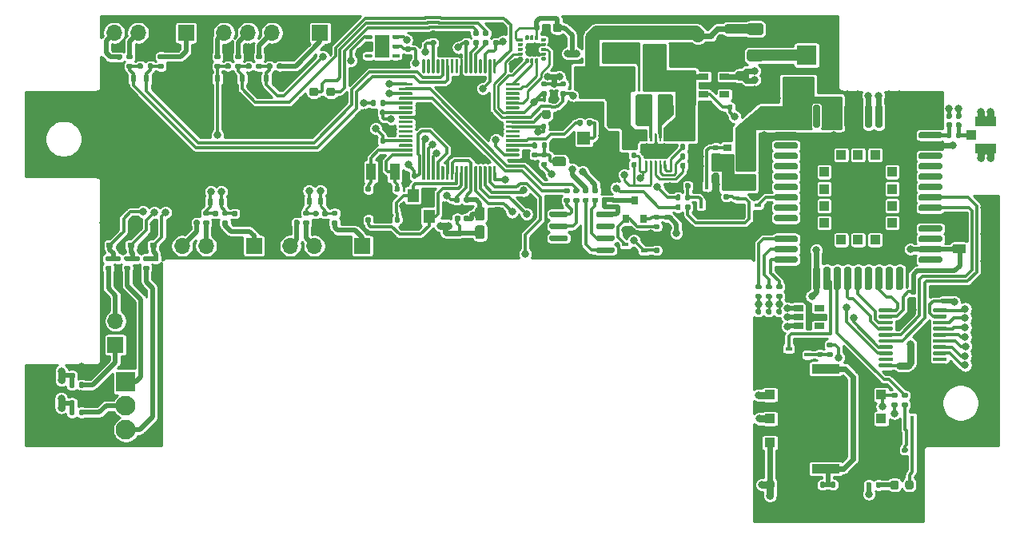
<source format=gtl>
G04 #@! TF.GenerationSoftware,KiCad,Pcbnew,(5.1.7)-1*
G04 #@! TF.CreationDate,2020-12-10T13:09:13+02:00*
G04 #@! TF.ProjectId,Smart104.ua_V3,536d6172-7431-4303-942e-75615f56332e,1.0*
G04 #@! TF.SameCoordinates,Original*
G04 #@! TF.FileFunction,Copper,L1,Top*
G04 #@! TF.FilePolarity,Positive*
%FSLAX46Y46*%
G04 Gerber Fmt 4.6, Leading zero omitted, Abs format (unit mm)*
G04 Created by KiCad (PCBNEW (5.1.7)-1) date 2020-12-10 13:09:13*
%MOMM*%
%LPD*%
G01*
G04 APERTURE LIST*
G04 #@! TA.AperFunction,SMDPad,CuDef*
%ADD10R,1.200000X1.400000*%
G04 #@! TD*
G04 #@! TA.AperFunction,SMDPad,CuDef*
%ADD11R,0.700000X0.450000*%
G04 #@! TD*
G04 #@! TA.AperFunction,SMDPad,CuDef*
%ADD12R,0.450000X0.700000*%
G04 #@! TD*
G04 #@! TA.AperFunction,SMDPad,CuDef*
%ADD13R,1.060000X0.650000*%
G04 #@! TD*
G04 #@! TA.AperFunction,ComponentPad*
%ADD14C,2.100000*%
G04 #@! TD*
G04 #@! TA.AperFunction,ComponentPad*
%ADD15R,2.100000X2.100000*%
G04 #@! TD*
G04 #@! TA.AperFunction,SMDPad,CuDef*
%ADD16R,1.100000X1.000000*%
G04 #@! TD*
G04 #@! TA.AperFunction,SMDPad,CuDef*
%ADD17R,3.000000X1.000000*%
G04 #@! TD*
G04 #@! TA.AperFunction,SMDPad,CuDef*
%ADD18R,1.050000X1.000000*%
G04 #@! TD*
G04 #@! TA.AperFunction,SMDPad,CuDef*
%ADD19R,2.200000X1.050000*%
G04 #@! TD*
G04 #@! TA.AperFunction,SMDPad,CuDef*
%ADD20R,2.380000X1.650000*%
G04 #@! TD*
G04 #@! TA.AperFunction,ComponentPad*
%ADD21C,0.500000*%
G04 #@! TD*
G04 #@! TA.AperFunction,SMDPad,CuDef*
%ADD22R,1.000000X1.000000*%
G04 #@! TD*
G04 #@! TA.AperFunction,ComponentPad*
%ADD23O,1.700000X1.700000*%
G04 #@! TD*
G04 #@! TA.AperFunction,ComponentPad*
%ADD24R,1.700000X1.700000*%
G04 #@! TD*
G04 #@! TA.AperFunction,SMDPad,CuDef*
%ADD25R,0.700000X0.600000*%
G04 #@! TD*
G04 #@! TA.AperFunction,SMDPad,CuDef*
%ADD26R,0.600000X0.700000*%
G04 #@! TD*
G04 #@! TA.AperFunction,SMDPad,CuDef*
%ADD27R,0.900000X0.800000*%
G04 #@! TD*
G04 #@! TA.AperFunction,SMDPad,CuDef*
%ADD28R,0.800000X0.900000*%
G04 #@! TD*
G04 #@! TA.AperFunction,SMDPad,CuDef*
%ADD29R,1.000000X1.800000*%
G04 #@! TD*
G04 #@! TA.AperFunction,ComponentPad*
%ADD30R,1.600000X1.600000*%
G04 #@! TD*
G04 #@! TA.AperFunction,ComponentPad*
%ADD31C,1.600000*%
G04 #@! TD*
G04 #@! TA.AperFunction,SMDPad,CuDef*
%ADD32R,1.500000X2.400000*%
G04 #@! TD*
G04 #@! TA.AperFunction,SMDPad,CuDef*
%ADD33R,1.400000X1.400000*%
G04 #@! TD*
G04 #@! TA.AperFunction,ViaPad*
%ADD34C,0.800000*%
G04 #@! TD*
G04 #@! TA.AperFunction,Conductor*
%ADD35C,1.200000*%
G04 #@! TD*
G04 #@! TA.AperFunction,Conductor*
%ADD36C,0.500000*%
G04 #@! TD*
G04 #@! TA.AperFunction,Conductor*
%ADD37C,0.300000*%
G04 #@! TD*
G04 #@! TA.AperFunction,Conductor*
%ADD38C,0.250000*%
G04 #@! TD*
G04 #@! TA.AperFunction,Conductor*
%ADD39C,0.600000*%
G04 #@! TD*
G04 #@! TA.AperFunction,Conductor*
%ADD40C,0.800000*%
G04 #@! TD*
G04 #@! TA.AperFunction,Conductor*
%ADD41C,0.430000*%
G04 #@! TD*
G04 #@! TA.AperFunction,Conductor*
%ADD42C,1.000000*%
G04 #@! TD*
G04 #@! TA.AperFunction,Conductor*
%ADD43C,1.500000*%
G04 #@! TD*
G04 #@! TA.AperFunction,Conductor*
%ADD44C,0.200000*%
G04 #@! TD*
G04 #@! TA.AperFunction,Conductor*
%ADD45C,0.100000*%
G04 #@! TD*
G04 #@! TA.AperFunction,Conductor*
%ADD46C,0.254000*%
G04 #@! TD*
G04 APERTURE END LIST*
G04 #@! TO.P,C24,1*
G04 #@! TO.N,MCU_EM4WU4*
G04 #@! TA.AperFunction,SMDPad,CuDef*
G36*
G01*
X112080000Y-119440000D02*
X112420000Y-119440000D01*
G75*
G02*
X112560000Y-119580000I0J-140000D01*
G01*
X112560000Y-119860000D01*
G75*
G02*
X112420000Y-120000000I-140000J0D01*
G01*
X112080000Y-120000000D01*
G75*
G02*
X111940000Y-119860000I0J140000D01*
G01*
X111940000Y-119580000D01*
G75*
G02*
X112080000Y-119440000I140000J0D01*
G01*
G37*
G04 #@! TD.AperFunction*
G04 #@! TO.P,C24,2*
G04 #@! TO.N,GND*
G04 #@! TA.AperFunction,SMDPad,CuDef*
G36*
G01*
X112080000Y-120400000D02*
X112420000Y-120400000D01*
G75*
G02*
X112560000Y-120540000I0J-140000D01*
G01*
X112560000Y-120820000D01*
G75*
G02*
X112420000Y-120960000I-140000J0D01*
G01*
X112080000Y-120960000D01*
G75*
G02*
X111940000Y-120820000I0J140000D01*
G01*
X111940000Y-120540000D01*
G75*
G02*
X112080000Y-120400000I140000J0D01*
G01*
G37*
G04 #@! TD.AperFunction*
G04 #@! TD*
G04 #@! TO.P,R22,2*
G04 #@! TO.N,Net-(J6-Pad3)*
G04 #@! TA.AperFunction,SMDPad,CuDef*
G36*
G01*
X113065000Y-120440000D02*
X113435000Y-120440000D01*
G75*
G02*
X113570000Y-120575000I0J-135000D01*
G01*
X113570000Y-120845000D01*
G75*
G02*
X113435000Y-120980000I-135000J0D01*
G01*
X113065000Y-120980000D01*
G75*
G02*
X112930000Y-120845000I0J135000D01*
G01*
X112930000Y-120575000D01*
G75*
G02*
X113065000Y-120440000I135000J0D01*
G01*
G37*
G04 #@! TD.AperFunction*
G04 #@! TO.P,R22,1*
G04 #@! TO.N,MCU_EM4WU5*
G04 #@! TA.AperFunction,SMDPad,CuDef*
G36*
G01*
X113065000Y-119420000D02*
X113435000Y-119420000D01*
G75*
G02*
X113570000Y-119555000I0J-135000D01*
G01*
X113570000Y-119825000D01*
G75*
G02*
X113435000Y-119960000I-135000J0D01*
G01*
X113065000Y-119960000D01*
G75*
G02*
X112930000Y-119825000I0J135000D01*
G01*
X112930000Y-119555000D01*
G75*
G02*
X113065000Y-119420000I135000J0D01*
G01*
G37*
G04 #@! TD.AperFunction*
G04 #@! TD*
G04 #@! TO.P,R20,2*
G04 #@! TO.N,Net-(J6-Pad1)*
G04 #@! TA.AperFunction,SMDPad,CuDef*
G36*
G01*
X111065000Y-120440000D02*
X111435000Y-120440000D01*
G75*
G02*
X111570000Y-120575000I0J-135000D01*
G01*
X111570000Y-120845000D01*
G75*
G02*
X111435000Y-120980000I-135000J0D01*
G01*
X111065000Y-120980000D01*
G75*
G02*
X110930000Y-120845000I0J135000D01*
G01*
X110930000Y-120575000D01*
G75*
G02*
X111065000Y-120440000I135000J0D01*
G01*
G37*
G04 #@! TD.AperFunction*
G04 #@! TO.P,R20,1*
G04 #@! TO.N,MCU_EM4WU4*
G04 #@! TA.AperFunction,SMDPad,CuDef*
G36*
G01*
X111065000Y-119420000D02*
X111435000Y-119420000D01*
G75*
G02*
X111570000Y-119555000I0J-135000D01*
G01*
X111570000Y-119825000D01*
G75*
G02*
X111435000Y-119960000I-135000J0D01*
G01*
X111065000Y-119960000D01*
G75*
G02*
X110930000Y-119825000I0J135000D01*
G01*
X110930000Y-119555000D01*
G75*
G02*
X111065000Y-119420000I135000J0D01*
G01*
G37*
G04 #@! TD.AperFunction*
G04 #@! TD*
G04 #@! TO.P,D18,1*
G04 #@! TO.N,GND*
G04 #@! TA.AperFunction,SMDPad,CuDef*
G36*
G01*
X133056250Y-104025000D02*
X132543750Y-104025000D01*
G75*
G02*
X132325000Y-103806250I0J218750D01*
G01*
X132325000Y-103368750D01*
G75*
G02*
X132543750Y-103150000I218750J0D01*
G01*
X133056250Y-103150000D01*
G75*
G02*
X133275000Y-103368750I0J-218750D01*
G01*
X133275000Y-103806250D01*
G75*
G02*
X133056250Y-104025000I-218750J0D01*
G01*
G37*
G04 #@! TD.AperFunction*
G04 #@! TO.P,D18,2*
G04 #@! TO.N,Net-(D18-Pad2)*
G04 #@! TA.AperFunction,SMDPad,CuDef*
G36*
G01*
X133056250Y-102450000D02*
X132543750Y-102450000D01*
G75*
G02*
X132325000Y-102231250I0J218750D01*
G01*
X132325000Y-101793750D01*
G75*
G02*
X132543750Y-101575000I218750J0D01*
G01*
X133056250Y-101575000D01*
G75*
G02*
X133275000Y-101793750I0J-218750D01*
G01*
X133275000Y-102231250D01*
G75*
G02*
X133056250Y-102450000I-218750J0D01*
G01*
G37*
G04 #@! TD.AperFunction*
G04 #@! TD*
G04 #@! TO.P,C43,1*
G04 #@! TO.N,VDDA*
G04 #@! TA.AperFunction,SMDPad,CuDef*
G36*
G01*
X148100000Y-115425000D02*
X148100000Y-114475000D01*
G75*
G02*
X148350000Y-114225000I250000J0D01*
G01*
X148850000Y-114225000D01*
G75*
G02*
X149100000Y-114475000I0J-250000D01*
G01*
X149100000Y-115425000D01*
G75*
G02*
X148850000Y-115675000I-250000J0D01*
G01*
X148350000Y-115675000D01*
G75*
G02*
X148100000Y-115425000I0J250000D01*
G01*
G37*
G04 #@! TD.AperFunction*
G04 #@! TO.P,C43,2*
G04 #@! TO.N,GND*
G04 #@! TA.AperFunction,SMDPad,CuDef*
G36*
G01*
X150000000Y-115425000D02*
X150000000Y-114475000D01*
G75*
G02*
X150250000Y-114225000I250000J0D01*
G01*
X150750000Y-114225000D01*
G75*
G02*
X151000000Y-114475000I0J-250000D01*
G01*
X151000000Y-115425000D01*
G75*
G02*
X150750000Y-115675000I-250000J0D01*
G01*
X150250000Y-115675000D01*
G75*
G02*
X150000000Y-115425000I0J250000D01*
G01*
G37*
G04 #@! TD.AperFunction*
G04 #@! TD*
G04 #@! TO.P,C14,2*
G04 #@! TO.N,GND*
G04 #@! TA.AperFunction,SMDPad,CuDef*
G36*
G01*
X184450000Y-101875000D02*
X184450000Y-100925000D01*
G75*
G02*
X184700000Y-100675000I250000J0D01*
G01*
X185200000Y-100675000D01*
G75*
G02*
X185450000Y-100925000I0J-250000D01*
G01*
X185450000Y-101875000D01*
G75*
G02*
X185200000Y-102125000I-250000J0D01*
G01*
X184700000Y-102125000D01*
G75*
G02*
X184450000Y-101875000I0J250000D01*
G01*
G37*
G04 #@! TD.AperFunction*
G04 #@! TO.P,C14,1*
G04 #@! TO.N,Net-(C14-Pad1)*
G04 #@! TA.AperFunction,SMDPad,CuDef*
G36*
G01*
X182550000Y-101875000D02*
X182550000Y-100925000D01*
G75*
G02*
X182800000Y-100675000I250000J0D01*
G01*
X183300000Y-100675000D01*
G75*
G02*
X183550000Y-100925000I0J-250000D01*
G01*
X183550000Y-101875000D01*
G75*
G02*
X183300000Y-102125000I-250000J0D01*
G01*
X182800000Y-102125000D01*
G75*
G02*
X182550000Y-101875000I0J250000D01*
G01*
G37*
G04 #@! TD.AperFunction*
G04 #@! TD*
G04 #@! TO.P,C46,2*
G04 #@! TO.N,GND*
G04 #@! TA.AperFunction,SMDPad,CuDef*
G36*
G01*
X147030000Y-114150000D02*
X147370000Y-114150000D01*
G75*
G02*
X147510000Y-114290000I0J-140000D01*
G01*
X147510000Y-114570000D01*
G75*
G02*
X147370000Y-114710000I-140000J0D01*
G01*
X147030000Y-114710000D01*
G75*
G02*
X146890000Y-114570000I0J140000D01*
G01*
X146890000Y-114290000D01*
G75*
G02*
X147030000Y-114150000I140000J0D01*
G01*
G37*
G04 #@! TD.AperFunction*
G04 #@! TO.P,C46,1*
G04 #@! TO.N,VDDA*
G04 #@! TA.AperFunction,SMDPad,CuDef*
G36*
G01*
X147030000Y-113190000D02*
X147370000Y-113190000D01*
G75*
G02*
X147510000Y-113330000I0J-140000D01*
G01*
X147510000Y-113610000D01*
G75*
G02*
X147370000Y-113750000I-140000J0D01*
G01*
X147030000Y-113750000D01*
G75*
G02*
X146890000Y-113610000I0J140000D01*
G01*
X146890000Y-113330000D01*
G75*
G02*
X147030000Y-113190000I140000J0D01*
G01*
G37*
G04 #@! TD.AperFunction*
G04 #@! TD*
D10*
G04 #@! TO.P,Y2,4*
G04 #@! TO.N,GND*
X143200000Y-113000000D03*
G04 #@! TO.P,Y2,3*
G04 #@! TO.N,Net-(C42-Pad1)*
X143200000Y-115200000D03*
G04 #@! TO.P,Y2,2*
G04 #@! TO.N,GND*
X141500000Y-115200000D03*
G04 #@! TO.P,Y2,1*
G04 #@! TO.N,Net-(C39-Pad1)*
X141500000Y-113000000D03*
G04 #@! TD*
G04 #@! TO.P,R10,1*
G04 #@! TO.N,BC66_RST*
G04 #@! TA.AperFunction,SMDPad,CuDef*
G36*
G01*
X185465000Y-128570000D02*
X185835000Y-128570000D01*
G75*
G02*
X185970000Y-128705000I0J-135000D01*
G01*
X185970000Y-128975000D01*
G75*
G02*
X185835000Y-129110000I-135000J0D01*
G01*
X185465000Y-129110000D01*
G75*
G02*
X185330000Y-128975000I0J135000D01*
G01*
X185330000Y-128705000D01*
G75*
G02*
X185465000Y-128570000I135000J0D01*
G01*
G37*
G04 #@! TD.AperFunction*
G04 #@! TO.P,R10,2*
G04 #@! TO.N,Net-(Q3-Pad1)*
G04 #@! TA.AperFunction,SMDPad,CuDef*
G36*
G01*
X185465000Y-129590000D02*
X185835000Y-129590000D01*
G75*
G02*
X185970000Y-129725000I0J-135000D01*
G01*
X185970000Y-129995000D01*
G75*
G02*
X185835000Y-130130000I-135000J0D01*
G01*
X185465000Y-130130000D01*
G75*
G02*
X185330000Y-129995000I0J135000D01*
G01*
X185330000Y-129725000D01*
G75*
G02*
X185465000Y-129590000I135000J0D01*
G01*
G37*
G04 #@! TD.AperFunction*
G04 #@! TD*
G04 #@! TO.P,R30,1*
G04 #@! TO.N,Net-(Q5-Pad1)*
G04 #@! TA.AperFunction,SMDPad,CuDef*
G36*
G01*
X193415000Y-139720000D02*
X193785000Y-139720000D01*
G75*
G02*
X193920000Y-139855000I0J-135000D01*
G01*
X193920000Y-140125000D01*
G75*
G02*
X193785000Y-140260000I-135000J0D01*
G01*
X193415000Y-140260000D01*
G75*
G02*
X193280000Y-140125000I0J135000D01*
G01*
X193280000Y-139855000D01*
G75*
G02*
X193415000Y-139720000I135000J0D01*
G01*
G37*
G04 #@! TD.AperFunction*
G04 #@! TO.P,R30,2*
G04 #@! TO.N,GND*
G04 #@! TA.AperFunction,SMDPad,CuDef*
G36*
G01*
X193415000Y-140740000D02*
X193785000Y-140740000D01*
G75*
G02*
X193920000Y-140875000I0J-135000D01*
G01*
X193920000Y-141145000D01*
G75*
G02*
X193785000Y-141280000I-135000J0D01*
G01*
X193415000Y-141280000D01*
G75*
G02*
X193280000Y-141145000I0J135000D01*
G01*
X193280000Y-140875000D01*
G75*
G02*
X193415000Y-140740000I135000J0D01*
G01*
G37*
G04 #@! TD.AperFunction*
G04 #@! TD*
D11*
G04 #@! TO.P,Q3,3*
G04 #@! TO.N,BC66_RESET*
X181300000Y-129250000D03*
G04 #@! TO.P,Q3,2*
G04 #@! TO.N,GND*
X183300000Y-128600000D03*
G04 #@! TO.P,Q3,1*
G04 #@! TO.N,Net-(Q3-Pad1)*
X183300000Y-129900000D03*
G04 #@! TD*
G04 #@! TO.P,R16,2*
G04 #@! TO.N,SIM_VDD*
G04 #@! TA.AperFunction,SMDPad,CuDef*
G36*
G01*
X192315000Y-134940000D02*
X192685000Y-134940000D01*
G75*
G02*
X192820000Y-135075000I0J-135000D01*
G01*
X192820000Y-135345000D01*
G75*
G02*
X192685000Y-135480000I-135000J0D01*
G01*
X192315000Y-135480000D01*
G75*
G02*
X192180000Y-135345000I0J135000D01*
G01*
X192180000Y-135075000D01*
G75*
G02*
X192315000Y-134940000I135000J0D01*
G01*
G37*
G04 #@! TD.AperFunction*
G04 #@! TO.P,R16,1*
G04 #@! TO.N,Net-(C15-Pad1)*
G04 #@! TA.AperFunction,SMDPad,CuDef*
G36*
G01*
X192315000Y-133920000D02*
X192685000Y-133920000D01*
G75*
G02*
X192820000Y-134055000I0J-135000D01*
G01*
X192820000Y-134325000D01*
G75*
G02*
X192685000Y-134460000I-135000J0D01*
G01*
X192315000Y-134460000D01*
G75*
G02*
X192180000Y-134325000I0J135000D01*
G01*
X192180000Y-134055000D01*
G75*
G02*
X192315000Y-133920000I135000J0D01*
G01*
G37*
G04 #@! TD.AperFunction*
G04 #@! TD*
D12*
G04 #@! TO.P,Q5,3*
G04 #@! TO.N,Net-(D14-Pad1)*
X194400000Y-136700000D03*
G04 #@! TO.P,Q5,2*
G04 #@! TO.N,GND*
X195050000Y-138700000D03*
G04 #@! TO.P,Q5,1*
G04 #@! TO.N,Net-(Q5-Pad1)*
X193750000Y-138700000D03*
G04 #@! TD*
G04 #@! TO.P,R5,2*
G04 #@! TO.N,Net-(C10-Pad1)*
G04 #@! TA.AperFunction,SMDPad,CuDef*
G36*
G01*
X179015000Y-123440000D02*
X179385000Y-123440000D01*
G75*
G02*
X179520000Y-123575000I0J-135000D01*
G01*
X179520000Y-123845000D01*
G75*
G02*
X179385000Y-123980000I-135000J0D01*
G01*
X179015000Y-123980000D01*
G75*
G02*
X178880000Y-123845000I0J135000D01*
G01*
X178880000Y-123575000D01*
G75*
G02*
X179015000Y-123440000I135000J0D01*
G01*
G37*
G04 #@! TD.AperFunction*
G04 #@! TO.P,R5,1*
G04 #@! TO.N,SIM_RST*
G04 #@! TA.AperFunction,SMDPad,CuDef*
G36*
G01*
X179015000Y-122420000D02*
X179385000Y-122420000D01*
G75*
G02*
X179520000Y-122555000I0J-135000D01*
G01*
X179520000Y-122825000D01*
G75*
G02*
X179385000Y-122960000I-135000J0D01*
G01*
X179015000Y-122960000D01*
G75*
G02*
X178880000Y-122825000I0J135000D01*
G01*
X178880000Y-122555000D01*
G75*
G02*
X179015000Y-122420000I135000J0D01*
G01*
G37*
G04 #@! TD.AperFunction*
G04 #@! TD*
G04 #@! TO.P,C12,2*
G04 #@! TO.N,GND*
G04 #@! TA.AperFunction,SMDPad,CuDef*
G36*
G01*
X180130000Y-126000000D02*
X180470000Y-126000000D01*
G75*
G02*
X180610000Y-126140000I0J-140000D01*
G01*
X180610000Y-126420000D01*
G75*
G02*
X180470000Y-126560000I-140000J0D01*
G01*
X180130000Y-126560000D01*
G75*
G02*
X179990000Y-126420000I0J140000D01*
G01*
X179990000Y-126140000D01*
G75*
G02*
X180130000Y-126000000I140000J0D01*
G01*
G37*
G04 #@! TD.AperFunction*
G04 #@! TO.P,C12,1*
G04 #@! TO.N,Net-(C12-Pad1)*
G04 #@! TA.AperFunction,SMDPad,CuDef*
G36*
G01*
X180130000Y-125040000D02*
X180470000Y-125040000D01*
G75*
G02*
X180610000Y-125180000I0J-140000D01*
G01*
X180610000Y-125460000D01*
G75*
G02*
X180470000Y-125600000I-140000J0D01*
G01*
X180130000Y-125600000D01*
G75*
G02*
X179990000Y-125460000I0J140000D01*
G01*
X179990000Y-125180000D01*
G75*
G02*
X180130000Y-125040000I140000J0D01*
G01*
G37*
G04 #@! TD.AperFunction*
G04 #@! TD*
G04 #@! TO.P,C10,1*
G04 #@! TO.N,Net-(C10-Pad1)*
G04 #@! TA.AperFunction,SMDPad,CuDef*
G36*
G01*
X179030000Y-125040000D02*
X179370000Y-125040000D01*
G75*
G02*
X179510000Y-125180000I0J-140000D01*
G01*
X179510000Y-125460000D01*
G75*
G02*
X179370000Y-125600000I-140000J0D01*
G01*
X179030000Y-125600000D01*
G75*
G02*
X178890000Y-125460000I0J140000D01*
G01*
X178890000Y-125180000D01*
G75*
G02*
X179030000Y-125040000I140000J0D01*
G01*
G37*
G04 #@! TD.AperFunction*
G04 #@! TO.P,C10,2*
G04 #@! TO.N,GND*
G04 #@! TA.AperFunction,SMDPad,CuDef*
G36*
G01*
X179030000Y-126000000D02*
X179370000Y-126000000D01*
G75*
G02*
X179510000Y-126140000I0J-140000D01*
G01*
X179510000Y-126420000D01*
G75*
G02*
X179370000Y-126560000I-140000J0D01*
G01*
X179030000Y-126560000D01*
G75*
G02*
X178890000Y-126420000I0J140000D01*
G01*
X178890000Y-126140000D01*
G75*
G02*
X179030000Y-126000000I140000J0D01*
G01*
G37*
G04 #@! TD.AperFunction*
G04 #@! TD*
G04 #@! TO.P,R6,1*
G04 #@! TO.N,SIM_CLK*
G04 #@! TA.AperFunction,SMDPad,CuDef*
G36*
G01*
X180115000Y-122410000D02*
X180485000Y-122410000D01*
G75*
G02*
X180620000Y-122545000I0J-135000D01*
G01*
X180620000Y-122815000D01*
G75*
G02*
X180485000Y-122950000I-135000J0D01*
G01*
X180115000Y-122950000D01*
G75*
G02*
X179980000Y-122815000I0J135000D01*
G01*
X179980000Y-122545000D01*
G75*
G02*
X180115000Y-122410000I135000J0D01*
G01*
G37*
G04 #@! TD.AperFunction*
G04 #@! TO.P,R6,2*
G04 #@! TO.N,Net-(C12-Pad1)*
G04 #@! TA.AperFunction,SMDPad,CuDef*
G36*
G01*
X180115000Y-123430000D02*
X180485000Y-123430000D01*
G75*
G02*
X180620000Y-123565000I0J-135000D01*
G01*
X180620000Y-123835000D01*
G75*
G02*
X180485000Y-123970000I-135000J0D01*
G01*
X180115000Y-123970000D01*
G75*
G02*
X179980000Y-123835000I0J135000D01*
G01*
X179980000Y-123565000D01*
G75*
G02*
X180115000Y-123430000I135000J0D01*
G01*
G37*
G04 #@! TD.AperFunction*
G04 #@! TD*
G04 #@! TO.P,R34,1*
G04 #@! TO.N,+3V3*
G04 #@! TA.AperFunction,SMDPad,CuDef*
G36*
G01*
X189520000Y-143885000D02*
X189520000Y-143515000D01*
G75*
G02*
X189655000Y-143380000I135000J0D01*
G01*
X189925000Y-143380000D01*
G75*
G02*
X190060000Y-143515000I0J-135000D01*
G01*
X190060000Y-143885000D01*
G75*
G02*
X189925000Y-144020000I-135000J0D01*
G01*
X189655000Y-144020000D01*
G75*
G02*
X189520000Y-143885000I0J135000D01*
G01*
G37*
G04 #@! TD.AperFunction*
G04 #@! TO.P,R34,2*
G04 #@! TO.N,Net-(D14-Pad2)*
G04 #@! TA.AperFunction,SMDPad,CuDef*
G36*
G01*
X190540000Y-143885000D02*
X190540000Y-143515000D01*
G75*
G02*
X190675000Y-143380000I135000J0D01*
G01*
X190945000Y-143380000D01*
G75*
G02*
X191080000Y-143515000I0J-135000D01*
G01*
X191080000Y-143885000D01*
G75*
G02*
X190945000Y-144020000I-135000J0D01*
G01*
X190675000Y-144020000D01*
G75*
G02*
X190540000Y-143885000I0J135000D01*
G01*
G37*
G04 #@! TD.AperFunction*
G04 #@! TD*
D13*
G04 #@! TO.P,D1,5*
G04 #@! TO.N,Net-(C12-Pad1)*
X182320000Y-125880000D03*
G04 #@! TO.P,D1,6*
G04 #@! TO.N,Net-(C15-Pad1)*
X182320000Y-126830000D03*
G04 #@! TO.P,D1,4*
G04 #@! TO.N,Net-(C10-Pad1)*
X182320000Y-124930000D03*
G04 #@! TO.P,D1,3*
G04 #@! TO.N,Net-(D1-Pad3)*
X184520000Y-124930000D03*
G04 #@! TO.P,D1,2*
G04 #@! TO.N,GND*
X184520000Y-125880000D03*
G04 #@! TO.P,D1,1*
G04 #@! TO.N,Net-(D1-Pad1)*
X184520000Y-126830000D03*
G04 #@! TD*
D14*
G04 #@! TO.P,J4,2*
G04 #@! TO.N,GND*
X183200000Y-95600000D03*
D15*
G04 #@! TO.P,J4,1*
G04 #@! TO.N,VBUS*
X183200000Y-98140000D03*
G04 #@! TD*
D16*
G04 #@! TO.P,J5,1*
G04 #@! TO.N,SIM_VDD*
X179310000Y-139220000D03*
G04 #@! TO.P,J5,2*
G04 #@! TO.N,Net-(C10-Pad1)*
X179310000Y-136680000D03*
G04 #@! TO.P,J5,3*
G04 #@! TO.N,Net-(C12-Pad1)*
X179310000Y-134140000D03*
D17*
G04 #@! TO.P,J5,SH*
G04 #@! TO.N,Net-(C17-Pad1)*
X185210000Y-141980000D03*
D16*
G04 #@! TO.P,J5,5*
G04 #@! TO.N,GND*
X191110000Y-139220000D03*
G04 #@! TO.P,J5,6*
G04 #@! TO.N,Net-(J5-Pad6)*
X191110000Y-136680000D03*
G04 #@! TO.P,J5,7*
G04 #@! TO.N,Net-(C15-Pad1)*
X191110000Y-134140000D03*
D17*
G04 #@! TO.P,J5,SH*
G04 #@! TO.N,Net-(C17-Pad1)*
X185210000Y-131380000D03*
G04 #@! TD*
D14*
G04 #@! TO.P,J6,3*
G04 #@! TO.N,Net-(J6-Pad3)*
X111100000Y-137850000D03*
G04 #@! TO.P,J6,2*
G04 #@! TO.N,Net-(J6-Pad2)*
X111100000Y-135310000D03*
D15*
G04 #@! TO.P,J6,1*
G04 #@! TO.N,Net-(J6-Pad1)*
X111100000Y-132770000D03*
G04 #@! TD*
D18*
G04 #@! TO.P,J9,2*
G04 #@! TO.N,Net-(C33-Pad1)*
X200650000Y-106600000D03*
D19*
G04 #@! TO.P,J9,1*
G04 #@! TO.N,GND*
X202150000Y-105150000D03*
X202150000Y-108050000D03*
G04 #@! TD*
G04 #@! TO.P,L1,1*
G04 #@! TO.N,Net-(L1-Pad1)*
G04 #@! TA.AperFunction,SMDPad,CuDef*
G36*
G01*
X165125000Y-104500000D02*
X165125000Y-102800000D01*
G75*
G02*
X165375000Y-102550000I250000J0D01*
G01*
X166300000Y-102550000D01*
G75*
G02*
X166550000Y-102800000I0J-250000D01*
G01*
X166550000Y-104500000D01*
G75*
G02*
X166300000Y-104750000I-250000J0D01*
G01*
X165375000Y-104750000D01*
G75*
G02*
X165125000Y-104500000I0J250000D01*
G01*
G37*
G04 #@! TD.AperFunction*
G04 #@! TO.P,L1,2*
G04 #@! TO.N,Net-(L1-Pad2)*
G04 #@! TA.AperFunction,SMDPad,CuDef*
G36*
G01*
X167450000Y-104500000D02*
X167450000Y-102800000D01*
G75*
G02*
X167700000Y-102550000I250000J0D01*
G01*
X168625000Y-102550000D01*
G75*
G02*
X168875000Y-102800000I0J-250000D01*
G01*
X168875000Y-104500000D01*
G75*
G02*
X168625000Y-104750000I-250000J0D01*
G01*
X167700000Y-104750000D01*
G75*
G02*
X167450000Y-104500000I0J250000D01*
G01*
G37*
G04 #@! TD.AperFunction*
G04 #@! TD*
G04 #@! TO.P,U3,1*
G04 #@! TO.N,SW_ENBL*
G04 #@! TA.AperFunction,SMDPad,CuDef*
G36*
G01*
X166262500Y-110175000D02*
X166137500Y-110175000D01*
G75*
G02*
X166075000Y-110112500I0J62500D01*
G01*
X166075000Y-109387500D01*
G75*
G02*
X166137500Y-109325000I62500J0D01*
G01*
X166262500Y-109325000D01*
G75*
G02*
X166325000Y-109387500I0J-62500D01*
G01*
X166325000Y-110112500D01*
G75*
G02*
X166262500Y-110175000I-62500J0D01*
G01*
G37*
G04 #@! TD.AperFunction*
G04 #@! TO.P,U3,2*
G04 #@! TO.N,V_SELECT*
G04 #@! TA.AperFunction,SMDPad,CuDef*
G36*
G01*
X166762500Y-110175000D02*
X166637500Y-110175000D01*
G75*
G02*
X166575000Y-110112500I0J62500D01*
G01*
X166575000Y-109387500D01*
G75*
G02*
X166637500Y-109325000I62500J0D01*
G01*
X166762500Y-109325000D01*
G75*
G02*
X166825000Y-109387500I0J-62500D01*
G01*
X166825000Y-110112500D01*
G75*
G02*
X166762500Y-110175000I-62500J0D01*
G01*
G37*
G04 #@! TD.AperFunction*
G04 #@! TO.P,U3,3*
G04 #@! TO.N,Net-(R42-Pad1)*
G04 #@! TA.AperFunction,SMDPad,CuDef*
G36*
G01*
X167262500Y-110175000D02*
X167137500Y-110175000D01*
G75*
G02*
X167075000Y-110112500I0J62500D01*
G01*
X167075000Y-109387500D01*
G75*
G02*
X167137500Y-109325000I62500J0D01*
G01*
X167262500Y-109325000D01*
G75*
G02*
X167325000Y-109387500I0J-62500D01*
G01*
X167325000Y-110112500D01*
G75*
G02*
X167262500Y-110175000I-62500J0D01*
G01*
G37*
G04 #@! TD.AperFunction*
G04 #@! TO.P,U3,4*
G04 #@! TO.N,Net-(R40-Pad1)*
G04 #@! TA.AperFunction,SMDPad,CuDef*
G36*
G01*
X167762500Y-110175000D02*
X167637500Y-110175000D01*
G75*
G02*
X167575000Y-110112500I0J62500D01*
G01*
X167575000Y-109387500D01*
G75*
G02*
X167637500Y-109325000I62500J0D01*
G01*
X167762500Y-109325000D01*
G75*
G02*
X167825000Y-109387500I0J-62500D01*
G01*
X167825000Y-110112500D01*
G75*
G02*
X167762500Y-110175000I-62500J0D01*
G01*
G37*
G04 #@! TD.AperFunction*
G04 #@! TO.P,U3,5*
G04 #@! TO.N,Net-(R38-Pad1)*
G04 #@! TA.AperFunction,SMDPad,CuDef*
G36*
G01*
X168262500Y-110175000D02*
X168137500Y-110175000D01*
G75*
G02*
X168075000Y-110112500I0J62500D01*
G01*
X168075000Y-109387500D01*
G75*
G02*
X168137500Y-109325000I62500J0D01*
G01*
X168262500Y-109325000D01*
G75*
G02*
X168325000Y-109387500I0J-62500D01*
G01*
X168325000Y-110112500D01*
G75*
G02*
X168262500Y-110175000I-62500J0D01*
G01*
G37*
G04 #@! TD.AperFunction*
G04 #@! TO.P,U3,6*
G04 #@! TO.N,VCC*
G04 #@! TA.AperFunction,SMDPad,CuDef*
G36*
G01*
X168262500Y-107275000D02*
X168137500Y-107275000D01*
G75*
G02*
X168075000Y-107212500I0J62500D01*
G01*
X168075000Y-106487500D01*
G75*
G02*
X168137500Y-106425000I62500J0D01*
G01*
X168262500Y-106425000D01*
G75*
G02*
X168325000Y-106487500I0J-62500D01*
G01*
X168325000Y-107212500D01*
G75*
G02*
X168262500Y-107275000I-62500J0D01*
G01*
G37*
G04 #@! TD.AperFunction*
G04 #@! TO.P,U3,7*
G04 #@! TO.N,Net-(L1-Pad2)*
G04 #@! TA.AperFunction,SMDPad,CuDef*
G36*
G01*
X167762500Y-107275000D02*
X167637500Y-107275000D01*
G75*
G02*
X167575000Y-107212500I0J62500D01*
G01*
X167575000Y-106487500D01*
G75*
G02*
X167637500Y-106425000I62500J0D01*
G01*
X167762500Y-106425000D01*
G75*
G02*
X167825000Y-106487500I0J-62500D01*
G01*
X167825000Y-107212500D01*
G75*
G02*
X167762500Y-107275000I-62500J0D01*
G01*
G37*
G04 #@! TD.AperFunction*
G04 #@! TO.P,U3,8*
G04 #@! TO.N,GND*
G04 #@! TA.AperFunction,SMDPad,CuDef*
G36*
G01*
X167262500Y-107275000D02*
X167137500Y-107275000D01*
G75*
G02*
X167075000Y-107212500I0J62500D01*
G01*
X167075000Y-106487500D01*
G75*
G02*
X167137500Y-106425000I62500J0D01*
G01*
X167262500Y-106425000D01*
G75*
G02*
X167325000Y-106487500I0J-62500D01*
G01*
X167325000Y-107212500D01*
G75*
G02*
X167262500Y-107275000I-62500J0D01*
G01*
G37*
G04 #@! TD.AperFunction*
G04 #@! TO.P,U3,9*
G04 #@! TO.N,Net-(L1-Pad1)*
G04 #@! TA.AperFunction,SMDPad,CuDef*
G36*
G01*
X166762500Y-107275000D02*
X166637500Y-107275000D01*
G75*
G02*
X166575000Y-107212500I0J62500D01*
G01*
X166575000Y-106487500D01*
G75*
G02*
X166637500Y-106425000I62500J0D01*
G01*
X166762500Y-106425000D01*
G75*
G02*
X166825000Y-106487500I0J-62500D01*
G01*
X166825000Y-107212500D01*
G75*
G02*
X166762500Y-107275000I-62500J0D01*
G01*
G37*
G04 #@! TD.AperFunction*
G04 #@! TO.P,U3,10*
G04 #@! TO.N,+BATT*
G04 #@! TA.AperFunction,SMDPad,CuDef*
G36*
G01*
X166262500Y-107275000D02*
X166137500Y-107275000D01*
G75*
G02*
X166075000Y-107212500I0J62500D01*
G01*
X166075000Y-106487500D01*
G75*
G02*
X166137500Y-106425000I62500J0D01*
G01*
X166262500Y-106425000D01*
G75*
G02*
X166325000Y-106487500I0J-62500D01*
G01*
X166325000Y-107212500D01*
G75*
G02*
X166262500Y-107275000I-62500J0D01*
G01*
G37*
G04 #@! TD.AperFunction*
D20*
G04 #@! TO.P,U3,11*
G04 #@! TO.N,GND*
X167200000Y-108300000D03*
D21*
X166260000Y-108875000D03*
X166260000Y-107725000D03*
X167200000Y-108875000D03*
X167200000Y-107725000D03*
X168140000Y-108875000D03*
X168140000Y-107725000D03*
G04 #@! TD*
D22*
G04 #@! TO.P,U1,58*
G04 #@! TO.N,N/C*
X186850000Y-108700000D03*
G04 #@! TO.P,U1,57*
X188650000Y-108700000D03*
G04 #@! TO.P,U1,56*
X190450000Y-108700000D03*
G04 #@! TO.P,U1,55*
X192250000Y-110500000D03*
G04 #@! TO.P,U1,54*
X192250000Y-112300000D03*
G04 #@! TO.P,U1,53*
X192250000Y-114100000D03*
G04 #@! TO.P,U1,52*
X192250000Y-115900000D03*
G04 #@! TO.P,U1,51*
X190450000Y-117700000D03*
G04 #@! TO.P,U1,50*
X188650000Y-117700000D03*
G04 #@! TO.P,U1,49*
X186850000Y-117700000D03*
G04 #@! TO.P,U1,48*
X185050000Y-115900000D03*
G04 #@! TO.P,U1,47*
X185050000Y-114100000D03*
G04 #@! TO.P,U1,46*
X185050000Y-112300000D03*
G04 #@! TO.P,U1,45*
X185050000Y-110500000D03*
G04 #@! TO.P,U1,44*
G04 #@! TA.AperFunction,SMDPad,CuDef*
G36*
G01*
X184075000Y-103350000D02*
X184425000Y-103350000D01*
G75*
G02*
X184600000Y-103525000I0J-175000D01*
G01*
X184600000Y-105675000D01*
G75*
G02*
X184425000Y-105850000I-175000J0D01*
G01*
X184075000Y-105850000D01*
G75*
G02*
X183900000Y-105675000I0J175000D01*
G01*
X183900000Y-103525000D01*
G75*
G02*
X184075000Y-103350000I175000J0D01*
G01*
G37*
G04 #@! TD.AperFunction*
G04 #@! TO.P,U1,43*
G04 #@! TO.N,Net-(C14-Pad1)*
G04 #@! TA.AperFunction,SMDPad,CuDef*
G36*
G01*
X185175000Y-103350000D02*
X185525000Y-103350000D01*
G75*
G02*
X185700000Y-103525000I0J-175000D01*
G01*
X185700000Y-105675000D01*
G75*
G02*
X185525000Y-105850000I-175000J0D01*
G01*
X185175000Y-105850000D01*
G75*
G02*
X185000000Y-105675000I0J175000D01*
G01*
X185000000Y-103525000D01*
G75*
G02*
X185175000Y-103350000I175000J0D01*
G01*
G37*
G04 #@! TD.AperFunction*
G04 #@! TO.P,U1,42*
G04 #@! TA.AperFunction,SMDPad,CuDef*
G36*
G01*
X186275000Y-103350000D02*
X186625000Y-103350000D01*
G75*
G02*
X186800000Y-103525000I0J-175000D01*
G01*
X186800000Y-105675000D01*
G75*
G02*
X186625000Y-105850000I-175000J0D01*
G01*
X186275000Y-105850000D01*
G75*
G02*
X186100000Y-105675000I0J175000D01*
G01*
X186100000Y-103525000D01*
G75*
G02*
X186275000Y-103350000I175000J0D01*
G01*
G37*
G04 #@! TD.AperFunction*
G04 #@! TO.P,U1,41*
G04 #@! TO.N,GND*
G04 #@! TA.AperFunction,SMDPad,CuDef*
G36*
G01*
X187375000Y-103350000D02*
X187725000Y-103350000D01*
G75*
G02*
X187900000Y-103525000I0J-175000D01*
G01*
X187900000Y-105675000D01*
G75*
G02*
X187725000Y-105850000I-175000J0D01*
G01*
X187375000Y-105850000D01*
G75*
G02*
X187200000Y-105675000I0J175000D01*
G01*
X187200000Y-103525000D01*
G75*
G02*
X187375000Y-103350000I175000J0D01*
G01*
G37*
G04 #@! TD.AperFunction*
G04 #@! TO.P,U1,40*
G04 #@! TA.AperFunction,SMDPad,CuDef*
G36*
G01*
X188475000Y-103350000D02*
X188825000Y-103350000D01*
G75*
G02*
X189000000Y-103525000I0J-175000D01*
G01*
X189000000Y-105675000D01*
G75*
G02*
X188825000Y-105850000I-175000J0D01*
G01*
X188475000Y-105850000D01*
G75*
G02*
X188300000Y-105675000I0J175000D01*
G01*
X188300000Y-103525000D01*
G75*
G02*
X188475000Y-103350000I175000J0D01*
G01*
G37*
G04 #@! TD.AperFunction*
G04 #@! TO.P,U1,39*
G04 #@! TO.N,BC66_TXD_DBG*
G04 #@! TA.AperFunction,SMDPad,CuDef*
G36*
G01*
X189575000Y-103350000D02*
X189925000Y-103350000D01*
G75*
G02*
X190100000Y-103525000I0J-175000D01*
G01*
X190100000Y-105675000D01*
G75*
G02*
X189925000Y-105850000I-175000J0D01*
G01*
X189575000Y-105850000D01*
G75*
G02*
X189400000Y-105675000I0J175000D01*
G01*
X189400000Y-103525000D01*
G75*
G02*
X189575000Y-103350000I175000J0D01*
G01*
G37*
G04 #@! TD.AperFunction*
G04 #@! TO.P,U1,38*
G04 #@! TO.N,BC66_RXD_DBG*
G04 #@! TA.AperFunction,SMDPad,CuDef*
G36*
G01*
X190675000Y-103350000D02*
X191025000Y-103350000D01*
G75*
G02*
X191200000Y-103525000I0J-175000D01*
G01*
X191200000Y-105675000D01*
G75*
G02*
X191025000Y-105850000I-175000J0D01*
G01*
X190675000Y-105850000D01*
G75*
G02*
X190500000Y-105675000I0J175000D01*
G01*
X190500000Y-103525000D01*
G75*
G02*
X190675000Y-103350000I175000J0D01*
G01*
G37*
G04 #@! TD.AperFunction*
G04 #@! TO.P,U1,37*
G04 #@! TO.N,GND*
G04 #@! TA.AperFunction,SMDPad,CuDef*
G36*
G01*
X191775000Y-103350000D02*
X192125000Y-103350000D01*
G75*
G02*
X192300000Y-103525000I0J-175000D01*
G01*
X192300000Y-105675000D01*
G75*
G02*
X192125000Y-105850000I-175000J0D01*
G01*
X191775000Y-105850000D01*
G75*
G02*
X191600000Y-105675000I0J175000D01*
G01*
X191600000Y-103525000D01*
G75*
G02*
X191775000Y-103350000I175000J0D01*
G01*
G37*
G04 #@! TD.AperFunction*
G04 #@! TO.P,U1,36*
G04 #@! TA.AperFunction,SMDPad,CuDef*
G36*
G01*
X192875000Y-103350000D02*
X193225000Y-103350000D01*
G75*
G02*
X193400000Y-103525000I0J-175000D01*
G01*
X193400000Y-105675000D01*
G75*
G02*
X193225000Y-105850000I-175000J0D01*
G01*
X192875000Y-105850000D01*
G75*
G02*
X192700000Y-105675000I0J175000D01*
G01*
X192700000Y-103525000D01*
G75*
G02*
X192875000Y-103350000I175000J0D01*
G01*
G37*
G04 #@! TD.AperFunction*
G04 #@! TO.P,U1,35*
G04 #@! TO.N,Net-(C31-Pad1)*
G04 #@! TA.AperFunction,SMDPad,CuDef*
G36*
G01*
X195050000Y-106775000D02*
X195050000Y-106425000D01*
G75*
G02*
X195225000Y-106250000I175000J0D01*
G01*
X197375000Y-106250000D01*
G75*
G02*
X197550000Y-106425000I0J-175000D01*
G01*
X197550000Y-106775000D01*
G75*
G02*
X197375000Y-106950000I-175000J0D01*
G01*
X195225000Y-106950000D01*
G75*
G02*
X195050000Y-106775000I0J175000D01*
G01*
G37*
G04 #@! TD.AperFunction*
G04 #@! TO.P,U1,34*
G04 #@! TO.N,GND*
G04 #@! TA.AperFunction,SMDPad,CuDef*
G36*
G01*
X195050000Y-107875000D02*
X195050000Y-107525000D01*
G75*
G02*
X195225000Y-107350000I175000J0D01*
G01*
X197375000Y-107350000D01*
G75*
G02*
X197550000Y-107525000I0J-175000D01*
G01*
X197550000Y-107875000D01*
G75*
G02*
X197375000Y-108050000I-175000J0D01*
G01*
X195225000Y-108050000D01*
G75*
G02*
X195050000Y-107875000I0J175000D01*
G01*
G37*
G04 #@! TD.AperFunction*
G04 #@! TO.P,U1,33*
G04 #@! TO.N,N/C*
G04 #@! TA.AperFunction,SMDPad,CuDef*
G36*
G01*
X195050000Y-108975000D02*
X195050000Y-108625000D01*
G75*
G02*
X195225000Y-108450000I175000J0D01*
G01*
X197375000Y-108450000D01*
G75*
G02*
X197550000Y-108625000I0J-175000D01*
G01*
X197550000Y-108975000D01*
G75*
G02*
X197375000Y-109150000I-175000J0D01*
G01*
X195225000Y-109150000D01*
G75*
G02*
X195050000Y-108975000I0J175000D01*
G01*
G37*
G04 #@! TD.AperFunction*
G04 #@! TO.P,U1,32*
G04 #@! TA.AperFunction,SMDPad,CuDef*
G36*
G01*
X195050000Y-110075000D02*
X195050000Y-109725000D01*
G75*
G02*
X195225000Y-109550000I175000J0D01*
G01*
X197375000Y-109550000D01*
G75*
G02*
X197550000Y-109725000I0J-175000D01*
G01*
X197550000Y-110075000D01*
G75*
G02*
X197375000Y-110250000I-175000J0D01*
G01*
X195225000Y-110250000D01*
G75*
G02*
X195050000Y-110075000I0J175000D01*
G01*
G37*
G04 #@! TD.AperFunction*
G04 #@! TO.P,U1,31*
G04 #@! TA.AperFunction,SMDPad,CuDef*
G36*
G01*
X195050000Y-111175000D02*
X195050000Y-110825000D01*
G75*
G02*
X195225000Y-110650000I175000J0D01*
G01*
X197375000Y-110650000D01*
G75*
G02*
X197550000Y-110825000I0J-175000D01*
G01*
X197550000Y-111175000D01*
G75*
G02*
X197375000Y-111350000I-175000J0D01*
G01*
X195225000Y-111350000D01*
G75*
G02*
X195050000Y-111175000I0J175000D01*
G01*
G37*
G04 #@! TD.AperFunction*
G04 #@! TO.P,U1,30*
G04 #@! TA.AperFunction,SMDPad,CuDef*
G36*
G01*
X195050000Y-112275000D02*
X195050000Y-111925000D01*
G75*
G02*
X195225000Y-111750000I175000J0D01*
G01*
X197375000Y-111750000D01*
G75*
G02*
X197550000Y-111925000I0J-175000D01*
G01*
X197550000Y-112275000D01*
G75*
G02*
X197375000Y-112450000I-175000J0D01*
G01*
X195225000Y-112450000D01*
G75*
G02*
X195050000Y-112275000I0J175000D01*
G01*
G37*
G04 #@! TD.AperFunction*
G04 #@! TO.P,U1,29*
G04 #@! TO.N,BC66_TXD_AUX*
G04 #@! TA.AperFunction,SMDPad,CuDef*
G36*
G01*
X195050000Y-113375000D02*
X195050000Y-113025000D01*
G75*
G02*
X195225000Y-112850000I175000J0D01*
G01*
X197375000Y-112850000D01*
G75*
G02*
X197550000Y-113025000I0J-175000D01*
G01*
X197550000Y-113375000D01*
G75*
G02*
X197375000Y-113550000I-175000J0D01*
G01*
X195225000Y-113550000D01*
G75*
G02*
X195050000Y-113375000I0J175000D01*
G01*
G37*
G04 #@! TD.AperFunction*
G04 #@! TO.P,U1,28*
G04 #@! TO.N,BC66_RXD_AUX*
G04 #@! TA.AperFunction,SMDPad,CuDef*
G36*
G01*
X195050000Y-114475000D02*
X195050000Y-114125000D01*
G75*
G02*
X195225000Y-113950000I175000J0D01*
G01*
X197375000Y-113950000D01*
G75*
G02*
X197550000Y-114125000I0J-175000D01*
G01*
X197550000Y-114475000D01*
G75*
G02*
X197375000Y-114650000I-175000J0D01*
G01*
X195225000Y-114650000D01*
G75*
G02*
X195050000Y-114475000I0J175000D01*
G01*
G37*
G04 #@! TD.AperFunction*
G04 #@! TO.P,U1,27*
G04 #@! TO.N,GND*
G04 #@! TA.AperFunction,SMDPad,CuDef*
G36*
G01*
X195050000Y-115575000D02*
X195050000Y-115225000D01*
G75*
G02*
X195225000Y-115050000I175000J0D01*
G01*
X197375000Y-115050000D01*
G75*
G02*
X197550000Y-115225000I0J-175000D01*
G01*
X197550000Y-115575000D01*
G75*
G02*
X197375000Y-115750000I-175000J0D01*
G01*
X195225000Y-115750000D01*
G75*
G02*
X195050000Y-115575000I0J175000D01*
G01*
G37*
G04 #@! TD.AperFunction*
G04 #@! TO.P,U1,26*
G04 #@! TO.N,N/C*
G04 #@! TA.AperFunction,SMDPad,CuDef*
G36*
G01*
X195050000Y-116675000D02*
X195050000Y-116325000D01*
G75*
G02*
X195225000Y-116150000I175000J0D01*
G01*
X197375000Y-116150000D01*
G75*
G02*
X197550000Y-116325000I0J-175000D01*
G01*
X197550000Y-116675000D01*
G75*
G02*
X197375000Y-116850000I-175000J0D01*
G01*
X195225000Y-116850000D01*
G75*
G02*
X195050000Y-116675000I0J175000D01*
G01*
G37*
G04 #@! TD.AperFunction*
G04 #@! TO.P,U1,25*
G04 #@! TA.AperFunction,SMDPad,CuDef*
G36*
G01*
X195050000Y-117775000D02*
X195050000Y-117425000D01*
G75*
G02*
X195225000Y-117250000I175000J0D01*
G01*
X197375000Y-117250000D01*
G75*
G02*
X197550000Y-117425000I0J-175000D01*
G01*
X197550000Y-117775000D01*
G75*
G02*
X197375000Y-117950000I-175000J0D01*
G01*
X195225000Y-117950000D01*
G75*
G02*
X195050000Y-117775000I0J175000D01*
G01*
G37*
G04 #@! TD.AperFunction*
G04 #@! TO.P,U1,24*
G04 #@! TO.N,+1V8*
G04 #@! TA.AperFunction,SMDPad,CuDef*
G36*
G01*
X195050000Y-118875000D02*
X195050000Y-118525000D01*
G75*
G02*
X195225000Y-118350000I175000J0D01*
G01*
X197375000Y-118350000D01*
G75*
G02*
X197550000Y-118525000I0J-175000D01*
G01*
X197550000Y-118875000D01*
G75*
G02*
X197375000Y-119050000I-175000J0D01*
G01*
X195225000Y-119050000D01*
G75*
G02*
X195050000Y-118875000I0J175000D01*
G01*
G37*
G04 #@! TD.AperFunction*
G04 #@! TO.P,U1,23*
G04 #@! TO.N,N/C*
G04 #@! TA.AperFunction,SMDPad,CuDef*
G36*
G01*
X195050000Y-119975000D02*
X195050000Y-119625000D01*
G75*
G02*
X195225000Y-119450000I175000J0D01*
G01*
X197375000Y-119450000D01*
G75*
G02*
X197550000Y-119625000I0J-175000D01*
G01*
X197550000Y-119975000D01*
G75*
G02*
X197375000Y-120150000I-175000J0D01*
G01*
X195225000Y-120150000D01*
G75*
G02*
X195050000Y-119975000I0J175000D01*
G01*
G37*
G04 #@! TD.AperFunction*
G04 #@! TO.P,U1,22*
G04 #@! TA.AperFunction,SMDPad,CuDef*
G36*
G01*
X193225000Y-123050000D02*
X192875000Y-123050000D01*
G75*
G02*
X192700000Y-122875000I0J175000D01*
G01*
X192700000Y-120725000D01*
G75*
G02*
X192875000Y-120550000I175000J0D01*
G01*
X193225000Y-120550000D01*
G75*
G02*
X193400000Y-120725000I0J-175000D01*
G01*
X193400000Y-122875000D01*
G75*
G02*
X193225000Y-123050000I-175000J0D01*
G01*
G37*
G04 #@! TD.AperFunction*
G04 #@! TO.P,U1,21*
G04 #@! TA.AperFunction,SMDPad,CuDef*
G36*
G01*
X192125000Y-123050000D02*
X191775000Y-123050000D01*
G75*
G02*
X191600000Y-122875000I0J175000D01*
G01*
X191600000Y-120725000D01*
G75*
G02*
X191775000Y-120550000I175000J0D01*
G01*
X192125000Y-120550000D01*
G75*
G02*
X192300000Y-120725000I0J-175000D01*
G01*
X192300000Y-122875000D01*
G75*
G02*
X192125000Y-123050000I-175000J0D01*
G01*
G37*
G04 #@! TD.AperFunction*
G04 #@! TO.P,U1,20*
G04 #@! TO.N,BC66_RI*
G04 #@! TA.AperFunction,SMDPad,CuDef*
G36*
G01*
X191025000Y-123050000D02*
X190675000Y-123050000D01*
G75*
G02*
X190500000Y-122875000I0J175000D01*
G01*
X190500000Y-120725000D01*
G75*
G02*
X190675000Y-120550000I175000J0D01*
G01*
X191025000Y-120550000D01*
G75*
G02*
X191200000Y-120725000I0J-175000D01*
G01*
X191200000Y-122875000D01*
G75*
G02*
X191025000Y-123050000I-175000J0D01*
G01*
G37*
G04 #@! TD.AperFunction*
G04 #@! TO.P,U1,19*
G04 #@! TO.N,Net-(U1-Pad19)*
G04 #@! TA.AperFunction,SMDPad,CuDef*
G36*
G01*
X189925000Y-123050000D02*
X189575000Y-123050000D01*
G75*
G02*
X189400000Y-122875000I0J175000D01*
G01*
X189400000Y-120725000D01*
G75*
G02*
X189575000Y-120550000I175000J0D01*
G01*
X189925000Y-120550000D01*
G75*
G02*
X190100000Y-120725000I0J-175000D01*
G01*
X190100000Y-122875000D01*
G75*
G02*
X189925000Y-123050000I-175000J0D01*
G01*
G37*
G04 #@! TD.AperFunction*
G04 #@! TO.P,U1,18*
G04 #@! TO.N,BC66_RXD*
G04 #@! TA.AperFunction,SMDPad,CuDef*
G36*
G01*
X188825000Y-123050000D02*
X188475000Y-123050000D01*
G75*
G02*
X188300000Y-122875000I0J175000D01*
G01*
X188300000Y-120725000D01*
G75*
G02*
X188475000Y-120550000I175000J0D01*
G01*
X188825000Y-120550000D01*
G75*
G02*
X189000000Y-120725000I0J-175000D01*
G01*
X189000000Y-122875000D01*
G75*
G02*
X188825000Y-123050000I-175000J0D01*
G01*
G37*
G04 #@! TD.AperFunction*
G04 #@! TO.P,U1,17*
G04 #@! TO.N,BC66_TXD*
G04 #@! TA.AperFunction,SMDPad,CuDef*
G36*
G01*
X187725000Y-123050000D02*
X187375000Y-123050000D01*
G75*
G02*
X187200000Y-122875000I0J175000D01*
G01*
X187200000Y-120725000D01*
G75*
G02*
X187375000Y-120550000I175000J0D01*
G01*
X187725000Y-120550000D01*
G75*
G02*
X187900000Y-120725000I0J-175000D01*
G01*
X187900000Y-122875000D01*
G75*
G02*
X187725000Y-123050000I-175000J0D01*
G01*
G37*
G04 #@! TD.AperFunction*
G04 #@! TO.P,U1,16*
G04 #@! TO.N,Net-(R28-Pad1)*
G04 #@! TA.AperFunction,SMDPad,CuDef*
G36*
G01*
X186625000Y-123050000D02*
X186275000Y-123050000D01*
G75*
G02*
X186100000Y-122875000I0J175000D01*
G01*
X186100000Y-120725000D01*
G75*
G02*
X186275000Y-120550000I175000J0D01*
G01*
X186625000Y-120550000D01*
G75*
G02*
X186800000Y-120725000I0J-175000D01*
G01*
X186800000Y-122875000D01*
G75*
G02*
X186625000Y-123050000I-175000J0D01*
G01*
G37*
G04 #@! TD.AperFunction*
G04 #@! TO.P,U1,15*
G04 #@! TO.N,BC66_RESET*
G04 #@! TA.AperFunction,SMDPad,CuDef*
G36*
G01*
X185525000Y-123050000D02*
X185175000Y-123050000D01*
G75*
G02*
X185000000Y-122875000I0J175000D01*
G01*
X185000000Y-120725000D01*
G75*
G02*
X185175000Y-120550000I175000J0D01*
G01*
X185525000Y-120550000D01*
G75*
G02*
X185700000Y-120725000I0J-175000D01*
G01*
X185700000Y-122875000D01*
G75*
G02*
X185525000Y-123050000I-175000J0D01*
G01*
G37*
G04 #@! TD.AperFunction*
G04 #@! TO.P,U1,14*
G04 #@! TO.N,SIM_VDD*
G04 #@! TA.AperFunction,SMDPad,CuDef*
G36*
G01*
X184425000Y-123050000D02*
X184075000Y-123050000D01*
G75*
G02*
X183900000Y-122875000I0J175000D01*
G01*
X183900000Y-120725000D01*
G75*
G02*
X184075000Y-120550000I175000J0D01*
G01*
X184425000Y-120550000D01*
G75*
G02*
X184600000Y-120725000I0J-175000D01*
G01*
X184600000Y-122875000D01*
G75*
G02*
X184425000Y-123050000I-175000J0D01*
G01*
G37*
G04 #@! TD.AperFunction*
G04 #@! TO.P,U1,13*
G04 #@! TO.N,SIM_CLK*
G04 #@! TA.AperFunction,SMDPad,CuDef*
G36*
G01*
X179750000Y-119975000D02*
X179750000Y-119625000D01*
G75*
G02*
X179925000Y-119450000I175000J0D01*
G01*
X182075000Y-119450000D01*
G75*
G02*
X182250000Y-119625000I0J-175000D01*
G01*
X182250000Y-119975000D01*
G75*
G02*
X182075000Y-120150000I-175000J0D01*
G01*
X179925000Y-120150000D01*
G75*
G02*
X179750000Y-119975000I0J175000D01*
G01*
G37*
G04 #@! TD.AperFunction*
G04 #@! TO.P,U1,12*
G04 #@! TO.N,SIM_RST*
G04 #@! TA.AperFunction,SMDPad,CuDef*
G36*
G01*
X179750000Y-118875000D02*
X179750000Y-118525000D01*
G75*
G02*
X179925000Y-118350000I175000J0D01*
G01*
X182075000Y-118350000D01*
G75*
G02*
X182250000Y-118525000I0J-175000D01*
G01*
X182250000Y-118875000D01*
G75*
G02*
X182075000Y-119050000I-175000J0D01*
G01*
X179925000Y-119050000D01*
G75*
G02*
X179750000Y-118875000I0J175000D01*
G01*
G37*
G04 #@! TD.AperFunction*
G04 #@! TO.P,U1,11*
G04 #@! TO.N,SIM_DATA*
G04 #@! TA.AperFunction,SMDPad,CuDef*
G36*
G01*
X179750000Y-117775000D02*
X179750000Y-117425000D01*
G75*
G02*
X179925000Y-117250000I175000J0D01*
G01*
X182075000Y-117250000D01*
G75*
G02*
X182250000Y-117425000I0J-175000D01*
G01*
X182250000Y-117775000D01*
G75*
G02*
X182075000Y-117950000I-175000J0D01*
G01*
X179925000Y-117950000D01*
G75*
G02*
X179750000Y-117775000I0J175000D01*
G01*
G37*
G04 #@! TD.AperFunction*
G04 #@! TO.P,U1,10*
G04 #@! TO.N,GND*
G04 #@! TA.AperFunction,SMDPad,CuDef*
G36*
G01*
X179750000Y-116675000D02*
X179750000Y-116325000D01*
G75*
G02*
X179925000Y-116150000I175000J0D01*
G01*
X182075000Y-116150000D01*
G75*
G02*
X182250000Y-116325000I0J-175000D01*
G01*
X182250000Y-116675000D01*
G75*
G02*
X182075000Y-116850000I-175000J0D01*
G01*
X179925000Y-116850000D01*
G75*
G02*
X179750000Y-116675000I0J175000D01*
G01*
G37*
G04 #@! TD.AperFunction*
G04 #@! TO.P,U1,9*
G04 #@! TO.N,Net-(U1-Pad9)*
G04 #@! TA.AperFunction,SMDPad,CuDef*
G36*
G01*
X179750000Y-115575000D02*
X179750000Y-115225000D01*
G75*
G02*
X179925000Y-115050000I175000J0D01*
G01*
X182075000Y-115050000D01*
G75*
G02*
X182250000Y-115225000I0J-175000D01*
G01*
X182250000Y-115575000D01*
G75*
G02*
X182075000Y-115750000I-175000J0D01*
G01*
X179925000Y-115750000D01*
G75*
G02*
X179750000Y-115575000I0J175000D01*
G01*
G37*
G04 #@! TD.AperFunction*
G04 #@! TO.P,U1,8*
G04 #@! TO.N,N/C*
G04 #@! TA.AperFunction,SMDPad,CuDef*
G36*
G01*
X179750000Y-114475000D02*
X179750000Y-114125000D01*
G75*
G02*
X179925000Y-113950000I175000J0D01*
G01*
X182075000Y-113950000D01*
G75*
G02*
X182250000Y-114125000I0J-175000D01*
G01*
X182250000Y-114475000D01*
G75*
G02*
X182075000Y-114650000I-175000J0D01*
G01*
X179925000Y-114650000D01*
G75*
G02*
X179750000Y-114475000I0J175000D01*
G01*
G37*
G04 #@! TD.AperFunction*
G04 #@! TO.P,U1,7*
G04 #@! TO.N,BC66_PWRKEY*
G04 #@! TA.AperFunction,SMDPad,CuDef*
G36*
G01*
X179750000Y-113375000D02*
X179750000Y-113025000D01*
G75*
G02*
X179925000Y-112850000I175000J0D01*
G01*
X182075000Y-112850000D01*
G75*
G02*
X182250000Y-113025000I0J-175000D01*
G01*
X182250000Y-113375000D01*
G75*
G02*
X182075000Y-113550000I-175000J0D01*
G01*
X179925000Y-113550000D01*
G75*
G02*
X179750000Y-113375000I0J175000D01*
G01*
G37*
G04 #@! TD.AperFunction*
G04 #@! TO.P,U1,6*
G04 #@! TO.N,N/C*
G04 #@! TA.AperFunction,SMDPad,CuDef*
G36*
G01*
X179750000Y-112275000D02*
X179750000Y-111925000D01*
G75*
G02*
X179925000Y-111750000I175000J0D01*
G01*
X182075000Y-111750000D01*
G75*
G02*
X182250000Y-111925000I0J-175000D01*
G01*
X182250000Y-112275000D01*
G75*
G02*
X182075000Y-112450000I-175000J0D01*
G01*
X179925000Y-112450000D01*
G75*
G02*
X179750000Y-112275000I0J175000D01*
G01*
G37*
G04 #@! TD.AperFunction*
G04 #@! TO.P,U1,5*
G04 #@! TA.AperFunction,SMDPad,CuDef*
G36*
G01*
X179750000Y-111175000D02*
X179750000Y-110825000D01*
G75*
G02*
X179925000Y-110650000I175000J0D01*
G01*
X182075000Y-110650000D01*
G75*
G02*
X182250000Y-110825000I0J-175000D01*
G01*
X182250000Y-111175000D01*
G75*
G02*
X182075000Y-111350000I-175000J0D01*
G01*
X179925000Y-111350000D01*
G75*
G02*
X179750000Y-111175000I0J175000D01*
G01*
G37*
G04 #@! TD.AperFunction*
G04 #@! TO.P,U1,4*
G04 #@! TA.AperFunction,SMDPad,CuDef*
G36*
G01*
X179750000Y-110075000D02*
X179750000Y-109725000D01*
G75*
G02*
X179925000Y-109550000I175000J0D01*
G01*
X182075000Y-109550000D01*
G75*
G02*
X182250000Y-109725000I0J-175000D01*
G01*
X182250000Y-110075000D01*
G75*
G02*
X182075000Y-110250000I-175000J0D01*
G01*
X179925000Y-110250000D01*
G75*
G02*
X179750000Y-110075000I0J175000D01*
G01*
G37*
G04 #@! TD.AperFunction*
G04 #@! TO.P,U1,3*
G04 #@! TA.AperFunction,SMDPad,CuDef*
G36*
G01*
X179750000Y-108975000D02*
X179750000Y-108625000D01*
G75*
G02*
X179925000Y-108450000I175000J0D01*
G01*
X182075000Y-108450000D01*
G75*
G02*
X182250000Y-108625000I0J-175000D01*
G01*
X182250000Y-108975000D01*
G75*
G02*
X182075000Y-109150000I-175000J0D01*
G01*
X179925000Y-109150000D01*
G75*
G02*
X179750000Y-108975000I0J175000D01*
G01*
G37*
G04 #@! TD.AperFunction*
G04 #@! TO.P,U1,2*
G04 #@! TA.AperFunction,SMDPad,CuDef*
G36*
G01*
X179750000Y-107875000D02*
X179750000Y-107525000D01*
G75*
G02*
X179925000Y-107350000I175000J0D01*
G01*
X182075000Y-107350000D01*
G75*
G02*
X182250000Y-107525000I0J-175000D01*
G01*
X182250000Y-107875000D01*
G75*
G02*
X182075000Y-108050000I-175000J0D01*
G01*
X179925000Y-108050000D01*
G75*
G02*
X179750000Y-107875000I0J175000D01*
G01*
G37*
G04 #@! TD.AperFunction*
G04 #@! TO.P,U1,1*
G04 #@! TO.N,GND*
G04 #@! TA.AperFunction,SMDPad,CuDef*
G36*
G01*
X179750000Y-106775000D02*
X179750000Y-106425000D01*
G75*
G02*
X179925000Y-106250000I175000J0D01*
G01*
X182075000Y-106250000D01*
G75*
G02*
X182250000Y-106425000I0J-175000D01*
G01*
X182250000Y-106775000D01*
G75*
G02*
X182075000Y-106950000I-175000J0D01*
G01*
X179925000Y-106950000D01*
G75*
G02*
X179750000Y-106775000I0J175000D01*
G01*
G37*
G04 #@! TD.AperFunction*
G04 #@! TD*
D23*
G04 #@! TO.P,J1,4*
G04 #@! TO.N,VBUS*
X109850000Y-95750000D03*
G04 #@! TO.P,J1,3*
G04 #@! TO.N,Net-(J1-Pad3)*
X112390000Y-95750000D03*
G04 #@! TO.P,J1,2*
G04 #@! TO.N,GND*
X114930000Y-95750000D03*
D24*
G04 #@! TO.P,J1,1*
G04 #@! TO.N,Net-(J1-Pad1)*
X117470000Y-95750000D03*
G04 #@! TD*
G04 #@! TO.P,J2,1*
G04 #@! TO.N,Net-(J2-Pad1)*
X124680000Y-118350000D03*
D23*
G04 #@! TO.P,J2,2*
G04 #@! TO.N,GND*
X122140000Y-118350000D03*
G04 #@! TO.P,J2,3*
G04 #@! TO.N,Net-(J2-Pad3)*
X119600000Y-118350000D03*
G04 #@! TO.P,J2,4*
G04 #@! TO.N,VBUS*
X117060000Y-118350000D03*
G04 #@! TD*
G04 #@! TO.P,J3,5*
G04 #@! TO.N,Net-(J3-Pad5)*
X121500000Y-95750000D03*
G04 #@! TO.P,J3,4*
G04 #@! TO.N,Net-(J3-Pad4)*
X124040000Y-95750000D03*
G04 #@! TO.P,J3,3*
G04 #@! TO.N,Net-(J3-Pad3)*
X126580000Y-95750000D03*
G04 #@! TO.P,J3,2*
G04 #@! TO.N,GND*
X129120000Y-95750000D03*
D24*
G04 #@! TO.P,J3,1*
G04 #@! TO.N,+BATT*
X131660000Y-95750000D03*
G04 #@! TD*
D23*
G04 #@! TO.P,J7,4*
G04 #@! TO.N,VBUS*
X128520000Y-118350000D03*
G04 #@! TO.P,J7,3*
G04 #@! TO.N,Net-(J7-Pad3)*
X131060000Y-118350000D03*
G04 #@! TO.P,J7,2*
G04 #@! TO.N,GND*
X133600000Y-118350000D03*
D24*
G04 #@! TO.P,J7,1*
G04 #@! TO.N,Net-(J7-Pad1)*
X136140000Y-118350000D03*
G04 #@! TD*
D23*
G04 #@! TO.P,J8,2*
G04 #@! TO.N,Net-(J8-Pad2)*
X110000000Y-126310000D03*
D24*
G04 #@! TO.P,J8,1*
G04 #@! TO.N,Net-(J8-Pad1)*
X110000000Y-128850000D03*
G04 #@! TD*
G04 #@! TO.P,F1,2*
G04 #@! TO.N,VBUS*
G04 #@! TA.AperFunction,SMDPad,CuDef*
G36*
G01*
X177125000Y-97525000D02*
X178375000Y-97525000D01*
G75*
G02*
X178625000Y-97775000I0J-250000D01*
G01*
X178625000Y-98525000D01*
G75*
G02*
X178375000Y-98775000I-250000J0D01*
G01*
X177125000Y-98775000D01*
G75*
G02*
X176875000Y-98525000I0J250000D01*
G01*
X176875000Y-97775000D01*
G75*
G02*
X177125000Y-97525000I250000J0D01*
G01*
G37*
G04 #@! TD.AperFunction*
G04 #@! TO.P,F1,1*
G04 #@! TO.N,+BATT*
G04 #@! TA.AperFunction,SMDPad,CuDef*
G36*
G01*
X177125000Y-94725000D02*
X178375000Y-94725000D01*
G75*
G02*
X178625000Y-94975000I0J-250000D01*
G01*
X178625000Y-95725000D01*
G75*
G02*
X178375000Y-95975000I-250000J0D01*
G01*
X177125000Y-95975000D01*
G75*
G02*
X176875000Y-95725000I0J250000D01*
G01*
X176875000Y-94975000D01*
G75*
G02*
X177125000Y-94725000I250000J0D01*
G01*
G37*
G04 #@! TD.AperFunction*
G04 #@! TD*
G04 #@! TO.P,C15,1*
G04 #@! TO.N,Net-(C15-Pad1)*
G04 #@! TA.AperFunction,SMDPad,CuDef*
G36*
G01*
X177930000Y-125040000D02*
X178270000Y-125040000D01*
G75*
G02*
X178410000Y-125180000I0J-140000D01*
G01*
X178410000Y-125460000D01*
G75*
G02*
X178270000Y-125600000I-140000J0D01*
G01*
X177930000Y-125600000D01*
G75*
G02*
X177790000Y-125460000I0J140000D01*
G01*
X177790000Y-125180000D01*
G75*
G02*
X177930000Y-125040000I140000J0D01*
G01*
G37*
G04 #@! TD.AperFunction*
G04 #@! TO.P,C15,2*
G04 #@! TO.N,GND*
G04 #@! TA.AperFunction,SMDPad,CuDef*
G36*
G01*
X177930000Y-126000000D02*
X178270000Y-126000000D01*
G75*
G02*
X178410000Y-126140000I0J-140000D01*
G01*
X178410000Y-126420000D01*
G75*
G02*
X178270000Y-126560000I-140000J0D01*
G01*
X177930000Y-126560000D01*
G75*
G02*
X177790000Y-126420000I0J140000D01*
G01*
X177790000Y-126140000D01*
G75*
G02*
X177930000Y-126000000I140000J0D01*
G01*
G37*
G04 #@! TD.AperFunction*
G04 #@! TD*
G04 #@! TO.P,C20,2*
G04 #@! TO.N,GND*
G04 #@! TA.AperFunction,SMDPad,CuDef*
G36*
G01*
X174775000Y-96750000D02*
X175725000Y-96750000D01*
G75*
G02*
X175975000Y-97000000I0J-250000D01*
G01*
X175975000Y-97500000D01*
G75*
G02*
X175725000Y-97750000I-250000J0D01*
G01*
X174775000Y-97750000D01*
G75*
G02*
X174525000Y-97500000I0J250000D01*
G01*
X174525000Y-97000000D01*
G75*
G02*
X174775000Y-96750000I250000J0D01*
G01*
G37*
G04 #@! TD.AperFunction*
G04 #@! TO.P,C20,1*
G04 #@! TO.N,+BATT*
G04 #@! TA.AperFunction,SMDPad,CuDef*
G36*
G01*
X174775000Y-94850000D02*
X175725000Y-94850000D01*
G75*
G02*
X175975000Y-95100000I0J-250000D01*
G01*
X175975000Y-95600000D01*
G75*
G02*
X175725000Y-95850000I-250000J0D01*
G01*
X174775000Y-95850000D01*
G75*
G02*
X174525000Y-95600000I0J250000D01*
G01*
X174525000Y-95100000D01*
G75*
G02*
X174775000Y-94850000I250000J0D01*
G01*
G37*
G04 #@! TD.AperFunction*
G04 #@! TD*
G04 #@! TO.P,C22,2*
G04 #@! TO.N,GND*
G04 #@! TA.AperFunction,SMDPad,CuDef*
G36*
G01*
X114080000Y-120400000D02*
X114420000Y-120400000D01*
G75*
G02*
X114560000Y-120540000I0J-140000D01*
G01*
X114560000Y-120820000D01*
G75*
G02*
X114420000Y-120960000I-140000J0D01*
G01*
X114080000Y-120960000D01*
G75*
G02*
X113940000Y-120820000I0J140000D01*
G01*
X113940000Y-120540000D01*
G75*
G02*
X114080000Y-120400000I140000J0D01*
G01*
G37*
G04 #@! TD.AperFunction*
G04 #@! TO.P,C22,1*
G04 #@! TO.N,MCU_EM4WU5*
G04 #@! TA.AperFunction,SMDPad,CuDef*
G36*
G01*
X114080000Y-119440000D02*
X114420000Y-119440000D01*
G75*
G02*
X114560000Y-119580000I0J-140000D01*
G01*
X114560000Y-119860000D01*
G75*
G02*
X114420000Y-120000000I-140000J0D01*
G01*
X114080000Y-120000000D01*
G75*
G02*
X113940000Y-119860000I0J140000D01*
G01*
X113940000Y-119580000D01*
G75*
G02*
X114080000Y-119440000I140000J0D01*
G01*
G37*
G04 #@! TD.AperFunction*
G04 #@! TD*
G04 #@! TO.P,C26,2*
G04 #@! TO.N,GND*
G04 #@! TA.AperFunction,SMDPad,CuDef*
G36*
G01*
X163150000Y-106675000D02*
X163150000Y-107625000D01*
G75*
G02*
X162900000Y-107875000I-250000J0D01*
G01*
X162400000Y-107875000D01*
G75*
G02*
X162150000Y-107625000I0J250000D01*
G01*
X162150000Y-106675000D01*
G75*
G02*
X162400000Y-106425000I250000J0D01*
G01*
X162900000Y-106425000D01*
G75*
G02*
X163150000Y-106675000I0J-250000D01*
G01*
G37*
G04 #@! TD.AperFunction*
G04 #@! TO.P,C26,1*
G04 #@! TO.N,+BATT*
G04 #@! TA.AperFunction,SMDPad,CuDef*
G36*
G01*
X165050000Y-106675000D02*
X165050000Y-107625000D01*
G75*
G02*
X164800000Y-107875000I-250000J0D01*
G01*
X164300000Y-107875000D01*
G75*
G02*
X164050000Y-107625000I0J250000D01*
G01*
X164050000Y-106675000D01*
G75*
G02*
X164300000Y-106425000I250000J0D01*
G01*
X164800000Y-106425000D01*
G75*
G02*
X165050000Y-106675000I0J-250000D01*
G01*
G37*
G04 #@! TD.AperFunction*
G04 #@! TD*
G04 #@! TO.P,C29,1*
G04 #@! TO.N,MCU_EM4WU6*
G04 #@! TA.AperFunction,SMDPad,CuDef*
G36*
G01*
X110080000Y-119440000D02*
X110420000Y-119440000D01*
G75*
G02*
X110560000Y-119580000I0J-140000D01*
G01*
X110560000Y-119860000D01*
G75*
G02*
X110420000Y-120000000I-140000J0D01*
G01*
X110080000Y-120000000D01*
G75*
G02*
X109940000Y-119860000I0J140000D01*
G01*
X109940000Y-119580000D01*
G75*
G02*
X110080000Y-119440000I140000J0D01*
G01*
G37*
G04 #@! TD.AperFunction*
G04 #@! TO.P,C29,2*
G04 #@! TO.N,GND*
G04 #@! TA.AperFunction,SMDPad,CuDef*
G36*
G01*
X110080000Y-120400000D02*
X110420000Y-120400000D01*
G75*
G02*
X110560000Y-120540000I0J-140000D01*
G01*
X110560000Y-120820000D01*
G75*
G02*
X110420000Y-120960000I-140000J0D01*
G01*
X110080000Y-120960000D01*
G75*
G02*
X109940000Y-120820000I0J140000D01*
G01*
X109940000Y-120540000D01*
G75*
G02*
X110080000Y-120400000I140000J0D01*
G01*
G37*
G04 #@! TD.AperFunction*
G04 #@! TD*
G04 #@! TO.P,C37,2*
G04 #@! TO.N,GND*
G04 #@! TA.AperFunction,SMDPad,CuDef*
G36*
G01*
X171850000Y-106725000D02*
X171850000Y-105775000D01*
G75*
G02*
X172100000Y-105525000I250000J0D01*
G01*
X172600000Y-105525000D01*
G75*
G02*
X172850000Y-105775000I0J-250000D01*
G01*
X172850000Y-106725000D01*
G75*
G02*
X172600000Y-106975000I-250000J0D01*
G01*
X172100000Y-106975000D01*
G75*
G02*
X171850000Y-106725000I0J250000D01*
G01*
G37*
G04 #@! TD.AperFunction*
G04 #@! TO.P,C37,1*
G04 #@! TO.N,VCC*
G04 #@! TA.AperFunction,SMDPad,CuDef*
G36*
G01*
X169950000Y-106725000D02*
X169950000Y-105775000D01*
G75*
G02*
X170200000Y-105525000I250000J0D01*
G01*
X170700000Y-105525000D01*
G75*
G02*
X170950000Y-105775000I0J-250000D01*
G01*
X170950000Y-106725000D01*
G75*
G02*
X170700000Y-106975000I-250000J0D01*
G01*
X170200000Y-106975000D01*
G75*
G02*
X169950000Y-106725000I0J250000D01*
G01*
G37*
G04 #@! TD.AperFunction*
G04 #@! TD*
G04 #@! TO.P,C36,1*
G04 #@! TO.N,Net-(C36-Pad1)*
G04 #@! TA.AperFunction,SMDPad,CuDef*
G36*
G01*
X157475000Y-109900000D02*
X156525000Y-109900000D01*
G75*
G02*
X156275000Y-109650000I0J250000D01*
G01*
X156275000Y-109150000D01*
G75*
G02*
X156525000Y-108900000I250000J0D01*
G01*
X157475000Y-108900000D01*
G75*
G02*
X157725000Y-109150000I0J-250000D01*
G01*
X157725000Y-109650000D01*
G75*
G02*
X157475000Y-109900000I-250000J0D01*
G01*
G37*
G04 #@! TD.AperFunction*
G04 #@! TO.P,C36,2*
G04 #@! TO.N,GND*
G04 #@! TA.AperFunction,SMDPad,CuDef*
G36*
G01*
X157475000Y-108000000D02*
X156525000Y-108000000D01*
G75*
G02*
X156275000Y-107750000I0J250000D01*
G01*
X156275000Y-107250000D01*
G75*
G02*
X156525000Y-107000000I250000J0D01*
G01*
X157475000Y-107000000D01*
G75*
G02*
X157725000Y-107250000I0J-250000D01*
G01*
X157725000Y-107750000D01*
G75*
G02*
X157475000Y-108000000I-250000J0D01*
G01*
G37*
G04 #@! TD.AperFunction*
G04 #@! TD*
D25*
G04 #@! TO.P,D10,1*
G04 #@! TO.N,+BATT*
X173000000Y-96050000D03*
G04 #@! TO.P,D10,2*
G04 #@! TO.N,GND*
X173000000Y-97450000D03*
G04 #@! TD*
G04 #@! TO.P,D14,2*
G04 #@! TO.N,Net-(D14-Pad2)*
G04 #@! TA.AperFunction,SMDPad,CuDef*
G36*
G01*
X192950000Y-143443750D02*
X192950000Y-143956250D01*
G75*
G02*
X192731250Y-144175000I-218750J0D01*
G01*
X192293750Y-144175000D01*
G75*
G02*
X192075000Y-143956250I0J218750D01*
G01*
X192075000Y-143443750D01*
G75*
G02*
X192293750Y-143225000I218750J0D01*
G01*
X192731250Y-143225000D01*
G75*
G02*
X192950000Y-143443750I0J-218750D01*
G01*
G37*
G04 #@! TD.AperFunction*
G04 #@! TO.P,D14,1*
G04 #@! TO.N,Net-(D14-Pad1)*
G04 #@! TA.AperFunction,SMDPad,CuDef*
G36*
G01*
X194525000Y-143443750D02*
X194525000Y-143956250D01*
G75*
G02*
X194306250Y-144175000I-218750J0D01*
G01*
X193868750Y-144175000D01*
G75*
G02*
X193650000Y-143956250I0J218750D01*
G01*
X193650000Y-143443750D01*
G75*
G02*
X193868750Y-143225000I218750J0D01*
G01*
X194306250Y-143225000D01*
G75*
G02*
X194525000Y-143443750I0J-218750D01*
G01*
G37*
G04 #@! TD.AperFunction*
G04 #@! TD*
G04 #@! TO.P,R7,2*
G04 #@! TO.N,Net-(C15-Pad1)*
G04 #@! TA.AperFunction,SMDPad,CuDef*
G36*
G01*
X177915000Y-123440000D02*
X178285000Y-123440000D01*
G75*
G02*
X178420000Y-123575000I0J-135000D01*
G01*
X178420000Y-123845000D01*
G75*
G02*
X178285000Y-123980000I-135000J0D01*
G01*
X177915000Y-123980000D01*
G75*
G02*
X177780000Y-123845000I0J135000D01*
G01*
X177780000Y-123575000D01*
G75*
G02*
X177915000Y-123440000I135000J0D01*
G01*
G37*
G04 #@! TD.AperFunction*
G04 #@! TO.P,R7,1*
G04 #@! TO.N,SIM_DATA*
G04 #@! TA.AperFunction,SMDPad,CuDef*
G36*
G01*
X177915000Y-122420000D02*
X178285000Y-122420000D01*
G75*
G02*
X178420000Y-122555000I0J-135000D01*
G01*
X178420000Y-122825000D01*
G75*
G02*
X178285000Y-122960000I-135000J0D01*
G01*
X177915000Y-122960000D01*
G75*
G02*
X177780000Y-122825000I0J135000D01*
G01*
X177780000Y-122555000D01*
G75*
G02*
X177915000Y-122420000I135000J0D01*
G01*
G37*
G04 #@! TD.AperFunction*
G04 #@! TD*
G04 #@! TO.P,R18,1*
G04 #@! TO.N,Net-(C17-Pad1)*
G04 #@! TA.AperFunction,SMDPad,CuDef*
G36*
G01*
X185140000Y-143495000D02*
X185140000Y-143865000D01*
G75*
G02*
X185005000Y-144000000I-135000J0D01*
G01*
X184735000Y-144000000D01*
G75*
G02*
X184600000Y-143865000I0J135000D01*
G01*
X184600000Y-143495000D01*
G75*
G02*
X184735000Y-143360000I135000J0D01*
G01*
X185005000Y-143360000D01*
G75*
G02*
X185140000Y-143495000I0J-135000D01*
G01*
G37*
G04 #@! TD.AperFunction*
G04 #@! TO.P,R18,2*
G04 #@! TO.N,GND*
G04 #@! TA.AperFunction,SMDPad,CuDef*
G36*
G01*
X184120000Y-143495000D02*
X184120000Y-143865000D01*
G75*
G02*
X183985000Y-144000000I-135000J0D01*
G01*
X183715000Y-144000000D01*
G75*
G02*
X183580000Y-143865000I0J135000D01*
G01*
X183580000Y-143495000D01*
G75*
G02*
X183715000Y-143360000I135000J0D01*
G01*
X183985000Y-143360000D01*
G75*
G02*
X184120000Y-143495000I0J-135000D01*
G01*
G37*
G04 #@! TD.AperFunction*
G04 #@! TD*
G04 #@! TO.P,R33,2*
G04 #@! TO.N,GND*
G04 #@! TA.AperFunction,SMDPad,CuDef*
G36*
G01*
X164160000Y-108565000D02*
X164160000Y-108935000D01*
G75*
G02*
X164025000Y-109070000I-135000J0D01*
G01*
X163755000Y-109070000D01*
G75*
G02*
X163620000Y-108935000I0J135000D01*
G01*
X163620000Y-108565000D01*
G75*
G02*
X163755000Y-108430000I135000J0D01*
G01*
X164025000Y-108430000D01*
G75*
G02*
X164160000Y-108565000I0J-135000D01*
G01*
G37*
G04 #@! TD.AperFunction*
G04 #@! TO.P,R33,1*
G04 #@! TO.N,SW_ENBL*
G04 #@! TA.AperFunction,SMDPad,CuDef*
G36*
G01*
X165180000Y-108565000D02*
X165180000Y-108935000D01*
G75*
G02*
X165045000Y-109070000I-135000J0D01*
G01*
X164775000Y-109070000D01*
G75*
G02*
X164640000Y-108935000I0J135000D01*
G01*
X164640000Y-108565000D01*
G75*
G02*
X164775000Y-108430000I135000J0D01*
G01*
X165045000Y-108430000D01*
G75*
G02*
X165180000Y-108565000I0J-135000D01*
G01*
G37*
G04 #@! TD.AperFunction*
G04 #@! TD*
G04 #@! TO.P,R35,1*
G04 #@! TO.N,V_SELECT*
G04 #@! TA.AperFunction,SMDPad,CuDef*
G36*
G01*
X165180000Y-109565000D02*
X165180000Y-109935000D01*
G75*
G02*
X165045000Y-110070000I-135000J0D01*
G01*
X164775000Y-110070000D01*
G75*
G02*
X164640000Y-109935000I0J135000D01*
G01*
X164640000Y-109565000D01*
G75*
G02*
X164775000Y-109430000I135000J0D01*
G01*
X165045000Y-109430000D01*
G75*
G02*
X165180000Y-109565000I0J-135000D01*
G01*
G37*
G04 #@! TD.AperFunction*
G04 #@! TO.P,R35,2*
G04 #@! TO.N,GND*
G04 #@! TA.AperFunction,SMDPad,CuDef*
G36*
G01*
X164160000Y-109565000D02*
X164160000Y-109935000D01*
G75*
G02*
X164025000Y-110070000I-135000J0D01*
G01*
X163755000Y-110070000D01*
G75*
G02*
X163620000Y-109935000I0J135000D01*
G01*
X163620000Y-109565000D01*
G75*
G02*
X163755000Y-109430000I135000J0D01*
G01*
X164025000Y-109430000D01*
G75*
G02*
X164160000Y-109565000I0J-135000D01*
G01*
G37*
G04 #@! TD.AperFunction*
G04 #@! TD*
G04 #@! TO.P,R38,1*
G04 #@! TO.N,Net-(R38-Pad1)*
G04 #@! TA.AperFunction,SMDPad,CuDef*
G36*
G01*
X169820000Y-108035000D02*
X169820000Y-107665000D01*
G75*
G02*
X169955000Y-107530000I135000J0D01*
G01*
X170225000Y-107530000D01*
G75*
G02*
X170360000Y-107665000I0J-135000D01*
G01*
X170360000Y-108035000D01*
G75*
G02*
X170225000Y-108170000I-135000J0D01*
G01*
X169955000Y-108170000D01*
G75*
G02*
X169820000Y-108035000I0J135000D01*
G01*
G37*
G04 #@! TD.AperFunction*
G04 #@! TO.P,R38,2*
G04 #@! TO.N,GND*
G04 #@! TA.AperFunction,SMDPad,CuDef*
G36*
G01*
X170840000Y-108035000D02*
X170840000Y-107665000D01*
G75*
G02*
X170975000Y-107530000I135000J0D01*
G01*
X171245000Y-107530000D01*
G75*
G02*
X171380000Y-107665000I0J-135000D01*
G01*
X171380000Y-108035000D01*
G75*
G02*
X171245000Y-108170000I-135000J0D01*
G01*
X170975000Y-108170000D01*
G75*
G02*
X170840000Y-108035000I0J135000D01*
G01*
G37*
G04 #@! TD.AperFunction*
G04 #@! TD*
G04 #@! TO.P,R40,2*
G04 #@! TO.N,GND*
G04 #@! TA.AperFunction,SMDPad,CuDef*
G36*
G01*
X170840000Y-109035000D02*
X170840000Y-108665000D01*
G75*
G02*
X170975000Y-108530000I135000J0D01*
G01*
X171245000Y-108530000D01*
G75*
G02*
X171380000Y-108665000I0J-135000D01*
G01*
X171380000Y-109035000D01*
G75*
G02*
X171245000Y-109170000I-135000J0D01*
G01*
X170975000Y-109170000D01*
G75*
G02*
X170840000Y-109035000I0J135000D01*
G01*
G37*
G04 #@! TD.AperFunction*
G04 #@! TO.P,R40,1*
G04 #@! TO.N,Net-(R40-Pad1)*
G04 #@! TA.AperFunction,SMDPad,CuDef*
G36*
G01*
X169820000Y-109035000D02*
X169820000Y-108665000D01*
G75*
G02*
X169955000Y-108530000I135000J0D01*
G01*
X170225000Y-108530000D01*
G75*
G02*
X170360000Y-108665000I0J-135000D01*
G01*
X170360000Y-109035000D01*
G75*
G02*
X170225000Y-109170000I-135000J0D01*
G01*
X169955000Y-109170000D01*
G75*
G02*
X169820000Y-109035000I0J135000D01*
G01*
G37*
G04 #@! TD.AperFunction*
G04 #@! TD*
G04 #@! TO.P,R42,1*
G04 #@! TO.N,Net-(R42-Pad1)*
G04 #@! TA.AperFunction,SMDPad,CuDef*
G36*
G01*
X169820000Y-110035000D02*
X169820000Y-109665000D01*
G75*
G02*
X169955000Y-109530000I135000J0D01*
G01*
X170225000Y-109530000D01*
G75*
G02*
X170360000Y-109665000I0J-135000D01*
G01*
X170360000Y-110035000D01*
G75*
G02*
X170225000Y-110170000I-135000J0D01*
G01*
X169955000Y-110170000D01*
G75*
G02*
X169820000Y-110035000I0J135000D01*
G01*
G37*
G04 #@! TD.AperFunction*
G04 #@! TO.P,R42,2*
G04 #@! TO.N,GND*
G04 #@! TA.AperFunction,SMDPad,CuDef*
G36*
G01*
X170840000Y-110035000D02*
X170840000Y-109665000D01*
G75*
G02*
X170975000Y-109530000I135000J0D01*
G01*
X171245000Y-109530000D01*
G75*
G02*
X171380000Y-109665000I0J-135000D01*
G01*
X171380000Y-110035000D01*
G75*
G02*
X171245000Y-110170000I-135000J0D01*
G01*
X170975000Y-110170000D01*
G75*
G02*
X170840000Y-110035000I0J135000D01*
G01*
G37*
G04 #@! TD.AperFunction*
G04 #@! TD*
G04 #@! TO.P,C1,2*
G04 #@! TO.N,GND*
G04 #@! TA.AperFunction,SMDPad,CuDef*
G36*
G01*
X110230000Y-99000000D02*
X110570000Y-99000000D01*
G75*
G02*
X110710000Y-99140000I0J-140000D01*
G01*
X110710000Y-99420000D01*
G75*
G02*
X110570000Y-99560000I-140000J0D01*
G01*
X110230000Y-99560000D01*
G75*
G02*
X110090000Y-99420000I0J140000D01*
G01*
X110090000Y-99140000D01*
G75*
G02*
X110230000Y-99000000I140000J0D01*
G01*
G37*
G04 #@! TD.AperFunction*
G04 #@! TO.P,C1,1*
G04 #@! TO.N,VBUS*
G04 #@! TA.AperFunction,SMDPad,CuDef*
G36*
G01*
X110230000Y-98040000D02*
X110570000Y-98040000D01*
G75*
G02*
X110710000Y-98180000I0J-140000D01*
G01*
X110710000Y-98460000D01*
G75*
G02*
X110570000Y-98600000I-140000J0D01*
G01*
X110230000Y-98600000D01*
G75*
G02*
X110090000Y-98460000I0J140000D01*
G01*
X110090000Y-98180000D01*
G75*
G02*
X110230000Y-98040000I140000J0D01*
G01*
G37*
G04 #@! TD.AperFunction*
G04 #@! TD*
G04 #@! TO.P,C2,2*
G04 #@! TO.N,GND*
G04 #@! TA.AperFunction,SMDPad,CuDef*
G36*
G01*
X118770000Y-115200000D02*
X118430000Y-115200000D01*
G75*
G02*
X118290000Y-115060000I0J140000D01*
G01*
X118290000Y-114780000D01*
G75*
G02*
X118430000Y-114640000I140000J0D01*
G01*
X118770000Y-114640000D01*
G75*
G02*
X118910000Y-114780000I0J-140000D01*
G01*
X118910000Y-115060000D01*
G75*
G02*
X118770000Y-115200000I-140000J0D01*
G01*
G37*
G04 #@! TD.AperFunction*
G04 #@! TO.P,C2,1*
G04 #@! TO.N,VBUS*
G04 #@! TA.AperFunction,SMDPad,CuDef*
G36*
G01*
X118770000Y-116160000D02*
X118430000Y-116160000D01*
G75*
G02*
X118290000Y-116020000I0J140000D01*
G01*
X118290000Y-115740000D01*
G75*
G02*
X118430000Y-115600000I140000J0D01*
G01*
X118770000Y-115600000D01*
G75*
G02*
X118910000Y-115740000I0J-140000D01*
G01*
X118910000Y-116020000D01*
G75*
G02*
X118770000Y-116160000I-140000J0D01*
G01*
G37*
G04 #@! TD.AperFunction*
G04 #@! TD*
G04 #@! TO.P,C3,2*
G04 #@! TO.N,GND*
G04 #@! TA.AperFunction,SMDPad,CuDef*
G36*
G01*
X173380000Y-110570000D02*
X173720000Y-110570000D01*
G75*
G02*
X173860000Y-110710000I0J-140000D01*
G01*
X173860000Y-110990000D01*
G75*
G02*
X173720000Y-111130000I-140000J0D01*
G01*
X173380000Y-111130000D01*
G75*
G02*
X173240000Y-110990000I0J140000D01*
G01*
X173240000Y-110710000D01*
G75*
G02*
X173380000Y-110570000I140000J0D01*
G01*
G37*
G04 #@! TD.AperFunction*
G04 #@! TO.P,C3,1*
G04 #@! TO.N,VCC*
G04 #@! TA.AperFunction,SMDPad,CuDef*
G36*
G01*
X173380000Y-109610000D02*
X173720000Y-109610000D01*
G75*
G02*
X173860000Y-109750000I0J-140000D01*
G01*
X173860000Y-110030000D01*
G75*
G02*
X173720000Y-110170000I-140000J0D01*
G01*
X173380000Y-110170000D01*
G75*
G02*
X173240000Y-110030000I0J140000D01*
G01*
X173240000Y-109750000D01*
G75*
G02*
X173380000Y-109610000I140000J0D01*
G01*
G37*
G04 #@! TD.AperFunction*
G04 #@! TD*
G04 #@! TO.P,C4,2*
G04 #@! TO.N,GND*
G04 #@! TA.AperFunction,SMDPad,CuDef*
G36*
G01*
X127570000Y-98600000D02*
X127230000Y-98600000D01*
G75*
G02*
X127090000Y-98460000I0J140000D01*
G01*
X127090000Y-98180000D01*
G75*
G02*
X127230000Y-98040000I140000J0D01*
G01*
X127570000Y-98040000D01*
G75*
G02*
X127710000Y-98180000I0J-140000D01*
G01*
X127710000Y-98460000D01*
G75*
G02*
X127570000Y-98600000I-140000J0D01*
G01*
G37*
G04 #@! TD.AperFunction*
G04 #@! TO.P,C4,1*
G04 #@! TO.N,+BATT*
G04 #@! TA.AperFunction,SMDPad,CuDef*
G36*
G01*
X127570000Y-99560000D02*
X127230000Y-99560000D01*
G75*
G02*
X127090000Y-99420000I0J140000D01*
G01*
X127090000Y-99140000D01*
G75*
G02*
X127230000Y-99000000I140000J0D01*
G01*
X127570000Y-99000000D01*
G75*
G02*
X127710000Y-99140000I0J-140000D01*
G01*
X127710000Y-99420000D01*
G75*
G02*
X127570000Y-99560000I-140000J0D01*
G01*
G37*
G04 #@! TD.AperFunction*
G04 #@! TD*
G04 #@! TO.P,C5,2*
G04 #@! TO.N,GND*
G04 #@! TA.AperFunction,SMDPad,CuDef*
G36*
G01*
X112770000Y-98600000D02*
X112430000Y-98600000D01*
G75*
G02*
X112290000Y-98460000I0J140000D01*
G01*
X112290000Y-98180000D01*
G75*
G02*
X112430000Y-98040000I140000J0D01*
G01*
X112770000Y-98040000D01*
G75*
G02*
X112910000Y-98180000I0J-140000D01*
G01*
X112910000Y-98460000D01*
G75*
G02*
X112770000Y-98600000I-140000J0D01*
G01*
G37*
G04 #@! TD.AperFunction*
G04 #@! TO.P,C5,1*
G04 #@! TO.N,MCU_TX0*
G04 #@! TA.AperFunction,SMDPad,CuDef*
G36*
G01*
X112770000Y-99560000D02*
X112430000Y-99560000D01*
G75*
G02*
X112290000Y-99420000I0J140000D01*
G01*
X112290000Y-99140000D01*
G75*
G02*
X112430000Y-99000000I140000J0D01*
G01*
X112770000Y-99000000D01*
G75*
G02*
X112910000Y-99140000I0J-140000D01*
G01*
X112910000Y-99420000D01*
G75*
G02*
X112770000Y-99560000I-140000J0D01*
G01*
G37*
G04 #@! TD.AperFunction*
G04 #@! TD*
G04 #@! TO.P,C6,2*
G04 #@! TO.N,GND*
G04 #@! TA.AperFunction,SMDPad,CuDef*
G36*
G01*
X120430000Y-115600000D02*
X120770000Y-115600000D01*
G75*
G02*
X120910000Y-115740000I0J-140000D01*
G01*
X120910000Y-116020000D01*
G75*
G02*
X120770000Y-116160000I-140000J0D01*
G01*
X120430000Y-116160000D01*
G75*
G02*
X120290000Y-116020000I0J140000D01*
G01*
X120290000Y-115740000D01*
G75*
G02*
X120430000Y-115600000I140000J0D01*
G01*
G37*
G04 #@! TD.AperFunction*
G04 #@! TO.P,C6,1*
G04 #@! TO.N,EXT_TXD*
G04 #@! TA.AperFunction,SMDPad,CuDef*
G36*
G01*
X120430000Y-114640000D02*
X120770000Y-114640000D01*
G75*
G02*
X120910000Y-114780000I0J-140000D01*
G01*
X120910000Y-115060000D01*
G75*
G02*
X120770000Y-115200000I-140000J0D01*
G01*
X120430000Y-115200000D01*
G75*
G02*
X120290000Y-115060000I0J140000D01*
G01*
X120290000Y-114780000D01*
G75*
G02*
X120430000Y-114640000I140000J0D01*
G01*
G37*
G04 #@! TD.AperFunction*
G04 #@! TD*
G04 #@! TO.P,C7,1*
G04 #@! TO.N,MCU_RX0*
G04 #@! TA.AperFunction,SMDPad,CuDef*
G36*
G01*
X113870000Y-99560000D02*
X113530000Y-99560000D01*
G75*
G02*
X113390000Y-99420000I0J140000D01*
G01*
X113390000Y-99140000D01*
G75*
G02*
X113530000Y-99000000I140000J0D01*
G01*
X113870000Y-99000000D01*
G75*
G02*
X114010000Y-99140000I0J-140000D01*
G01*
X114010000Y-99420000D01*
G75*
G02*
X113870000Y-99560000I-140000J0D01*
G01*
G37*
G04 #@! TD.AperFunction*
G04 #@! TO.P,C7,2*
G04 #@! TO.N,GND*
G04 #@! TA.AperFunction,SMDPad,CuDef*
G36*
G01*
X113870000Y-98600000D02*
X113530000Y-98600000D01*
G75*
G02*
X113390000Y-98460000I0J140000D01*
G01*
X113390000Y-98180000D01*
G75*
G02*
X113530000Y-98040000I140000J0D01*
G01*
X113870000Y-98040000D01*
G75*
G02*
X114010000Y-98180000I0J-140000D01*
G01*
X114010000Y-98460000D01*
G75*
G02*
X113870000Y-98600000I-140000J0D01*
G01*
G37*
G04 #@! TD.AperFunction*
G04 #@! TD*
G04 #@! TO.P,C8,1*
G04 #@! TO.N,EXT_RXD*
G04 #@! TA.AperFunction,SMDPad,CuDef*
G36*
G01*
X122430000Y-114640000D02*
X122770000Y-114640000D01*
G75*
G02*
X122910000Y-114780000I0J-140000D01*
G01*
X122910000Y-115060000D01*
G75*
G02*
X122770000Y-115200000I-140000J0D01*
G01*
X122430000Y-115200000D01*
G75*
G02*
X122290000Y-115060000I0J140000D01*
G01*
X122290000Y-114780000D01*
G75*
G02*
X122430000Y-114640000I140000J0D01*
G01*
G37*
G04 #@! TD.AperFunction*
G04 #@! TO.P,C8,2*
G04 #@! TO.N,GND*
G04 #@! TA.AperFunction,SMDPad,CuDef*
G36*
G01*
X122430000Y-115600000D02*
X122770000Y-115600000D01*
G75*
G02*
X122910000Y-115740000I0J-140000D01*
G01*
X122910000Y-116020000D01*
G75*
G02*
X122770000Y-116160000I-140000J0D01*
G01*
X122430000Y-116160000D01*
G75*
G02*
X122290000Y-116020000I0J140000D01*
G01*
X122290000Y-115740000D01*
G75*
G02*
X122430000Y-115600000I140000J0D01*
G01*
G37*
G04 #@! TD.AperFunction*
G04 #@! TD*
G04 #@! TO.P,C9,1*
G04 #@! TO.N,MCU_RESET*
G04 #@! TA.AperFunction,SMDPad,CuDef*
G36*
G01*
X122070000Y-99560000D02*
X121730000Y-99560000D01*
G75*
G02*
X121590000Y-99420000I0J140000D01*
G01*
X121590000Y-99140000D01*
G75*
G02*
X121730000Y-99000000I140000J0D01*
G01*
X122070000Y-99000000D01*
G75*
G02*
X122210000Y-99140000I0J-140000D01*
G01*
X122210000Y-99420000D01*
G75*
G02*
X122070000Y-99560000I-140000J0D01*
G01*
G37*
G04 #@! TD.AperFunction*
G04 #@! TO.P,C9,2*
G04 #@! TO.N,GND*
G04 #@! TA.AperFunction,SMDPad,CuDef*
G36*
G01*
X122070000Y-98600000D02*
X121730000Y-98600000D01*
G75*
G02*
X121590000Y-98460000I0J140000D01*
G01*
X121590000Y-98180000D01*
G75*
G02*
X121730000Y-98040000I140000J0D01*
G01*
X122070000Y-98040000D01*
G75*
G02*
X122210000Y-98180000I0J-140000D01*
G01*
X122210000Y-98460000D01*
G75*
G02*
X122070000Y-98600000I-140000J0D01*
G01*
G37*
G04 #@! TD.AperFunction*
G04 #@! TD*
G04 #@! TO.P,C11,2*
G04 #@! TO.N,GND*
G04 #@! TA.AperFunction,SMDPad,CuDef*
G36*
G01*
X124270000Y-98600000D02*
X123930000Y-98600000D01*
G75*
G02*
X123790000Y-98460000I0J140000D01*
G01*
X123790000Y-98180000D01*
G75*
G02*
X123930000Y-98040000I140000J0D01*
G01*
X124270000Y-98040000D01*
G75*
G02*
X124410000Y-98180000I0J-140000D01*
G01*
X124410000Y-98460000D01*
G75*
G02*
X124270000Y-98600000I-140000J0D01*
G01*
G37*
G04 #@! TD.AperFunction*
G04 #@! TO.P,C11,1*
G04 #@! TO.N,MCU_SWDIO*
G04 #@! TA.AperFunction,SMDPad,CuDef*
G36*
G01*
X124270000Y-99560000D02*
X123930000Y-99560000D01*
G75*
G02*
X123790000Y-99420000I0J140000D01*
G01*
X123790000Y-99140000D01*
G75*
G02*
X123930000Y-99000000I140000J0D01*
G01*
X124270000Y-99000000D01*
G75*
G02*
X124410000Y-99140000I0J-140000D01*
G01*
X124410000Y-99420000D01*
G75*
G02*
X124270000Y-99560000I-140000J0D01*
G01*
G37*
G04 #@! TD.AperFunction*
G04 #@! TD*
G04 #@! TO.P,C13,1*
G04 #@! TO.N,MCU_SWCLK*
G04 #@! TA.AperFunction,SMDPad,CuDef*
G36*
G01*
X126470000Y-99560000D02*
X126130000Y-99560000D01*
G75*
G02*
X125990000Y-99420000I0J140000D01*
G01*
X125990000Y-99140000D01*
G75*
G02*
X126130000Y-99000000I140000J0D01*
G01*
X126470000Y-99000000D01*
G75*
G02*
X126610000Y-99140000I0J-140000D01*
G01*
X126610000Y-99420000D01*
G75*
G02*
X126470000Y-99560000I-140000J0D01*
G01*
G37*
G04 #@! TD.AperFunction*
G04 #@! TO.P,C13,2*
G04 #@! TO.N,GND*
G04 #@! TA.AperFunction,SMDPad,CuDef*
G36*
G01*
X126470000Y-98600000D02*
X126130000Y-98600000D01*
G75*
G02*
X125990000Y-98460000I0J140000D01*
G01*
X125990000Y-98180000D01*
G75*
G02*
X126130000Y-98040000I140000J0D01*
G01*
X126470000Y-98040000D01*
G75*
G02*
X126610000Y-98180000I0J-140000D01*
G01*
X126610000Y-98460000D01*
G75*
G02*
X126470000Y-98600000I-140000J0D01*
G01*
G37*
G04 #@! TD.AperFunction*
G04 #@! TD*
G04 #@! TO.P,C18,2*
G04 #@! TO.N,GND*
G04 #@! TA.AperFunction,SMDPad,CuDef*
G36*
G01*
X180435000Y-143920000D02*
X180435000Y-143420000D01*
G75*
G02*
X180660000Y-143195000I225000J0D01*
G01*
X181110000Y-143195000D01*
G75*
G02*
X181335000Y-143420000I0J-225000D01*
G01*
X181335000Y-143920000D01*
G75*
G02*
X181110000Y-144145000I-225000J0D01*
G01*
X180660000Y-144145000D01*
G75*
G02*
X180435000Y-143920000I0J225000D01*
G01*
G37*
G04 #@! TD.AperFunction*
G04 #@! TO.P,C18,1*
G04 #@! TO.N,SIM_VDD*
G04 #@! TA.AperFunction,SMDPad,CuDef*
G36*
G01*
X178885000Y-143920000D02*
X178885000Y-143420000D01*
G75*
G02*
X179110000Y-143195000I225000J0D01*
G01*
X179560000Y-143195000D01*
G75*
G02*
X179785000Y-143420000I0J-225000D01*
G01*
X179785000Y-143920000D01*
G75*
G02*
X179560000Y-144145000I-225000J0D01*
G01*
X179110000Y-144145000D01*
G75*
G02*
X178885000Y-143920000I0J225000D01*
G01*
G37*
G04 #@! TD.AperFunction*
G04 #@! TD*
G04 #@! TO.P,C19,2*
G04 #@! TO.N,GND*
G04 #@! TA.AperFunction,SMDPad,CuDef*
G36*
G01*
X106075000Y-135170000D02*
X106075000Y-134830000D01*
G75*
G02*
X106215000Y-134690000I140000J0D01*
G01*
X106495000Y-134690000D01*
G75*
G02*
X106635000Y-134830000I0J-140000D01*
G01*
X106635000Y-135170000D01*
G75*
G02*
X106495000Y-135310000I-140000J0D01*
G01*
X106215000Y-135310000D01*
G75*
G02*
X106075000Y-135170000I0J140000D01*
G01*
G37*
G04 #@! TD.AperFunction*
G04 #@! TO.P,C19,1*
G04 #@! TO.N,+BATT*
G04 #@! TA.AperFunction,SMDPad,CuDef*
G36*
G01*
X105115000Y-135170000D02*
X105115000Y-134830000D01*
G75*
G02*
X105255000Y-134690000I140000J0D01*
G01*
X105535000Y-134690000D01*
G75*
G02*
X105675000Y-134830000I0J-140000D01*
G01*
X105675000Y-135170000D01*
G75*
G02*
X105535000Y-135310000I-140000J0D01*
G01*
X105255000Y-135310000D01*
G75*
G02*
X105115000Y-135170000I0J140000D01*
G01*
G37*
G04 #@! TD.AperFunction*
G04 #@! TD*
G04 #@! TO.P,C21,1*
G04 #@! TO.N,VBUS*
G04 #@! TA.AperFunction,SMDPad,CuDef*
G36*
G01*
X129370000Y-116160000D02*
X129030000Y-116160000D01*
G75*
G02*
X128890000Y-116020000I0J140000D01*
G01*
X128890000Y-115740000D01*
G75*
G02*
X129030000Y-115600000I140000J0D01*
G01*
X129370000Y-115600000D01*
G75*
G02*
X129510000Y-115740000I0J-140000D01*
G01*
X129510000Y-116020000D01*
G75*
G02*
X129370000Y-116160000I-140000J0D01*
G01*
G37*
G04 #@! TD.AperFunction*
G04 #@! TO.P,C21,2*
G04 #@! TO.N,GND*
G04 #@! TA.AperFunction,SMDPad,CuDef*
G36*
G01*
X129370000Y-115200000D02*
X129030000Y-115200000D01*
G75*
G02*
X128890000Y-115060000I0J140000D01*
G01*
X128890000Y-114780000D01*
G75*
G02*
X129030000Y-114640000I140000J0D01*
G01*
X129370000Y-114640000D01*
G75*
G02*
X129510000Y-114780000I0J-140000D01*
G01*
X129510000Y-115060000D01*
G75*
G02*
X129370000Y-115200000I-140000J0D01*
G01*
G37*
G04 #@! TD.AperFunction*
G04 #@! TD*
G04 #@! TO.P,C23,2*
G04 #@! TO.N,GND*
G04 #@! TA.AperFunction,SMDPad,CuDef*
G36*
G01*
X199825000Y-117250000D02*
X198875000Y-117250000D01*
G75*
G02*
X198625000Y-117000000I0J250000D01*
G01*
X198625000Y-116500000D01*
G75*
G02*
X198875000Y-116250000I250000J0D01*
G01*
X199825000Y-116250000D01*
G75*
G02*
X200075000Y-116500000I0J-250000D01*
G01*
X200075000Y-117000000D01*
G75*
G02*
X199825000Y-117250000I-250000J0D01*
G01*
G37*
G04 #@! TD.AperFunction*
G04 #@! TO.P,C23,1*
G04 #@! TO.N,+1V8*
G04 #@! TA.AperFunction,SMDPad,CuDef*
G36*
G01*
X199825000Y-119150000D02*
X198875000Y-119150000D01*
G75*
G02*
X198625000Y-118900000I0J250000D01*
G01*
X198625000Y-118400000D01*
G75*
G02*
X198875000Y-118150000I250000J0D01*
G01*
X199825000Y-118150000D01*
G75*
G02*
X200075000Y-118400000I0J-250000D01*
G01*
X200075000Y-118900000D01*
G75*
G02*
X199825000Y-119150000I-250000J0D01*
G01*
G37*
G04 #@! TD.AperFunction*
G04 #@! TD*
G04 #@! TO.P,C25,1*
G04 #@! TO.N,+BATT*
G04 #@! TA.AperFunction,SMDPad,CuDef*
G36*
G01*
X105140000Y-132270000D02*
X105140000Y-131930000D01*
G75*
G02*
X105280000Y-131790000I140000J0D01*
G01*
X105560000Y-131790000D01*
G75*
G02*
X105700000Y-131930000I0J-140000D01*
G01*
X105700000Y-132270000D01*
G75*
G02*
X105560000Y-132410000I-140000J0D01*
G01*
X105280000Y-132410000D01*
G75*
G02*
X105140000Y-132270000I0J140000D01*
G01*
G37*
G04 #@! TD.AperFunction*
G04 #@! TO.P,C25,2*
G04 #@! TO.N,GND*
G04 #@! TA.AperFunction,SMDPad,CuDef*
G36*
G01*
X106100000Y-132270000D02*
X106100000Y-131930000D01*
G75*
G02*
X106240000Y-131790000I140000J0D01*
G01*
X106520000Y-131790000D01*
G75*
G02*
X106660000Y-131930000I0J-140000D01*
G01*
X106660000Y-132270000D01*
G75*
G02*
X106520000Y-132410000I-140000J0D01*
G01*
X106240000Y-132410000D01*
G75*
G02*
X106100000Y-132270000I0J140000D01*
G01*
G37*
G04 #@! TD.AperFunction*
G04 #@! TD*
G04 #@! TO.P,C27,1*
G04 #@! TO.N,EXT_TXD_DBG*
G04 #@! TA.AperFunction,SMDPad,CuDef*
G36*
G01*
X131030000Y-114640000D02*
X131370000Y-114640000D01*
G75*
G02*
X131510000Y-114780000I0J-140000D01*
G01*
X131510000Y-115060000D01*
G75*
G02*
X131370000Y-115200000I-140000J0D01*
G01*
X131030000Y-115200000D01*
G75*
G02*
X130890000Y-115060000I0J140000D01*
G01*
X130890000Y-114780000D01*
G75*
G02*
X131030000Y-114640000I140000J0D01*
G01*
G37*
G04 #@! TD.AperFunction*
G04 #@! TO.P,C27,2*
G04 #@! TO.N,GND*
G04 #@! TA.AperFunction,SMDPad,CuDef*
G36*
G01*
X131030000Y-115600000D02*
X131370000Y-115600000D01*
G75*
G02*
X131510000Y-115740000I0J-140000D01*
G01*
X131510000Y-116020000D01*
G75*
G02*
X131370000Y-116160000I-140000J0D01*
G01*
X131030000Y-116160000D01*
G75*
G02*
X130890000Y-116020000I0J140000D01*
G01*
X130890000Y-115740000D01*
G75*
G02*
X131030000Y-115600000I140000J0D01*
G01*
G37*
G04 #@! TD.AperFunction*
G04 #@! TD*
G04 #@! TO.P,C28,1*
G04 #@! TO.N,+3V3*
G04 #@! TA.AperFunction,SMDPad,CuDef*
G36*
G01*
X197870000Y-124460000D02*
X197530000Y-124460000D01*
G75*
G02*
X197390000Y-124320000I0J140000D01*
G01*
X197390000Y-124040000D01*
G75*
G02*
X197530000Y-123900000I140000J0D01*
G01*
X197870000Y-123900000D01*
G75*
G02*
X198010000Y-124040000I0J-140000D01*
G01*
X198010000Y-124320000D01*
G75*
G02*
X197870000Y-124460000I-140000J0D01*
G01*
G37*
G04 #@! TD.AperFunction*
G04 #@! TO.P,C28,2*
G04 #@! TO.N,GND*
G04 #@! TA.AperFunction,SMDPad,CuDef*
G36*
G01*
X197870000Y-123500000D02*
X197530000Y-123500000D01*
G75*
G02*
X197390000Y-123360000I0J140000D01*
G01*
X197390000Y-123080000D01*
G75*
G02*
X197530000Y-122940000I140000J0D01*
G01*
X197870000Y-122940000D01*
G75*
G02*
X198010000Y-123080000I0J-140000D01*
G01*
X198010000Y-123360000D01*
G75*
G02*
X197870000Y-123500000I-140000J0D01*
G01*
G37*
G04 #@! TD.AperFunction*
G04 #@! TD*
G04 #@! TO.P,C30,1*
G04 #@! TO.N,EXT_RXD_DBG*
G04 #@! TA.AperFunction,SMDPad,CuDef*
G36*
G01*
X132030000Y-114640000D02*
X132370000Y-114640000D01*
G75*
G02*
X132510000Y-114780000I0J-140000D01*
G01*
X132510000Y-115060000D01*
G75*
G02*
X132370000Y-115200000I-140000J0D01*
G01*
X132030000Y-115200000D01*
G75*
G02*
X131890000Y-115060000I0J140000D01*
G01*
X131890000Y-114780000D01*
G75*
G02*
X132030000Y-114640000I140000J0D01*
G01*
G37*
G04 #@! TD.AperFunction*
G04 #@! TO.P,C30,2*
G04 #@! TO.N,GND*
G04 #@! TA.AperFunction,SMDPad,CuDef*
G36*
G01*
X132030000Y-115600000D02*
X132370000Y-115600000D01*
G75*
G02*
X132510000Y-115740000I0J-140000D01*
G01*
X132510000Y-116020000D01*
G75*
G02*
X132370000Y-116160000I-140000J0D01*
G01*
X132030000Y-116160000D01*
G75*
G02*
X131890000Y-116020000I0J140000D01*
G01*
X131890000Y-115740000D01*
G75*
G02*
X132030000Y-115600000I140000J0D01*
G01*
G37*
G04 #@! TD.AperFunction*
G04 #@! TD*
G04 #@! TO.P,C31,2*
G04 #@! TO.N,GND*
G04 #@! TA.AperFunction,SMDPad,CuDef*
G36*
G01*
X198470000Y-104850000D02*
X198130000Y-104850000D01*
G75*
G02*
X197990000Y-104710000I0J140000D01*
G01*
X197990000Y-104430000D01*
G75*
G02*
X198130000Y-104290000I140000J0D01*
G01*
X198470000Y-104290000D01*
G75*
G02*
X198610000Y-104430000I0J-140000D01*
G01*
X198610000Y-104710000D01*
G75*
G02*
X198470000Y-104850000I-140000J0D01*
G01*
G37*
G04 #@! TD.AperFunction*
G04 #@! TO.P,C31,1*
G04 #@! TO.N,Net-(C31-Pad1)*
G04 #@! TA.AperFunction,SMDPad,CuDef*
G36*
G01*
X198470000Y-105810000D02*
X198130000Y-105810000D01*
G75*
G02*
X197990000Y-105670000I0J140000D01*
G01*
X197990000Y-105390000D01*
G75*
G02*
X198130000Y-105250000I140000J0D01*
G01*
X198470000Y-105250000D01*
G75*
G02*
X198610000Y-105390000I0J-140000D01*
G01*
X198610000Y-105670000D01*
G75*
G02*
X198470000Y-105810000I-140000J0D01*
G01*
G37*
G04 #@! TD.AperFunction*
G04 #@! TD*
G04 #@! TO.P,C32,2*
G04 #@! TO.N,GND*
G04 #@! TA.AperFunction,SMDPad,CuDef*
G36*
G01*
X194330000Y-123900000D02*
X194670000Y-123900000D01*
G75*
G02*
X194810000Y-124040000I0J-140000D01*
G01*
X194810000Y-124320000D01*
G75*
G02*
X194670000Y-124460000I-140000J0D01*
G01*
X194330000Y-124460000D01*
G75*
G02*
X194190000Y-124320000I0J140000D01*
G01*
X194190000Y-124040000D01*
G75*
G02*
X194330000Y-123900000I140000J0D01*
G01*
G37*
G04 #@! TD.AperFunction*
G04 #@! TO.P,C32,1*
G04 #@! TO.N,+1V8*
G04 #@! TA.AperFunction,SMDPad,CuDef*
G36*
G01*
X194330000Y-122940000D02*
X194670000Y-122940000D01*
G75*
G02*
X194810000Y-123080000I0J-140000D01*
G01*
X194810000Y-123360000D01*
G75*
G02*
X194670000Y-123500000I-140000J0D01*
G01*
X194330000Y-123500000D01*
G75*
G02*
X194190000Y-123360000I0J140000D01*
G01*
X194190000Y-123080000D01*
G75*
G02*
X194330000Y-122940000I140000J0D01*
G01*
G37*
G04 #@! TD.AperFunction*
G04 #@! TD*
G04 #@! TO.P,C33,1*
G04 #@! TO.N,Net-(C33-Pad1)*
G04 #@! TA.AperFunction,SMDPad,CuDef*
G36*
G01*
X199470000Y-105810000D02*
X199130000Y-105810000D01*
G75*
G02*
X198990000Y-105670000I0J140000D01*
G01*
X198990000Y-105390000D01*
G75*
G02*
X199130000Y-105250000I140000J0D01*
G01*
X199470000Y-105250000D01*
G75*
G02*
X199610000Y-105390000I0J-140000D01*
G01*
X199610000Y-105670000D01*
G75*
G02*
X199470000Y-105810000I-140000J0D01*
G01*
G37*
G04 #@! TD.AperFunction*
G04 #@! TO.P,C33,2*
G04 #@! TO.N,GND*
G04 #@! TA.AperFunction,SMDPad,CuDef*
G36*
G01*
X199470000Y-104850000D02*
X199130000Y-104850000D01*
G75*
G02*
X198990000Y-104710000I0J140000D01*
G01*
X198990000Y-104430000D01*
G75*
G02*
X199130000Y-104290000I140000J0D01*
G01*
X199470000Y-104290000D01*
G75*
G02*
X199610000Y-104430000I0J-140000D01*
G01*
X199610000Y-104710000D01*
G75*
G02*
X199470000Y-104850000I-140000J0D01*
G01*
G37*
G04 #@! TD.AperFunction*
G04 #@! TD*
G04 #@! TO.P,C34,1*
G04 #@! TO.N,+3V3*
G04 #@! TA.AperFunction,SMDPad,CuDef*
G36*
G01*
X168230000Y-115040000D02*
X168570000Y-115040000D01*
G75*
G02*
X168710000Y-115180000I0J-140000D01*
G01*
X168710000Y-115460000D01*
G75*
G02*
X168570000Y-115600000I-140000J0D01*
G01*
X168230000Y-115600000D01*
G75*
G02*
X168090000Y-115460000I0J140000D01*
G01*
X168090000Y-115180000D01*
G75*
G02*
X168230000Y-115040000I140000J0D01*
G01*
G37*
G04 #@! TD.AperFunction*
G04 #@! TO.P,C34,2*
G04 #@! TO.N,GND*
G04 #@! TA.AperFunction,SMDPad,CuDef*
G36*
G01*
X168230000Y-116000000D02*
X168570000Y-116000000D01*
G75*
G02*
X168710000Y-116140000I0J-140000D01*
G01*
X168710000Y-116420000D01*
G75*
G02*
X168570000Y-116560000I-140000J0D01*
G01*
X168230000Y-116560000D01*
G75*
G02*
X168090000Y-116420000I0J140000D01*
G01*
X168090000Y-116140000D01*
G75*
G02*
X168230000Y-116000000I140000J0D01*
G01*
G37*
G04 #@! TD.AperFunction*
G04 #@! TD*
G04 #@! TO.P,C35,1*
G04 #@! TO.N,Net-(C35-Pad1)*
G04 #@! TA.AperFunction,SMDPad,CuDef*
G36*
G01*
X136490000Y-112470000D02*
X136490000Y-112130000D01*
G75*
G02*
X136630000Y-111990000I140000J0D01*
G01*
X136910000Y-111990000D01*
G75*
G02*
X137050000Y-112130000I0J-140000D01*
G01*
X137050000Y-112470000D01*
G75*
G02*
X136910000Y-112610000I-140000J0D01*
G01*
X136630000Y-112610000D01*
G75*
G02*
X136490000Y-112470000I0J140000D01*
G01*
G37*
G04 #@! TD.AperFunction*
G04 #@! TO.P,C35,2*
G04 #@! TO.N,GND*
G04 #@! TA.AperFunction,SMDPad,CuDef*
G36*
G01*
X137450000Y-112470000D02*
X137450000Y-112130000D01*
G75*
G02*
X137590000Y-111990000I140000J0D01*
G01*
X137870000Y-111990000D01*
G75*
G02*
X138010000Y-112130000I0J-140000D01*
G01*
X138010000Y-112470000D01*
G75*
G02*
X137870000Y-112610000I-140000J0D01*
G01*
X137590000Y-112610000D01*
G75*
G02*
X137450000Y-112470000I0J140000D01*
G01*
G37*
G04 #@! TD.AperFunction*
G04 #@! TD*
G04 #@! TO.P,C38,2*
G04 #@! TO.N,GND*
G04 #@! TA.AperFunction,SMDPad,CuDef*
G36*
G01*
X139150000Y-112130000D02*
X139150000Y-112470000D01*
G75*
G02*
X139010000Y-112610000I-140000J0D01*
G01*
X138730000Y-112610000D01*
G75*
G02*
X138590000Y-112470000I0J140000D01*
G01*
X138590000Y-112130000D01*
G75*
G02*
X138730000Y-111990000I140000J0D01*
G01*
X139010000Y-111990000D01*
G75*
G02*
X139150000Y-112130000I0J-140000D01*
G01*
G37*
G04 #@! TD.AperFunction*
G04 #@! TO.P,C38,1*
G04 #@! TO.N,Net-(C38-Pad1)*
G04 #@! TA.AperFunction,SMDPad,CuDef*
G36*
G01*
X140110000Y-112130000D02*
X140110000Y-112470000D01*
G75*
G02*
X139970000Y-112610000I-140000J0D01*
G01*
X139690000Y-112610000D01*
G75*
G02*
X139550000Y-112470000I0J140000D01*
G01*
X139550000Y-112130000D01*
G75*
G02*
X139690000Y-111990000I140000J0D01*
G01*
X139970000Y-111990000D01*
G75*
G02*
X140110000Y-112130000I0J-140000D01*
G01*
G37*
G04 #@! TD.AperFunction*
G04 #@! TD*
G04 #@! TO.P,C42,2*
G04 #@! TO.N,GND*
G04 #@! TA.AperFunction,SMDPad,CuDef*
G36*
G01*
X137450000Y-115770000D02*
X137450000Y-115430000D01*
G75*
G02*
X137590000Y-115290000I140000J0D01*
G01*
X137870000Y-115290000D01*
G75*
G02*
X138010000Y-115430000I0J-140000D01*
G01*
X138010000Y-115770000D01*
G75*
G02*
X137870000Y-115910000I-140000J0D01*
G01*
X137590000Y-115910000D01*
G75*
G02*
X137450000Y-115770000I0J140000D01*
G01*
G37*
G04 #@! TD.AperFunction*
G04 #@! TO.P,C42,1*
G04 #@! TO.N,Net-(C42-Pad1)*
G04 #@! TA.AperFunction,SMDPad,CuDef*
G36*
G01*
X136490000Y-115770000D02*
X136490000Y-115430000D01*
G75*
G02*
X136630000Y-115290000I140000J0D01*
G01*
X136910000Y-115290000D01*
G75*
G02*
X137050000Y-115430000I0J-140000D01*
G01*
X137050000Y-115770000D01*
G75*
G02*
X136910000Y-115910000I-140000J0D01*
G01*
X136630000Y-115910000D01*
G75*
G02*
X136490000Y-115770000I0J140000D01*
G01*
G37*
G04 #@! TD.AperFunction*
G04 #@! TD*
G04 #@! TO.P,C45,1*
G04 #@! TO.N,MCU_RESET*
G04 #@! TA.AperFunction,SMDPad,CuDef*
G36*
G01*
X141940000Y-110730000D02*
X141940000Y-111070000D01*
G75*
G02*
X141800000Y-111210000I-140000J0D01*
G01*
X141520000Y-111210000D01*
G75*
G02*
X141380000Y-111070000I0J140000D01*
G01*
X141380000Y-110730000D01*
G75*
G02*
X141520000Y-110590000I140000J0D01*
G01*
X141800000Y-110590000D01*
G75*
G02*
X141940000Y-110730000I0J-140000D01*
G01*
G37*
G04 #@! TD.AperFunction*
G04 #@! TO.P,C45,2*
G04 #@! TO.N,GND*
G04 #@! TA.AperFunction,SMDPad,CuDef*
G36*
G01*
X140980000Y-110730000D02*
X140980000Y-111070000D01*
G75*
G02*
X140840000Y-111210000I-140000J0D01*
G01*
X140560000Y-111210000D01*
G75*
G02*
X140420000Y-111070000I0J140000D01*
G01*
X140420000Y-110730000D01*
G75*
G02*
X140560000Y-110590000I140000J0D01*
G01*
X140840000Y-110590000D01*
G75*
G02*
X140980000Y-110730000I0J-140000D01*
G01*
G37*
G04 #@! TD.AperFunction*
G04 #@! TD*
G04 #@! TO.P,C47,1*
G04 #@! TO.N,Net-(C47-Pad1)*
G04 #@! TA.AperFunction,SMDPad,CuDef*
G36*
G01*
X161970000Y-113760000D02*
X161630000Y-113760000D01*
G75*
G02*
X161490000Y-113620000I0J140000D01*
G01*
X161490000Y-113340000D01*
G75*
G02*
X161630000Y-113200000I140000J0D01*
G01*
X161970000Y-113200000D01*
G75*
G02*
X162110000Y-113340000I0J-140000D01*
G01*
X162110000Y-113620000D01*
G75*
G02*
X161970000Y-113760000I-140000J0D01*
G01*
G37*
G04 #@! TD.AperFunction*
G04 #@! TO.P,C47,2*
G04 #@! TO.N,GND*
G04 #@! TA.AperFunction,SMDPad,CuDef*
G36*
G01*
X161970000Y-112800000D02*
X161630000Y-112800000D01*
G75*
G02*
X161490000Y-112660000I0J140000D01*
G01*
X161490000Y-112380000D01*
G75*
G02*
X161630000Y-112240000I140000J0D01*
G01*
X161970000Y-112240000D01*
G75*
G02*
X162110000Y-112380000I0J-140000D01*
G01*
X162110000Y-112660000D01*
G75*
G02*
X161970000Y-112800000I-140000J0D01*
G01*
G37*
G04 #@! TD.AperFunction*
G04 #@! TD*
G04 #@! TO.P,C50,1*
G04 #@! TO.N,+BATT*
G04 #@! TA.AperFunction,SMDPad,CuDef*
G36*
G01*
X148100000Y-117375000D02*
X148100000Y-116425000D01*
G75*
G02*
X148350000Y-116175000I250000J0D01*
G01*
X148850000Y-116175000D01*
G75*
G02*
X149100000Y-116425000I0J-250000D01*
G01*
X149100000Y-117375000D01*
G75*
G02*
X148850000Y-117625000I-250000J0D01*
G01*
X148350000Y-117625000D01*
G75*
G02*
X148100000Y-117375000I0J250000D01*
G01*
G37*
G04 #@! TD.AperFunction*
G04 #@! TO.P,C50,2*
G04 #@! TO.N,GND*
G04 #@! TA.AperFunction,SMDPad,CuDef*
G36*
G01*
X150000000Y-117375000D02*
X150000000Y-116425000D01*
G75*
G02*
X150250000Y-116175000I250000J0D01*
G01*
X150750000Y-116175000D01*
G75*
G02*
X151000000Y-116425000I0J-250000D01*
G01*
X151000000Y-117375000D01*
G75*
G02*
X150750000Y-117625000I-250000J0D01*
G01*
X150250000Y-117625000D01*
G75*
G02*
X150000000Y-117375000I0J250000D01*
G01*
G37*
G04 #@! TD.AperFunction*
G04 #@! TD*
G04 #@! TO.P,C54,1*
G04 #@! TO.N,GND*
G04 #@! TA.AperFunction,SMDPad,CuDef*
G36*
G01*
X155860000Y-95030000D02*
X155860000Y-95370000D01*
G75*
G02*
X155720000Y-95510000I-140000J0D01*
G01*
X155440000Y-95510000D01*
G75*
G02*
X155300000Y-95370000I0J140000D01*
G01*
X155300000Y-95030000D01*
G75*
G02*
X155440000Y-94890000I140000J0D01*
G01*
X155720000Y-94890000D01*
G75*
G02*
X155860000Y-95030000I0J-140000D01*
G01*
G37*
G04 #@! TD.AperFunction*
G04 #@! TO.P,C54,2*
G04 #@! TO.N,+3V3*
G04 #@! TA.AperFunction,SMDPad,CuDef*
G36*
G01*
X154900000Y-95030000D02*
X154900000Y-95370000D01*
G75*
G02*
X154760000Y-95510000I-140000J0D01*
G01*
X154480000Y-95510000D01*
G75*
G02*
X154340000Y-95370000I0J140000D01*
G01*
X154340000Y-95030000D01*
G75*
G02*
X154480000Y-94890000I140000J0D01*
G01*
X154760000Y-94890000D01*
G75*
G02*
X154900000Y-95030000I0J-140000D01*
G01*
G37*
G04 #@! TD.AperFunction*
G04 #@! TD*
G04 #@! TO.P,C56,2*
G04 #@! TO.N,GND*
G04 #@! TA.AperFunction,SMDPad,CuDef*
G36*
G01*
X147320000Y-96150000D02*
X146980000Y-96150000D01*
G75*
G02*
X146840000Y-96010000I0J140000D01*
G01*
X146840000Y-95730000D01*
G75*
G02*
X146980000Y-95590000I140000J0D01*
G01*
X147320000Y-95590000D01*
G75*
G02*
X147460000Y-95730000I0J-140000D01*
G01*
X147460000Y-96010000D01*
G75*
G02*
X147320000Y-96150000I-140000J0D01*
G01*
G37*
G04 #@! TD.AperFunction*
G04 #@! TO.P,C56,1*
G04 #@! TO.N,+BATT*
G04 #@! TA.AperFunction,SMDPad,CuDef*
G36*
G01*
X147320000Y-97110000D02*
X146980000Y-97110000D01*
G75*
G02*
X146840000Y-96970000I0J140000D01*
G01*
X146840000Y-96690000D01*
G75*
G02*
X146980000Y-96550000I140000J0D01*
G01*
X147320000Y-96550000D01*
G75*
G02*
X147460000Y-96690000I0J-140000D01*
G01*
X147460000Y-96970000D01*
G75*
G02*
X147320000Y-97110000I-140000J0D01*
G01*
G37*
G04 #@! TD.AperFunction*
G04 #@! TD*
G04 #@! TO.P,C58,2*
G04 #@! TO.N,GND*
G04 #@! TA.AperFunction,SMDPad,CuDef*
G36*
G01*
X156230000Y-101900000D02*
X156570000Y-101900000D01*
G75*
G02*
X156710000Y-102040000I0J-140000D01*
G01*
X156710000Y-102320000D01*
G75*
G02*
X156570000Y-102460000I-140000J0D01*
G01*
X156230000Y-102460000D01*
G75*
G02*
X156090000Y-102320000I0J140000D01*
G01*
X156090000Y-102040000D01*
G75*
G02*
X156230000Y-101900000I140000J0D01*
G01*
G37*
G04 #@! TD.AperFunction*
G04 #@! TO.P,C58,1*
G04 #@! TO.N,+3V3*
G04 #@! TA.AperFunction,SMDPad,CuDef*
G36*
G01*
X156230000Y-100940000D02*
X156570000Y-100940000D01*
G75*
G02*
X156710000Y-101080000I0J-140000D01*
G01*
X156710000Y-101360000D01*
G75*
G02*
X156570000Y-101500000I-140000J0D01*
G01*
X156230000Y-101500000D01*
G75*
G02*
X156090000Y-101360000I0J140000D01*
G01*
X156090000Y-101080000D01*
G75*
G02*
X156230000Y-100940000I140000J0D01*
G01*
G37*
G04 #@! TD.AperFunction*
G04 #@! TD*
G04 #@! TO.P,C59,1*
G04 #@! TO.N,+3V3*
G04 #@! TA.AperFunction,SMDPad,CuDef*
G36*
G01*
X140830000Y-97190000D02*
X141170000Y-97190000D01*
G75*
G02*
X141310000Y-97330000I0J-140000D01*
G01*
X141310000Y-97610000D01*
G75*
G02*
X141170000Y-97750000I-140000J0D01*
G01*
X140830000Y-97750000D01*
G75*
G02*
X140690000Y-97610000I0J140000D01*
G01*
X140690000Y-97330000D01*
G75*
G02*
X140830000Y-97190000I140000J0D01*
G01*
G37*
G04 #@! TD.AperFunction*
G04 #@! TO.P,C59,2*
G04 #@! TO.N,GND*
G04 #@! TA.AperFunction,SMDPad,CuDef*
G36*
G01*
X140830000Y-98150000D02*
X141170000Y-98150000D01*
G75*
G02*
X141310000Y-98290000I0J-140000D01*
G01*
X141310000Y-98570000D01*
G75*
G02*
X141170000Y-98710000I-140000J0D01*
G01*
X140830000Y-98710000D01*
G75*
G02*
X140690000Y-98570000I0J140000D01*
G01*
X140690000Y-98290000D01*
G75*
G02*
X140830000Y-98150000I140000J0D01*
G01*
G37*
G04 #@! TD.AperFunction*
G04 #@! TD*
D26*
G04 #@! TO.P,D2,1*
G04 #@! TO.N,MCU_TX0*
X111900000Y-100600000D03*
G04 #@! TO.P,D2,2*
G04 #@! TO.N,GND*
X110500000Y-100600000D03*
G04 #@! TD*
G04 #@! TO.P,D3,1*
G04 #@! TO.N,EXT_TXD*
X120000000Y-113700000D03*
G04 #@! TO.P,D3,2*
G04 #@! TO.N,GND*
X118600000Y-113700000D03*
G04 #@! TD*
G04 #@! TO.P,D4,1*
G04 #@! TO.N,MCU_RX0*
X113300000Y-100600000D03*
G04 #@! TO.P,D4,2*
G04 #@! TO.N,GND*
X114700000Y-100600000D03*
G04 #@! TD*
G04 #@! TO.P,D5,2*
G04 #@! TO.N,GND*
X122600000Y-113700000D03*
G04 #@! TO.P,D5,1*
G04 #@! TO.N,EXT_RXD*
X121200000Y-113700000D03*
G04 #@! TD*
G04 #@! TO.P,D6,2*
G04 #@! TO.N,GND*
X122200000Y-100600000D03*
G04 #@! TO.P,D6,1*
G04 #@! TO.N,MCU_RESET*
X120800000Y-100600000D03*
G04 #@! TD*
G04 #@! TO.P,D7,1*
G04 #@! TO.N,MCU_SWDIO*
X123400000Y-100600000D03*
G04 #@! TO.P,D7,2*
G04 #@! TO.N,GND*
X124800000Y-100600000D03*
G04 #@! TD*
G04 #@! TO.P,D8,2*
G04 #@! TO.N,GND*
X127400000Y-100600000D03*
G04 #@! TO.P,D8,1*
G04 #@! TO.N,MCU_SWCLK*
X126000000Y-100600000D03*
G04 #@! TD*
G04 #@! TO.P,D9,1*
G04 #@! TO.N,Net-(C14-Pad1)*
X176100000Y-106150000D03*
G04 #@! TO.P,D9,2*
G04 #@! TO.N,GND*
X174700000Y-106150000D03*
G04 #@! TD*
D25*
G04 #@! TO.P,D11,2*
G04 #@! TO.N,GND*
X114000000Y-116900000D03*
G04 #@! TO.P,D11,1*
G04 #@! TO.N,MCU_EM4WU5*
X114000000Y-118300000D03*
G04 #@! TD*
D26*
G04 #@! TO.P,D12,2*
G04 #@! TO.N,GND*
X129100000Y-113600000D03*
G04 #@! TO.P,D12,1*
G04 #@! TO.N,EXT_TXD_DBG*
X130500000Y-113600000D03*
G04 #@! TD*
D25*
G04 #@! TO.P,D13,2*
G04 #@! TO.N,GND*
X111650000Y-116900000D03*
G04 #@! TO.P,D13,1*
G04 #@! TO.N,MCU_EM4WU4*
X111650000Y-118300000D03*
G04 #@! TD*
D26*
G04 #@! TO.P,D15,1*
G04 #@! TO.N,EXT_RXD_DBG*
X131700000Y-113600000D03*
G04 #@! TO.P,D15,2*
G04 #@! TO.N,GND*
X133100000Y-113600000D03*
G04 #@! TD*
D25*
G04 #@! TO.P,D16,1*
G04 #@! TO.N,MCU_EM4WU6*
X109400000Y-118300000D03*
G04 #@! TO.P,D16,2*
G04 #@! TO.N,GND*
X109400000Y-116900000D03*
G04 #@! TD*
G04 #@! TO.P,D17,2*
G04 #@! TO.N,Net-(D17-Pad2)*
G04 #@! TA.AperFunction,SMDPad,CuDef*
G36*
G01*
X131256250Y-102450000D02*
X130743750Y-102450000D01*
G75*
G02*
X130525000Y-102231250I0J218750D01*
G01*
X130525000Y-101793750D01*
G75*
G02*
X130743750Y-101575000I218750J0D01*
G01*
X131256250Y-101575000D01*
G75*
G02*
X131475000Y-101793750I0J-218750D01*
G01*
X131475000Y-102231250D01*
G75*
G02*
X131256250Y-102450000I-218750J0D01*
G01*
G37*
G04 #@! TD.AperFunction*
G04 #@! TO.P,D17,1*
G04 #@! TO.N,GND*
G04 #@! TA.AperFunction,SMDPad,CuDef*
G36*
G01*
X131256250Y-104025000D02*
X130743750Y-104025000D01*
G75*
G02*
X130525000Y-103806250I0J218750D01*
G01*
X130525000Y-103368750D01*
G75*
G02*
X130743750Y-103150000I218750J0D01*
G01*
X131256250Y-103150000D01*
G75*
G02*
X131475000Y-103368750I0J-218750D01*
G01*
X131475000Y-103806250D01*
G75*
G02*
X131256250Y-104025000I-218750J0D01*
G01*
G37*
G04 #@! TD.AperFunction*
G04 #@! TD*
G04 #@! TO.P,FB1,2*
G04 #@! TO.N,VDDA*
G04 #@! TA.AperFunction,SMDPad,CuDef*
G36*
G01*
X146890000Y-115622500D02*
X146890000Y-115277500D01*
G75*
G02*
X147037500Y-115130000I147500J0D01*
G01*
X147332500Y-115130000D01*
G75*
G02*
X147480000Y-115277500I0J-147500D01*
G01*
X147480000Y-115622500D01*
G75*
G02*
X147332500Y-115770000I-147500J0D01*
G01*
X147037500Y-115770000D01*
G75*
G02*
X146890000Y-115622500I0J147500D01*
G01*
G37*
G04 #@! TD.AperFunction*
G04 #@! TO.P,FB1,1*
G04 #@! TO.N,+BATT*
G04 #@! TA.AperFunction,SMDPad,CuDef*
G36*
G01*
X145920000Y-115622500D02*
X145920000Y-115277500D01*
G75*
G02*
X146067500Y-115130000I147500J0D01*
G01*
X146362500Y-115130000D01*
G75*
G02*
X146510000Y-115277500I0J-147500D01*
G01*
X146510000Y-115622500D01*
G75*
G02*
X146362500Y-115770000I-147500J0D01*
G01*
X146067500Y-115770000D01*
G75*
G02*
X145920000Y-115622500I0J147500D01*
G01*
G37*
G04 #@! TD.AperFunction*
G04 #@! TD*
D12*
G04 #@! TO.P,Q1,3*
G04 #@! TO.N,Net-(Q1-Pad3)*
X172650000Y-112000000D03*
G04 #@! TO.P,Q1,2*
G04 #@! TO.N,GND*
X173300000Y-114000000D03*
G04 #@! TO.P,Q1,1*
G04 #@! TO.N,Net-(Q1-Pad1)*
X172000000Y-114000000D03*
G04 #@! TD*
D27*
G04 #@! TO.P,Q2,1*
G04 #@! TO.N,Net-(Q1-Pad3)*
X174850000Y-107950000D03*
G04 #@! TO.P,Q2,2*
G04 #@! TO.N,VCC*
X174850000Y-109850000D03*
G04 #@! TO.P,Q2,3*
G04 #@! TO.N,Net-(C14-Pad1)*
X176850000Y-108900000D03*
G04 #@! TD*
D11*
G04 #@! TO.P,Q4,1*
G04 #@! TO.N,Net-(Q4-Pad1)*
X176050000Y-113350000D03*
G04 #@! TO.P,Q4,2*
G04 #@! TO.N,GND*
X176050000Y-114650000D03*
G04 #@! TO.P,Q4,3*
G04 #@! TO.N,BC66_PWRKEY*
X178050000Y-114000000D03*
G04 #@! TD*
D28*
G04 #@! TO.P,Q6,1*
G04 #@! TO.N,Net-(Q6-Pad1)*
X164050000Y-115500000D03*
G04 #@! TO.P,Q6,2*
G04 #@! TO.N,+3V3*
X165950000Y-115500000D03*
G04 #@! TO.P,Q6,3*
G04 #@! TO.N,Net-(C47-Pad1)*
X165000000Y-113500000D03*
G04 #@! TD*
D11*
G04 #@! TO.P,Q7,3*
G04 #@! TO.N,Net-(Q6-Pad1)*
X164000000Y-118200000D03*
G04 #@! TO.P,Q7,2*
G04 #@! TO.N,GND*
X166000000Y-117550000D03*
G04 #@! TO.P,Q7,1*
G04 #@! TO.N,Net-(Q7-Pad1)*
X166000000Y-118850000D03*
G04 #@! TD*
G04 #@! TO.P,R1,1*
G04 #@! TO.N,MCU_RX0*
G04 #@! TA.AperFunction,SMDPad,CuDef*
G36*
G01*
X114985000Y-99580000D02*
X114615000Y-99580000D01*
G75*
G02*
X114480000Y-99445000I0J135000D01*
G01*
X114480000Y-99175000D01*
G75*
G02*
X114615000Y-99040000I135000J0D01*
G01*
X114985000Y-99040000D01*
G75*
G02*
X115120000Y-99175000I0J-135000D01*
G01*
X115120000Y-99445000D01*
G75*
G02*
X114985000Y-99580000I-135000J0D01*
G01*
G37*
G04 #@! TD.AperFunction*
G04 #@! TO.P,R1,2*
G04 #@! TO.N,Net-(J1-Pad1)*
G04 #@! TA.AperFunction,SMDPad,CuDef*
G36*
G01*
X114985000Y-98560000D02*
X114615000Y-98560000D01*
G75*
G02*
X114480000Y-98425000I0J135000D01*
G01*
X114480000Y-98155000D01*
G75*
G02*
X114615000Y-98020000I135000J0D01*
G01*
X114985000Y-98020000D01*
G75*
G02*
X115120000Y-98155000I0J-135000D01*
G01*
X115120000Y-98425000D01*
G75*
G02*
X114985000Y-98560000I-135000J0D01*
G01*
G37*
G04 #@! TD.AperFunction*
G04 #@! TD*
G04 #@! TO.P,R2,1*
G04 #@! TO.N,MCU_TX0*
G04 #@! TA.AperFunction,SMDPad,CuDef*
G36*
G01*
X111685000Y-99580000D02*
X111315000Y-99580000D01*
G75*
G02*
X111180000Y-99445000I0J135000D01*
G01*
X111180000Y-99175000D01*
G75*
G02*
X111315000Y-99040000I135000J0D01*
G01*
X111685000Y-99040000D01*
G75*
G02*
X111820000Y-99175000I0J-135000D01*
G01*
X111820000Y-99445000D01*
G75*
G02*
X111685000Y-99580000I-135000J0D01*
G01*
G37*
G04 #@! TD.AperFunction*
G04 #@! TO.P,R2,2*
G04 #@! TO.N,Net-(J1-Pad3)*
G04 #@! TA.AperFunction,SMDPad,CuDef*
G36*
G01*
X111685000Y-98560000D02*
X111315000Y-98560000D01*
G75*
G02*
X111180000Y-98425000I0J135000D01*
G01*
X111180000Y-98155000D01*
G75*
G02*
X111315000Y-98020000I135000J0D01*
G01*
X111685000Y-98020000D01*
G75*
G02*
X111820000Y-98155000I0J-135000D01*
G01*
X111820000Y-98425000D01*
G75*
G02*
X111685000Y-98560000I-135000J0D01*
G01*
G37*
G04 #@! TD.AperFunction*
G04 #@! TD*
G04 #@! TO.P,R3,2*
G04 #@! TO.N,Net-(J2-Pad1)*
G04 #@! TA.AperFunction,SMDPad,CuDef*
G36*
G01*
X121415000Y-115640000D02*
X121785000Y-115640000D01*
G75*
G02*
X121920000Y-115775000I0J-135000D01*
G01*
X121920000Y-116045000D01*
G75*
G02*
X121785000Y-116180000I-135000J0D01*
G01*
X121415000Y-116180000D01*
G75*
G02*
X121280000Y-116045000I0J135000D01*
G01*
X121280000Y-115775000D01*
G75*
G02*
X121415000Y-115640000I135000J0D01*
G01*
G37*
G04 #@! TD.AperFunction*
G04 #@! TO.P,R3,1*
G04 #@! TO.N,EXT_RXD*
G04 #@! TA.AperFunction,SMDPad,CuDef*
G36*
G01*
X121415000Y-114620000D02*
X121785000Y-114620000D01*
G75*
G02*
X121920000Y-114755000I0J-135000D01*
G01*
X121920000Y-115025000D01*
G75*
G02*
X121785000Y-115160000I-135000J0D01*
G01*
X121415000Y-115160000D01*
G75*
G02*
X121280000Y-115025000I0J135000D01*
G01*
X121280000Y-114755000D01*
G75*
G02*
X121415000Y-114620000I135000J0D01*
G01*
G37*
G04 #@! TD.AperFunction*
G04 #@! TD*
G04 #@! TO.P,R4,1*
G04 #@! TO.N,EXT_TXD*
G04 #@! TA.AperFunction,SMDPad,CuDef*
G36*
G01*
X119415000Y-114620000D02*
X119785000Y-114620000D01*
G75*
G02*
X119920000Y-114755000I0J-135000D01*
G01*
X119920000Y-115025000D01*
G75*
G02*
X119785000Y-115160000I-135000J0D01*
G01*
X119415000Y-115160000D01*
G75*
G02*
X119280000Y-115025000I0J135000D01*
G01*
X119280000Y-114755000D01*
G75*
G02*
X119415000Y-114620000I135000J0D01*
G01*
G37*
G04 #@! TD.AperFunction*
G04 #@! TO.P,R4,2*
G04 #@! TO.N,Net-(J2-Pad3)*
G04 #@! TA.AperFunction,SMDPad,CuDef*
G36*
G01*
X119415000Y-115640000D02*
X119785000Y-115640000D01*
G75*
G02*
X119920000Y-115775000I0J-135000D01*
G01*
X119920000Y-116045000D01*
G75*
G02*
X119785000Y-116180000I-135000J0D01*
G01*
X119415000Y-116180000D01*
G75*
G02*
X119280000Y-116045000I0J135000D01*
G01*
X119280000Y-115775000D01*
G75*
G02*
X119415000Y-115640000I135000J0D01*
G01*
G37*
G04 #@! TD.AperFunction*
G04 #@! TD*
G04 #@! TO.P,R8,1*
G04 #@! TO.N,BC66_ON_OFF*
G04 #@! TA.AperFunction,SMDPad,CuDef*
G36*
G01*
X169320000Y-113385000D02*
X169320000Y-113015000D01*
G75*
G02*
X169455000Y-112880000I135000J0D01*
G01*
X169725000Y-112880000D01*
G75*
G02*
X169860000Y-113015000I0J-135000D01*
G01*
X169860000Y-113385000D01*
G75*
G02*
X169725000Y-113520000I-135000J0D01*
G01*
X169455000Y-113520000D01*
G75*
G02*
X169320000Y-113385000I0J135000D01*
G01*
G37*
G04 #@! TD.AperFunction*
G04 #@! TO.P,R8,2*
G04 #@! TO.N,Net-(Q1-Pad1)*
G04 #@! TA.AperFunction,SMDPad,CuDef*
G36*
G01*
X170340000Y-113385000D02*
X170340000Y-113015000D01*
G75*
G02*
X170475000Y-112880000I135000J0D01*
G01*
X170745000Y-112880000D01*
G75*
G02*
X170880000Y-113015000I0J-135000D01*
G01*
X170880000Y-113385000D01*
G75*
G02*
X170745000Y-113520000I-135000J0D01*
G01*
X170475000Y-113520000D01*
G75*
G02*
X170340000Y-113385000I0J135000D01*
G01*
G37*
G04 #@! TD.AperFunction*
G04 #@! TD*
G04 #@! TO.P,R9,2*
G04 #@! TO.N,Net-(Q1-Pad3)*
G04 #@! TA.AperFunction,SMDPad,CuDef*
G36*
G01*
X173735000Y-108210000D02*
X173365000Y-108210000D01*
G75*
G02*
X173230000Y-108075000I0J135000D01*
G01*
X173230000Y-107805000D01*
G75*
G02*
X173365000Y-107670000I135000J0D01*
G01*
X173735000Y-107670000D01*
G75*
G02*
X173870000Y-107805000I0J-135000D01*
G01*
X173870000Y-108075000D01*
G75*
G02*
X173735000Y-108210000I-135000J0D01*
G01*
G37*
G04 #@! TD.AperFunction*
G04 #@! TO.P,R9,1*
G04 #@! TO.N,VCC*
G04 #@! TA.AperFunction,SMDPad,CuDef*
G36*
G01*
X173735000Y-109230000D02*
X173365000Y-109230000D01*
G75*
G02*
X173230000Y-109095000I0J135000D01*
G01*
X173230000Y-108825000D01*
G75*
G02*
X173365000Y-108690000I135000J0D01*
G01*
X173735000Y-108690000D01*
G75*
G02*
X173870000Y-108825000I0J-135000D01*
G01*
X173870000Y-109095000D01*
G75*
G02*
X173735000Y-109230000I-135000J0D01*
G01*
G37*
G04 #@! TD.AperFunction*
G04 #@! TD*
G04 #@! TO.P,R11,2*
G04 #@! TO.N,GND*
G04 #@! TA.AperFunction,SMDPad,CuDef*
G36*
G01*
X169860000Y-111815000D02*
X169860000Y-112185000D01*
G75*
G02*
X169725000Y-112320000I-135000J0D01*
G01*
X169455000Y-112320000D01*
G75*
G02*
X169320000Y-112185000I0J135000D01*
G01*
X169320000Y-111815000D01*
G75*
G02*
X169455000Y-111680000I135000J0D01*
G01*
X169725000Y-111680000D01*
G75*
G02*
X169860000Y-111815000I0J-135000D01*
G01*
G37*
G04 #@! TD.AperFunction*
G04 #@! TO.P,R11,1*
G04 #@! TO.N,Net-(Q1-Pad1)*
G04 #@! TA.AperFunction,SMDPad,CuDef*
G36*
G01*
X170880000Y-111815000D02*
X170880000Y-112185000D01*
G75*
G02*
X170745000Y-112320000I-135000J0D01*
G01*
X170475000Y-112320000D01*
G75*
G02*
X170340000Y-112185000I0J135000D01*
G01*
X170340000Y-111815000D01*
G75*
G02*
X170475000Y-111680000I135000J0D01*
G01*
X170745000Y-111680000D01*
G75*
G02*
X170880000Y-111815000I0J-135000D01*
G01*
G37*
G04 #@! TD.AperFunction*
G04 #@! TD*
G04 #@! TO.P,R12,1*
G04 #@! TO.N,MCU_SWCLK*
G04 #@! TA.AperFunction,SMDPad,CuDef*
G36*
G01*
X125385000Y-99580000D02*
X125015000Y-99580000D01*
G75*
G02*
X124880000Y-99445000I0J135000D01*
G01*
X124880000Y-99175000D01*
G75*
G02*
X125015000Y-99040000I135000J0D01*
G01*
X125385000Y-99040000D01*
G75*
G02*
X125520000Y-99175000I0J-135000D01*
G01*
X125520000Y-99445000D01*
G75*
G02*
X125385000Y-99580000I-135000J0D01*
G01*
G37*
G04 #@! TD.AperFunction*
G04 #@! TO.P,R12,2*
G04 #@! TO.N,Net-(J3-Pad3)*
G04 #@! TA.AperFunction,SMDPad,CuDef*
G36*
G01*
X125385000Y-98560000D02*
X125015000Y-98560000D01*
G75*
G02*
X124880000Y-98425000I0J135000D01*
G01*
X124880000Y-98155000D01*
G75*
G02*
X125015000Y-98020000I135000J0D01*
G01*
X125385000Y-98020000D01*
G75*
G02*
X125520000Y-98155000I0J-135000D01*
G01*
X125520000Y-98425000D01*
G75*
G02*
X125385000Y-98560000I-135000J0D01*
G01*
G37*
G04 #@! TD.AperFunction*
G04 #@! TD*
G04 #@! TO.P,R13,2*
G04 #@! TO.N,Net-(J3-Pad4)*
G04 #@! TA.AperFunction,SMDPad,CuDef*
G36*
G01*
X123185000Y-98560000D02*
X122815000Y-98560000D01*
G75*
G02*
X122680000Y-98425000I0J135000D01*
G01*
X122680000Y-98155000D01*
G75*
G02*
X122815000Y-98020000I135000J0D01*
G01*
X123185000Y-98020000D01*
G75*
G02*
X123320000Y-98155000I0J-135000D01*
G01*
X123320000Y-98425000D01*
G75*
G02*
X123185000Y-98560000I-135000J0D01*
G01*
G37*
G04 #@! TD.AperFunction*
G04 #@! TO.P,R13,1*
G04 #@! TO.N,MCU_SWDIO*
G04 #@! TA.AperFunction,SMDPad,CuDef*
G36*
G01*
X123185000Y-99580000D02*
X122815000Y-99580000D01*
G75*
G02*
X122680000Y-99445000I0J135000D01*
G01*
X122680000Y-99175000D01*
G75*
G02*
X122815000Y-99040000I135000J0D01*
G01*
X123185000Y-99040000D01*
G75*
G02*
X123320000Y-99175000I0J-135000D01*
G01*
X123320000Y-99445000D01*
G75*
G02*
X123185000Y-99580000I-135000J0D01*
G01*
G37*
G04 #@! TD.AperFunction*
G04 #@! TD*
G04 #@! TO.P,R14,2*
G04 #@! TO.N,Net-(J3-Pad5)*
G04 #@! TA.AperFunction,SMDPad,CuDef*
G36*
G01*
X120985000Y-98560000D02*
X120615000Y-98560000D01*
G75*
G02*
X120480000Y-98425000I0J135000D01*
G01*
X120480000Y-98155000D01*
G75*
G02*
X120615000Y-98020000I135000J0D01*
G01*
X120985000Y-98020000D01*
G75*
G02*
X121120000Y-98155000I0J-135000D01*
G01*
X121120000Y-98425000D01*
G75*
G02*
X120985000Y-98560000I-135000J0D01*
G01*
G37*
G04 #@! TD.AperFunction*
G04 #@! TO.P,R14,1*
G04 #@! TO.N,MCU_RESET*
G04 #@! TA.AperFunction,SMDPad,CuDef*
G36*
G01*
X120985000Y-99580000D02*
X120615000Y-99580000D01*
G75*
G02*
X120480000Y-99445000I0J135000D01*
G01*
X120480000Y-99175000D01*
G75*
G02*
X120615000Y-99040000I135000J0D01*
G01*
X120985000Y-99040000D01*
G75*
G02*
X121120000Y-99175000I0J-135000D01*
G01*
X121120000Y-99445000D01*
G75*
G02*
X120985000Y-99580000I-135000J0D01*
G01*
G37*
G04 #@! TD.AperFunction*
G04 #@! TD*
G04 #@! TO.P,R15,2*
G04 #@! TO.N,GND*
G04 #@! TA.AperFunction,SMDPad,CuDef*
G36*
G01*
X184785000Y-129110000D02*
X184415000Y-129110000D01*
G75*
G02*
X184280000Y-128975000I0J135000D01*
G01*
X184280000Y-128705000D01*
G75*
G02*
X184415000Y-128570000I135000J0D01*
G01*
X184785000Y-128570000D01*
G75*
G02*
X184920000Y-128705000I0J-135000D01*
G01*
X184920000Y-128975000D01*
G75*
G02*
X184785000Y-129110000I-135000J0D01*
G01*
G37*
G04 #@! TD.AperFunction*
G04 #@! TO.P,R15,1*
G04 #@! TO.N,Net-(Q3-Pad1)*
G04 #@! TA.AperFunction,SMDPad,CuDef*
G36*
G01*
X184785000Y-130130000D02*
X184415000Y-130130000D01*
G75*
G02*
X184280000Y-129995000I0J135000D01*
G01*
X184280000Y-129725000D01*
G75*
G02*
X184415000Y-129590000I135000J0D01*
G01*
X184785000Y-129590000D01*
G75*
G02*
X184920000Y-129725000I0J-135000D01*
G01*
X184920000Y-129995000D01*
G75*
G02*
X184785000Y-130130000I-135000J0D01*
G01*
G37*
G04 #@! TD.AperFunction*
G04 #@! TD*
G04 #@! TO.P,R17,2*
G04 #@! TO.N,Net-(Q4-Pad1)*
G04 #@! TA.AperFunction,SMDPad,CuDef*
G36*
G01*
X170340000Y-114435000D02*
X170340000Y-114065000D01*
G75*
G02*
X170475000Y-113930000I135000J0D01*
G01*
X170745000Y-113930000D01*
G75*
G02*
X170880000Y-114065000I0J-135000D01*
G01*
X170880000Y-114435000D01*
G75*
G02*
X170745000Y-114570000I-135000J0D01*
G01*
X170475000Y-114570000D01*
G75*
G02*
X170340000Y-114435000I0J135000D01*
G01*
G37*
G04 #@! TD.AperFunction*
G04 #@! TO.P,R17,1*
G04 #@! TO.N,BC66_PWR*
G04 #@! TA.AperFunction,SMDPad,CuDef*
G36*
G01*
X169320000Y-114435000D02*
X169320000Y-114065000D01*
G75*
G02*
X169455000Y-113930000I135000J0D01*
G01*
X169725000Y-113930000D01*
G75*
G02*
X169860000Y-114065000I0J-135000D01*
G01*
X169860000Y-114435000D01*
G75*
G02*
X169725000Y-114570000I-135000J0D01*
G01*
X169455000Y-114570000D01*
G75*
G02*
X169320000Y-114435000I0J135000D01*
G01*
G37*
G04 #@! TD.AperFunction*
G04 #@! TD*
G04 #@! TO.P,R19,1*
G04 #@! TO.N,Net-(Q4-Pad1)*
G04 #@! TA.AperFunction,SMDPad,CuDef*
G36*
G01*
X174515000Y-112870000D02*
X174885000Y-112870000D01*
G75*
G02*
X175020000Y-113005000I0J-135000D01*
G01*
X175020000Y-113275000D01*
G75*
G02*
X174885000Y-113410000I-135000J0D01*
G01*
X174515000Y-113410000D01*
G75*
G02*
X174380000Y-113275000I0J135000D01*
G01*
X174380000Y-113005000D01*
G75*
G02*
X174515000Y-112870000I135000J0D01*
G01*
G37*
G04 #@! TD.AperFunction*
G04 #@! TO.P,R19,2*
G04 #@! TO.N,GND*
G04 #@! TA.AperFunction,SMDPad,CuDef*
G36*
G01*
X174515000Y-113890000D02*
X174885000Y-113890000D01*
G75*
G02*
X175020000Y-114025000I0J-135000D01*
G01*
X175020000Y-114295000D01*
G75*
G02*
X174885000Y-114430000I-135000J0D01*
G01*
X174515000Y-114430000D01*
G75*
G02*
X174380000Y-114295000I0J135000D01*
G01*
X174380000Y-114025000D01*
G75*
G02*
X174515000Y-113890000I135000J0D01*
G01*
G37*
G04 #@! TD.AperFunction*
G04 #@! TD*
G04 #@! TO.P,R21,2*
G04 #@! TO.N,+BATT*
G04 #@! TA.AperFunction,SMDPad,CuDef*
G36*
G01*
X105660000Y-135815000D02*
X105660000Y-136185000D01*
G75*
G02*
X105525000Y-136320000I-135000J0D01*
G01*
X105255000Y-136320000D01*
G75*
G02*
X105120000Y-136185000I0J135000D01*
G01*
X105120000Y-135815000D01*
G75*
G02*
X105255000Y-135680000I135000J0D01*
G01*
X105525000Y-135680000D01*
G75*
G02*
X105660000Y-135815000I0J-135000D01*
G01*
G37*
G04 #@! TD.AperFunction*
G04 #@! TO.P,R21,1*
G04 #@! TO.N,Net-(J6-Pad2)*
G04 #@! TA.AperFunction,SMDPad,CuDef*
G36*
G01*
X106680000Y-135815000D02*
X106680000Y-136185000D01*
G75*
G02*
X106545000Y-136320000I-135000J0D01*
G01*
X106275000Y-136320000D01*
G75*
G02*
X106140000Y-136185000I0J135000D01*
G01*
X106140000Y-135815000D01*
G75*
G02*
X106275000Y-135680000I135000J0D01*
G01*
X106545000Y-135680000D01*
G75*
G02*
X106680000Y-135815000I0J-135000D01*
G01*
G37*
G04 #@! TD.AperFunction*
G04 #@! TD*
G04 #@! TO.P,R23,2*
G04 #@! TO.N,Net-(J7-Pad1)*
G04 #@! TA.AperFunction,SMDPad,CuDef*
G36*
G01*
X133015000Y-115640000D02*
X133385000Y-115640000D01*
G75*
G02*
X133520000Y-115775000I0J-135000D01*
G01*
X133520000Y-116045000D01*
G75*
G02*
X133385000Y-116180000I-135000J0D01*
G01*
X133015000Y-116180000D01*
G75*
G02*
X132880000Y-116045000I0J135000D01*
G01*
X132880000Y-115775000D01*
G75*
G02*
X133015000Y-115640000I135000J0D01*
G01*
G37*
G04 #@! TD.AperFunction*
G04 #@! TO.P,R23,1*
G04 #@! TO.N,EXT_RXD_DBG*
G04 #@! TA.AperFunction,SMDPad,CuDef*
G36*
G01*
X133015000Y-114620000D02*
X133385000Y-114620000D01*
G75*
G02*
X133520000Y-114755000I0J-135000D01*
G01*
X133520000Y-115025000D01*
G75*
G02*
X133385000Y-115160000I-135000J0D01*
G01*
X133015000Y-115160000D01*
G75*
G02*
X132880000Y-115025000I0J135000D01*
G01*
X132880000Y-114755000D01*
G75*
G02*
X133015000Y-114620000I135000J0D01*
G01*
G37*
G04 #@! TD.AperFunction*
G04 #@! TD*
G04 #@! TO.P,R24,1*
G04 #@! TO.N,EXT_TXD_DBG*
G04 #@! TA.AperFunction,SMDPad,CuDef*
G36*
G01*
X130015000Y-114620000D02*
X130385000Y-114620000D01*
G75*
G02*
X130520000Y-114755000I0J-135000D01*
G01*
X130520000Y-115025000D01*
G75*
G02*
X130385000Y-115160000I-135000J0D01*
G01*
X130015000Y-115160000D01*
G75*
G02*
X129880000Y-115025000I0J135000D01*
G01*
X129880000Y-114755000D01*
G75*
G02*
X130015000Y-114620000I135000J0D01*
G01*
G37*
G04 #@! TD.AperFunction*
G04 #@! TO.P,R24,2*
G04 #@! TO.N,Net-(J7-Pad3)*
G04 #@! TA.AperFunction,SMDPad,CuDef*
G36*
G01*
X130015000Y-115640000D02*
X130385000Y-115640000D01*
G75*
G02*
X130520000Y-115775000I0J-135000D01*
G01*
X130520000Y-116045000D01*
G75*
G02*
X130385000Y-116180000I-135000J0D01*
G01*
X130015000Y-116180000D01*
G75*
G02*
X129880000Y-116045000I0J135000D01*
G01*
X129880000Y-115775000D01*
G75*
G02*
X130015000Y-115640000I135000J0D01*
G01*
G37*
G04 #@! TD.AperFunction*
G04 #@! TD*
G04 #@! TO.P,R25,2*
G04 #@! TO.N,+BATT*
G04 #@! TA.AperFunction,SMDPad,CuDef*
G36*
G01*
X105660000Y-132915000D02*
X105660000Y-133285000D01*
G75*
G02*
X105525000Y-133420000I-135000J0D01*
G01*
X105255000Y-133420000D01*
G75*
G02*
X105120000Y-133285000I0J135000D01*
G01*
X105120000Y-132915000D01*
G75*
G02*
X105255000Y-132780000I135000J0D01*
G01*
X105525000Y-132780000D01*
G75*
G02*
X105660000Y-132915000I0J-135000D01*
G01*
G37*
G04 #@! TD.AperFunction*
G04 #@! TO.P,R25,1*
G04 #@! TO.N,Net-(J8-Pad1)*
G04 #@! TA.AperFunction,SMDPad,CuDef*
G36*
G01*
X106680000Y-132915000D02*
X106680000Y-133285000D01*
G75*
G02*
X106545000Y-133420000I-135000J0D01*
G01*
X106275000Y-133420000D01*
G75*
G02*
X106140000Y-133285000I0J135000D01*
G01*
X106140000Y-132915000D01*
G75*
G02*
X106275000Y-132780000I135000J0D01*
G01*
X106545000Y-132780000D01*
G75*
G02*
X106680000Y-132915000I0J-135000D01*
G01*
G37*
G04 #@! TD.AperFunction*
G04 #@! TD*
G04 #@! TO.P,R26,2*
G04 #@! TO.N,Net-(J8-Pad2)*
G04 #@! TA.AperFunction,SMDPad,CuDef*
G36*
G01*
X109065000Y-120440000D02*
X109435000Y-120440000D01*
G75*
G02*
X109570000Y-120575000I0J-135000D01*
G01*
X109570000Y-120845000D01*
G75*
G02*
X109435000Y-120980000I-135000J0D01*
G01*
X109065000Y-120980000D01*
G75*
G02*
X108930000Y-120845000I0J135000D01*
G01*
X108930000Y-120575000D01*
G75*
G02*
X109065000Y-120440000I135000J0D01*
G01*
G37*
G04 #@! TD.AperFunction*
G04 #@! TO.P,R26,1*
G04 #@! TO.N,MCU_EM4WU6*
G04 #@! TA.AperFunction,SMDPad,CuDef*
G36*
G01*
X109065000Y-119420000D02*
X109435000Y-119420000D01*
G75*
G02*
X109570000Y-119555000I0J-135000D01*
G01*
X109570000Y-119825000D01*
G75*
G02*
X109435000Y-119960000I-135000J0D01*
G01*
X109065000Y-119960000D01*
G75*
G02*
X108930000Y-119825000I0J135000D01*
G01*
X108930000Y-119555000D01*
G75*
G02*
X109065000Y-119420000I135000J0D01*
G01*
G37*
G04 #@! TD.AperFunction*
G04 #@! TD*
G04 #@! TO.P,R27,1*
G04 #@! TO.N,MCU_EM4WU5*
G04 #@! TA.AperFunction,SMDPad,CuDef*
G36*
G01*
X143835000Y-97080000D02*
X143465000Y-97080000D01*
G75*
G02*
X143330000Y-96945000I0J135000D01*
G01*
X143330000Y-96675000D01*
G75*
G02*
X143465000Y-96540000I135000J0D01*
G01*
X143835000Y-96540000D01*
G75*
G02*
X143970000Y-96675000I0J-135000D01*
G01*
X143970000Y-96945000D01*
G75*
G02*
X143835000Y-97080000I-135000J0D01*
G01*
G37*
G04 #@! TD.AperFunction*
G04 #@! TO.P,R27,2*
G04 #@! TO.N,GND*
G04 #@! TA.AperFunction,SMDPad,CuDef*
G36*
G01*
X143835000Y-96060000D02*
X143465000Y-96060000D01*
G75*
G02*
X143330000Y-95925000I0J135000D01*
G01*
X143330000Y-95655000D01*
G75*
G02*
X143465000Y-95520000I135000J0D01*
G01*
X143835000Y-95520000D01*
G75*
G02*
X143970000Y-95655000I0J-135000D01*
G01*
X143970000Y-95925000D01*
G75*
G02*
X143835000Y-96060000I-135000J0D01*
G01*
G37*
G04 #@! TD.AperFunction*
G04 #@! TD*
G04 #@! TO.P,R28,2*
G04 #@! TO.N,Net-(Q5-Pad1)*
G04 #@! TA.AperFunction,SMDPad,CuDef*
G36*
G01*
X193415000Y-134940000D02*
X193785000Y-134940000D01*
G75*
G02*
X193920000Y-135075000I0J-135000D01*
G01*
X193920000Y-135345000D01*
G75*
G02*
X193785000Y-135480000I-135000J0D01*
G01*
X193415000Y-135480000D01*
G75*
G02*
X193280000Y-135345000I0J135000D01*
G01*
X193280000Y-135075000D01*
G75*
G02*
X193415000Y-134940000I135000J0D01*
G01*
G37*
G04 #@! TD.AperFunction*
G04 #@! TO.P,R28,1*
G04 #@! TO.N,Net-(R28-Pad1)*
G04 #@! TA.AperFunction,SMDPad,CuDef*
G36*
G01*
X193415000Y-133920000D02*
X193785000Y-133920000D01*
G75*
G02*
X193920000Y-134055000I0J-135000D01*
G01*
X193920000Y-134325000D01*
G75*
G02*
X193785000Y-134460000I-135000J0D01*
G01*
X193415000Y-134460000D01*
G75*
G02*
X193280000Y-134325000I0J135000D01*
G01*
X193280000Y-134055000D01*
G75*
G02*
X193415000Y-133920000I135000J0D01*
G01*
G37*
G04 #@! TD.AperFunction*
G04 #@! TD*
G04 #@! TO.P,R29,2*
G04 #@! TO.N,GND*
G04 #@! TA.AperFunction,SMDPad,CuDef*
G36*
G01*
X150485000Y-96060000D02*
X150115000Y-96060000D01*
G75*
G02*
X149980000Y-95925000I0J135000D01*
G01*
X149980000Y-95655000D01*
G75*
G02*
X150115000Y-95520000I135000J0D01*
G01*
X150485000Y-95520000D01*
G75*
G02*
X150620000Y-95655000I0J-135000D01*
G01*
X150620000Y-95925000D01*
G75*
G02*
X150485000Y-96060000I-135000J0D01*
G01*
G37*
G04 #@! TD.AperFunction*
G04 #@! TO.P,R29,1*
G04 #@! TO.N,MCU_EM4WU4*
G04 #@! TA.AperFunction,SMDPad,CuDef*
G36*
G01*
X150485000Y-97080000D02*
X150115000Y-97080000D01*
G75*
G02*
X149980000Y-96945000I0J135000D01*
G01*
X149980000Y-96675000D01*
G75*
G02*
X150115000Y-96540000I135000J0D01*
G01*
X150485000Y-96540000D01*
G75*
G02*
X150620000Y-96675000I0J-135000D01*
G01*
X150620000Y-96945000D01*
G75*
G02*
X150485000Y-97080000I-135000J0D01*
G01*
G37*
G04 #@! TD.AperFunction*
G04 #@! TD*
G04 #@! TO.P,R31,2*
G04 #@! TO.N,GND*
G04 #@! TA.AperFunction,SMDPad,CuDef*
G36*
G01*
X137560000Y-107015000D02*
X137560000Y-107385000D01*
G75*
G02*
X137425000Y-107520000I-135000J0D01*
G01*
X137155000Y-107520000D01*
G75*
G02*
X137020000Y-107385000I0J135000D01*
G01*
X137020000Y-107015000D01*
G75*
G02*
X137155000Y-106880000I135000J0D01*
G01*
X137425000Y-106880000D01*
G75*
G02*
X137560000Y-107015000I0J-135000D01*
G01*
G37*
G04 #@! TD.AperFunction*
G04 #@! TO.P,R31,1*
G04 #@! TO.N,MCU_EM4WU6*
G04 #@! TA.AperFunction,SMDPad,CuDef*
G36*
G01*
X138580000Y-107015000D02*
X138580000Y-107385000D01*
G75*
G02*
X138445000Y-107520000I-135000J0D01*
G01*
X138175000Y-107520000D01*
G75*
G02*
X138040000Y-107385000I0J135000D01*
G01*
X138040000Y-107015000D01*
G75*
G02*
X138175000Y-106880000I135000J0D01*
G01*
X138445000Y-106880000D01*
G75*
G02*
X138580000Y-107015000I0J-135000D01*
G01*
G37*
G04 #@! TD.AperFunction*
G04 #@! TD*
G04 #@! TO.P,R32,2*
G04 #@! TO.N,Net-(C31-Pad1)*
G04 #@! TA.AperFunction,SMDPad,CuDef*
G36*
G01*
X198560000Y-106415000D02*
X198560000Y-106785000D01*
G75*
G02*
X198425000Y-106920000I-135000J0D01*
G01*
X198155000Y-106920000D01*
G75*
G02*
X198020000Y-106785000I0J135000D01*
G01*
X198020000Y-106415000D01*
G75*
G02*
X198155000Y-106280000I135000J0D01*
G01*
X198425000Y-106280000D01*
G75*
G02*
X198560000Y-106415000I0J-135000D01*
G01*
G37*
G04 #@! TD.AperFunction*
G04 #@! TO.P,R32,1*
G04 #@! TO.N,Net-(C33-Pad1)*
G04 #@! TA.AperFunction,SMDPad,CuDef*
G36*
G01*
X199580000Y-106415000D02*
X199580000Y-106785000D01*
G75*
G02*
X199445000Y-106920000I-135000J0D01*
G01*
X199175000Y-106920000D01*
G75*
G02*
X199040000Y-106785000I0J135000D01*
G01*
X199040000Y-106415000D01*
G75*
G02*
X199175000Y-106280000I135000J0D01*
G01*
X199445000Y-106280000D01*
G75*
G02*
X199580000Y-106415000I0J-135000D01*
G01*
G37*
G04 #@! TD.AperFunction*
G04 #@! TD*
G04 #@! TO.P,R39,2*
G04 #@! TO.N,Net-(Q6-Pad1)*
G04 #@! TA.AperFunction,SMDPad,CuDef*
G36*
G01*
X167115000Y-116030000D02*
X167485000Y-116030000D01*
G75*
G02*
X167620000Y-116165000I0J-135000D01*
G01*
X167620000Y-116435000D01*
G75*
G02*
X167485000Y-116570000I-135000J0D01*
G01*
X167115000Y-116570000D01*
G75*
G02*
X166980000Y-116435000I0J135000D01*
G01*
X166980000Y-116165000D01*
G75*
G02*
X167115000Y-116030000I135000J0D01*
G01*
G37*
G04 #@! TD.AperFunction*
G04 #@! TO.P,R39,1*
G04 #@! TO.N,+3V3*
G04 #@! TA.AperFunction,SMDPad,CuDef*
G36*
G01*
X167115000Y-115010000D02*
X167485000Y-115010000D01*
G75*
G02*
X167620000Y-115145000I0J-135000D01*
G01*
X167620000Y-115415000D01*
G75*
G02*
X167485000Y-115550000I-135000J0D01*
G01*
X167115000Y-115550000D01*
G75*
G02*
X166980000Y-115415000I0J135000D01*
G01*
X166980000Y-115145000D01*
G75*
G02*
X167115000Y-115010000I135000J0D01*
G01*
G37*
G04 #@! TD.AperFunction*
G04 #@! TD*
G04 #@! TO.P,R43,1*
G04 #@! TO.N,Net-(Q7-Pad1)*
G04 #@! TA.AperFunction,SMDPad,CuDef*
G36*
G01*
X167485000Y-119080000D02*
X167115000Y-119080000D01*
G75*
G02*
X166980000Y-118945000I0J135000D01*
G01*
X166980000Y-118675000D01*
G75*
G02*
X167115000Y-118540000I135000J0D01*
G01*
X167485000Y-118540000D01*
G75*
G02*
X167620000Y-118675000I0J-135000D01*
G01*
X167620000Y-118945000D01*
G75*
G02*
X167485000Y-119080000I-135000J0D01*
G01*
G37*
G04 #@! TD.AperFunction*
G04 #@! TO.P,R43,2*
G04 #@! TO.N,GND*
G04 #@! TA.AperFunction,SMDPad,CuDef*
G36*
G01*
X167485000Y-118060000D02*
X167115000Y-118060000D01*
G75*
G02*
X166980000Y-117925000I0J135000D01*
G01*
X166980000Y-117655000D01*
G75*
G02*
X167115000Y-117520000I135000J0D01*
G01*
X167485000Y-117520000D01*
G75*
G02*
X167620000Y-117655000I0J-135000D01*
G01*
X167620000Y-117925000D01*
G75*
G02*
X167485000Y-118060000I-135000J0D01*
G01*
G37*
G04 #@! TD.AperFunction*
G04 #@! TD*
G04 #@! TO.P,R36,1*
G04 #@! TO.N,+BATT*
G04 #@! TA.AperFunction,SMDPad,CuDef*
G36*
G01*
X155585000Y-109980000D02*
X155215000Y-109980000D01*
G75*
G02*
X155080000Y-109845000I0J135000D01*
G01*
X155080000Y-109575000D01*
G75*
G02*
X155215000Y-109440000I135000J0D01*
G01*
X155585000Y-109440000D01*
G75*
G02*
X155720000Y-109575000I0J-135000D01*
G01*
X155720000Y-109845000D01*
G75*
G02*
X155585000Y-109980000I-135000J0D01*
G01*
G37*
G04 #@! TD.AperFunction*
G04 #@! TO.P,R36,2*
G04 #@! TO.N,Net-(C36-Pad1)*
G04 #@! TA.AperFunction,SMDPad,CuDef*
G36*
G01*
X155585000Y-108960000D02*
X155215000Y-108960000D01*
G75*
G02*
X155080000Y-108825000I0J135000D01*
G01*
X155080000Y-108555000D01*
G75*
G02*
X155215000Y-108420000I135000J0D01*
G01*
X155585000Y-108420000D01*
G75*
G02*
X155720000Y-108555000I0J-135000D01*
G01*
X155720000Y-108825000D01*
G75*
G02*
X155585000Y-108960000I-135000J0D01*
G01*
G37*
G04 #@! TD.AperFunction*
G04 #@! TD*
G04 #@! TO.P,R37,1*
G04 #@! TO.N,Net-(C36-Pad1)*
G04 #@! TA.AperFunction,SMDPad,CuDef*
G36*
G01*
X154215000Y-108420000D02*
X154585000Y-108420000D01*
G75*
G02*
X154720000Y-108555000I0J-135000D01*
G01*
X154720000Y-108825000D01*
G75*
G02*
X154585000Y-108960000I-135000J0D01*
G01*
X154215000Y-108960000D01*
G75*
G02*
X154080000Y-108825000I0J135000D01*
G01*
X154080000Y-108555000D01*
G75*
G02*
X154215000Y-108420000I135000J0D01*
G01*
G37*
G04 #@! TD.AperFunction*
G04 #@! TO.P,R37,2*
G04 #@! TO.N,GND*
G04 #@! TA.AperFunction,SMDPad,CuDef*
G36*
G01*
X154215000Y-109440000D02*
X154585000Y-109440000D01*
G75*
G02*
X154720000Y-109575000I0J-135000D01*
G01*
X154720000Y-109845000D01*
G75*
G02*
X154585000Y-109980000I-135000J0D01*
G01*
X154215000Y-109980000D01*
G75*
G02*
X154080000Y-109845000I0J135000D01*
G01*
X154080000Y-109575000D01*
G75*
G02*
X154215000Y-109440000I135000J0D01*
G01*
G37*
G04 #@! TD.AperFunction*
G04 #@! TD*
G04 #@! TO.P,R44,1*
G04 #@! TO.N,FLASH_PWR*
G04 #@! TA.AperFunction,SMDPad,CuDef*
G36*
G01*
X138580000Y-103015000D02*
X138580000Y-103385000D01*
G75*
G02*
X138445000Y-103520000I-135000J0D01*
G01*
X138175000Y-103520000D01*
G75*
G02*
X138040000Y-103385000I0J135000D01*
G01*
X138040000Y-103015000D01*
G75*
G02*
X138175000Y-102880000I135000J0D01*
G01*
X138445000Y-102880000D01*
G75*
G02*
X138580000Y-103015000I0J-135000D01*
G01*
G37*
G04 #@! TD.AperFunction*
G04 #@! TO.P,R44,2*
G04 #@! TO.N,Net-(Q7-Pad1)*
G04 #@! TA.AperFunction,SMDPad,CuDef*
G36*
G01*
X137560000Y-103015000D02*
X137560000Y-103385000D01*
G75*
G02*
X137425000Y-103520000I-135000J0D01*
G01*
X137155000Y-103520000D01*
G75*
G02*
X137020000Y-103385000I0J135000D01*
G01*
X137020000Y-103015000D01*
G75*
G02*
X137155000Y-102880000I135000J0D01*
G01*
X137425000Y-102880000D01*
G75*
G02*
X137560000Y-103015000I0J-135000D01*
G01*
G37*
G04 #@! TD.AperFunction*
G04 #@! TD*
G04 #@! TO.P,R45,1*
G04 #@! TO.N,Net-(R45-Pad1)*
G04 #@! TA.AperFunction,SMDPad,CuDef*
G36*
G01*
X159615000Y-112220000D02*
X159985000Y-112220000D01*
G75*
G02*
X160120000Y-112355000I0J-135000D01*
G01*
X160120000Y-112625000D01*
G75*
G02*
X159985000Y-112760000I-135000J0D01*
G01*
X159615000Y-112760000D01*
G75*
G02*
X159480000Y-112625000I0J135000D01*
G01*
X159480000Y-112355000D01*
G75*
G02*
X159615000Y-112220000I135000J0D01*
G01*
G37*
G04 #@! TD.AperFunction*
G04 #@! TO.P,R45,2*
G04 #@! TO.N,MCU_MOSI*
G04 #@! TA.AperFunction,SMDPad,CuDef*
G36*
G01*
X159615000Y-113240000D02*
X159985000Y-113240000D01*
G75*
G02*
X160120000Y-113375000I0J-135000D01*
G01*
X160120000Y-113645000D01*
G75*
G02*
X159985000Y-113780000I-135000J0D01*
G01*
X159615000Y-113780000D01*
G75*
G02*
X159480000Y-113645000I0J135000D01*
G01*
X159480000Y-113375000D01*
G75*
G02*
X159615000Y-113240000I135000J0D01*
G01*
G37*
G04 #@! TD.AperFunction*
G04 #@! TD*
G04 #@! TO.P,R46,2*
G04 #@! TO.N,MCU_MISO*
G04 #@! TA.AperFunction,SMDPad,CuDef*
G36*
G01*
X158615000Y-113240000D02*
X158985000Y-113240000D01*
G75*
G02*
X159120000Y-113375000I0J-135000D01*
G01*
X159120000Y-113645000D01*
G75*
G02*
X158985000Y-113780000I-135000J0D01*
G01*
X158615000Y-113780000D01*
G75*
G02*
X158480000Y-113645000I0J135000D01*
G01*
X158480000Y-113375000D01*
G75*
G02*
X158615000Y-113240000I135000J0D01*
G01*
G37*
G04 #@! TD.AperFunction*
G04 #@! TO.P,R46,1*
G04 #@! TO.N,Net-(R46-Pad1)*
G04 #@! TA.AperFunction,SMDPad,CuDef*
G36*
G01*
X158615000Y-112220000D02*
X158985000Y-112220000D01*
G75*
G02*
X159120000Y-112355000I0J-135000D01*
G01*
X159120000Y-112625000D01*
G75*
G02*
X158985000Y-112760000I-135000J0D01*
G01*
X158615000Y-112760000D01*
G75*
G02*
X158480000Y-112625000I0J135000D01*
G01*
X158480000Y-112355000D01*
G75*
G02*
X158615000Y-112220000I135000J0D01*
G01*
G37*
G04 #@! TD.AperFunction*
G04 #@! TD*
G04 #@! TO.P,R47,1*
G04 #@! TO.N,Net-(R47-Pad1)*
G04 #@! TA.AperFunction,SMDPad,CuDef*
G36*
G01*
X160615000Y-112220000D02*
X160985000Y-112220000D01*
G75*
G02*
X161120000Y-112355000I0J-135000D01*
G01*
X161120000Y-112625000D01*
G75*
G02*
X160985000Y-112760000I-135000J0D01*
G01*
X160615000Y-112760000D01*
G75*
G02*
X160480000Y-112625000I0J135000D01*
G01*
X160480000Y-112355000D01*
G75*
G02*
X160615000Y-112220000I135000J0D01*
G01*
G37*
G04 #@! TD.AperFunction*
G04 #@! TO.P,R47,2*
G04 #@! TO.N,MCU_CLK*
G04 #@! TA.AperFunction,SMDPad,CuDef*
G36*
G01*
X160615000Y-113240000D02*
X160985000Y-113240000D01*
G75*
G02*
X161120000Y-113375000I0J-135000D01*
G01*
X161120000Y-113645000D01*
G75*
G02*
X160985000Y-113780000I-135000J0D01*
G01*
X160615000Y-113780000D01*
G75*
G02*
X160480000Y-113645000I0J135000D01*
G01*
X160480000Y-113375000D01*
G75*
G02*
X160615000Y-113240000I135000J0D01*
G01*
G37*
G04 #@! TD.AperFunction*
G04 #@! TD*
G04 #@! TO.P,R48,2*
G04 #@! TO.N,MCU_CS*
G04 #@! TA.AperFunction,SMDPad,CuDef*
G36*
G01*
X157615000Y-113240000D02*
X157985000Y-113240000D01*
G75*
G02*
X158120000Y-113375000I0J-135000D01*
G01*
X158120000Y-113645000D01*
G75*
G02*
X157985000Y-113780000I-135000J0D01*
G01*
X157615000Y-113780000D01*
G75*
G02*
X157480000Y-113645000I0J135000D01*
G01*
X157480000Y-113375000D01*
G75*
G02*
X157615000Y-113240000I135000J0D01*
G01*
G37*
G04 #@! TD.AperFunction*
G04 #@! TO.P,R48,1*
G04 #@! TO.N,Net-(R48-Pad1)*
G04 #@! TA.AperFunction,SMDPad,CuDef*
G36*
G01*
X157615000Y-112220000D02*
X157985000Y-112220000D01*
G75*
G02*
X158120000Y-112355000I0J-135000D01*
G01*
X158120000Y-112625000D01*
G75*
G02*
X157985000Y-112760000I-135000J0D01*
G01*
X157615000Y-112760000D01*
G75*
G02*
X157480000Y-112625000I0J135000D01*
G01*
X157480000Y-112355000D01*
G75*
G02*
X157615000Y-112220000I135000J0D01*
G01*
G37*
G04 #@! TD.AperFunction*
G04 #@! TD*
G04 #@! TO.P,R49,2*
G04 #@! TO.N,GND*
G04 #@! TA.AperFunction,SMDPad,CuDef*
G36*
G01*
X175840000Y-103835000D02*
X175840000Y-103465000D01*
G75*
G02*
X175975000Y-103330000I135000J0D01*
G01*
X176245000Y-103330000D01*
G75*
G02*
X176380000Y-103465000I0J-135000D01*
G01*
X176380000Y-103835000D01*
G75*
G02*
X176245000Y-103970000I-135000J0D01*
G01*
X175975000Y-103970000D01*
G75*
G02*
X175840000Y-103835000I0J135000D01*
G01*
G37*
G04 #@! TD.AperFunction*
G04 #@! TO.P,R49,1*
G04 #@! TO.N,3V3_ENBL*
G04 #@! TA.AperFunction,SMDPad,CuDef*
G36*
G01*
X174820000Y-103835000D02*
X174820000Y-103465000D01*
G75*
G02*
X174955000Y-103330000I135000J0D01*
G01*
X175225000Y-103330000D01*
G75*
G02*
X175360000Y-103465000I0J-135000D01*
G01*
X175360000Y-103835000D01*
G75*
G02*
X175225000Y-103970000I-135000J0D01*
G01*
X174955000Y-103970000D01*
G75*
G02*
X174820000Y-103835000I0J135000D01*
G01*
G37*
G04 #@! TD.AperFunction*
G04 #@! TD*
G04 #@! TO.P,R50,2*
G04 #@! TO.N,Net-(D17-Pad2)*
G04 #@! TA.AperFunction,SMDPad,CuDef*
G36*
G01*
X149385000Y-96060000D02*
X149015000Y-96060000D01*
G75*
G02*
X148880000Y-95925000I0J135000D01*
G01*
X148880000Y-95655000D01*
G75*
G02*
X149015000Y-95520000I135000J0D01*
G01*
X149385000Y-95520000D01*
G75*
G02*
X149520000Y-95655000I0J-135000D01*
G01*
X149520000Y-95925000D01*
G75*
G02*
X149385000Y-96060000I-135000J0D01*
G01*
G37*
G04 #@! TD.AperFunction*
G04 #@! TO.P,R50,1*
G04 #@! TO.N,LED1*
G04 #@! TA.AperFunction,SMDPad,CuDef*
G36*
G01*
X149385000Y-97080000D02*
X149015000Y-97080000D01*
G75*
G02*
X148880000Y-96945000I0J135000D01*
G01*
X148880000Y-96675000D01*
G75*
G02*
X149015000Y-96540000I135000J0D01*
G01*
X149385000Y-96540000D01*
G75*
G02*
X149520000Y-96675000I0J-135000D01*
G01*
X149520000Y-96945000D01*
G75*
G02*
X149385000Y-97080000I-135000J0D01*
G01*
G37*
G04 #@! TD.AperFunction*
G04 #@! TD*
G04 #@! TO.P,R51,1*
G04 #@! TO.N,LED2*
G04 #@! TA.AperFunction,SMDPad,CuDef*
G36*
G01*
X148385000Y-97080000D02*
X148015000Y-97080000D01*
G75*
G02*
X147880000Y-96945000I0J135000D01*
G01*
X147880000Y-96675000D01*
G75*
G02*
X148015000Y-96540000I135000J0D01*
G01*
X148385000Y-96540000D01*
G75*
G02*
X148520000Y-96675000I0J-135000D01*
G01*
X148520000Y-96945000D01*
G75*
G02*
X148385000Y-97080000I-135000J0D01*
G01*
G37*
G04 #@! TD.AperFunction*
G04 #@! TO.P,R51,2*
G04 #@! TO.N,Net-(D18-Pad2)*
G04 #@! TA.AperFunction,SMDPad,CuDef*
G36*
G01*
X148385000Y-96060000D02*
X148015000Y-96060000D01*
G75*
G02*
X147880000Y-95925000I0J135000D01*
G01*
X147880000Y-95655000D01*
G75*
G02*
X148015000Y-95520000I135000J0D01*
G01*
X148385000Y-95520000D01*
G75*
G02*
X148520000Y-95655000I0J-135000D01*
G01*
X148520000Y-95925000D01*
G75*
G02*
X148385000Y-96060000I-135000J0D01*
G01*
G37*
G04 #@! TD.AperFunction*
G04 #@! TD*
G04 #@! TO.P,R53,2*
G04 #@! TO.N,+3V3*
G04 #@! TA.AperFunction,SMDPad,CuDef*
G36*
G01*
X157585000Y-101460000D02*
X157215000Y-101460000D01*
G75*
G02*
X157080000Y-101325000I0J135000D01*
G01*
X157080000Y-101055000D01*
G75*
G02*
X157215000Y-100920000I135000J0D01*
G01*
X157585000Y-100920000D01*
G75*
G02*
X157720000Y-101055000I0J-135000D01*
G01*
X157720000Y-101325000D01*
G75*
G02*
X157585000Y-101460000I-135000J0D01*
G01*
G37*
G04 #@! TD.AperFunction*
G04 #@! TO.P,R53,1*
G04 #@! TO.N,SCL*
G04 #@! TA.AperFunction,SMDPad,CuDef*
G36*
G01*
X157585000Y-102480000D02*
X157215000Y-102480000D01*
G75*
G02*
X157080000Y-102345000I0J135000D01*
G01*
X157080000Y-102075000D01*
G75*
G02*
X157215000Y-101940000I135000J0D01*
G01*
X157585000Y-101940000D01*
G75*
G02*
X157720000Y-102075000I0J-135000D01*
G01*
X157720000Y-102345000D01*
G75*
G02*
X157585000Y-102480000I-135000J0D01*
G01*
G37*
G04 #@! TD.AperFunction*
G04 #@! TD*
G04 #@! TO.P,R54,2*
G04 #@! TO.N,+3V3*
G04 #@! TA.AperFunction,SMDPad,CuDef*
G36*
G01*
X155585000Y-101460000D02*
X155215000Y-101460000D01*
G75*
G02*
X155080000Y-101325000I0J135000D01*
G01*
X155080000Y-101055000D01*
G75*
G02*
X155215000Y-100920000I135000J0D01*
G01*
X155585000Y-100920000D01*
G75*
G02*
X155720000Y-101055000I0J-135000D01*
G01*
X155720000Y-101325000D01*
G75*
G02*
X155585000Y-101460000I-135000J0D01*
G01*
G37*
G04 #@! TD.AperFunction*
G04 #@! TO.P,R54,1*
G04 #@! TO.N,SDA*
G04 #@! TA.AperFunction,SMDPad,CuDef*
G36*
G01*
X155585000Y-102480000D02*
X155215000Y-102480000D01*
G75*
G02*
X155080000Y-102345000I0J135000D01*
G01*
X155080000Y-102075000D01*
G75*
G02*
X155215000Y-101940000I135000J0D01*
G01*
X155585000Y-101940000D01*
G75*
G02*
X155720000Y-102075000I0J-135000D01*
G01*
X155720000Y-102345000D01*
G75*
G02*
X155585000Y-102480000I-135000J0D01*
G01*
G37*
G04 #@! TD.AperFunction*
G04 #@! TD*
G04 #@! TO.P,U2,20*
G04 #@! TO.N,MCU_RI*
G04 #@! TA.AperFunction,SMDPad,CuDef*
G36*
G01*
X196575000Y-125275000D02*
X196575000Y-125075000D01*
G75*
G02*
X196675000Y-124975000I100000J0D01*
G01*
X197950000Y-124975000D01*
G75*
G02*
X198050000Y-125075000I0J-100000D01*
G01*
X198050000Y-125275000D01*
G75*
G02*
X197950000Y-125375000I-100000J0D01*
G01*
X196675000Y-125375000D01*
G75*
G02*
X196575000Y-125275000I0J100000D01*
G01*
G37*
G04 #@! TD.AperFunction*
G04 #@! TO.P,U2,19*
G04 #@! TO.N,+3V3*
G04 #@! TA.AperFunction,SMDPad,CuDef*
G36*
G01*
X196575000Y-125925000D02*
X196575000Y-125725000D01*
G75*
G02*
X196675000Y-125625000I100000J0D01*
G01*
X197950000Y-125625000D01*
G75*
G02*
X198050000Y-125725000I0J-100000D01*
G01*
X198050000Y-125925000D01*
G75*
G02*
X197950000Y-126025000I-100000J0D01*
G01*
X196675000Y-126025000D01*
G75*
G02*
X196575000Y-125925000I0J100000D01*
G01*
G37*
G04 #@! TD.AperFunction*
G04 #@! TO.P,U2,18*
G04 #@! TO.N,EXT_TXD*
G04 #@! TA.AperFunction,SMDPad,CuDef*
G36*
G01*
X196575000Y-126575000D02*
X196575000Y-126375000D01*
G75*
G02*
X196675000Y-126275000I100000J0D01*
G01*
X197950000Y-126275000D01*
G75*
G02*
X198050000Y-126375000I0J-100000D01*
G01*
X198050000Y-126575000D01*
G75*
G02*
X197950000Y-126675000I-100000J0D01*
G01*
X196675000Y-126675000D01*
G75*
G02*
X196575000Y-126575000I0J100000D01*
G01*
G37*
G04 #@! TD.AperFunction*
G04 #@! TO.P,U2,17*
G04 #@! TO.N,EXT_RXD*
G04 #@! TA.AperFunction,SMDPad,CuDef*
G36*
G01*
X196575000Y-127225000D02*
X196575000Y-127025000D01*
G75*
G02*
X196675000Y-126925000I100000J0D01*
G01*
X197950000Y-126925000D01*
G75*
G02*
X198050000Y-127025000I0J-100000D01*
G01*
X198050000Y-127225000D01*
G75*
G02*
X197950000Y-127325000I-100000J0D01*
G01*
X196675000Y-127325000D01*
G75*
G02*
X196575000Y-127225000I0J100000D01*
G01*
G37*
G04 #@! TD.AperFunction*
G04 #@! TO.P,U2,16*
G04 #@! TO.N,MCU_TX1*
G04 #@! TA.AperFunction,SMDPad,CuDef*
G36*
G01*
X196575000Y-127875000D02*
X196575000Y-127675000D01*
G75*
G02*
X196675000Y-127575000I100000J0D01*
G01*
X197950000Y-127575000D01*
G75*
G02*
X198050000Y-127675000I0J-100000D01*
G01*
X198050000Y-127875000D01*
G75*
G02*
X197950000Y-127975000I-100000J0D01*
G01*
X196675000Y-127975000D01*
G75*
G02*
X196575000Y-127875000I0J100000D01*
G01*
G37*
G04 #@! TD.AperFunction*
G04 #@! TO.P,U2,15*
G04 #@! TO.N,MCU_RX1*
G04 #@! TA.AperFunction,SMDPad,CuDef*
G36*
G01*
X196575000Y-128525000D02*
X196575000Y-128325000D01*
G75*
G02*
X196675000Y-128225000I100000J0D01*
G01*
X197950000Y-128225000D01*
G75*
G02*
X198050000Y-128325000I0J-100000D01*
G01*
X198050000Y-128525000D01*
G75*
G02*
X197950000Y-128625000I-100000J0D01*
G01*
X196675000Y-128625000D01*
G75*
G02*
X196575000Y-128525000I0J100000D01*
G01*
G37*
G04 #@! TD.AperFunction*
G04 #@! TO.P,U2,14*
G04 #@! TO.N,EXT_TXD_DBG*
G04 #@! TA.AperFunction,SMDPad,CuDef*
G36*
G01*
X196575000Y-129175000D02*
X196575000Y-128975000D01*
G75*
G02*
X196675000Y-128875000I100000J0D01*
G01*
X197950000Y-128875000D01*
G75*
G02*
X198050000Y-128975000I0J-100000D01*
G01*
X198050000Y-129175000D01*
G75*
G02*
X197950000Y-129275000I-100000J0D01*
G01*
X196675000Y-129275000D01*
G75*
G02*
X196575000Y-129175000I0J100000D01*
G01*
G37*
G04 #@! TD.AperFunction*
G04 #@! TO.P,U2,13*
G04 #@! TO.N,EXT_RXD_DBG*
G04 #@! TA.AperFunction,SMDPad,CuDef*
G36*
G01*
X196575000Y-129825000D02*
X196575000Y-129625000D01*
G75*
G02*
X196675000Y-129525000I100000J0D01*
G01*
X197950000Y-129525000D01*
G75*
G02*
X198050000Y-129625000I0J-100000D01*
G01*
X198050000Y-129825000D01*
G75*
G02*
X197950000Y-129925000I-100000J0D01*
G01*
X196675000Y-129925000D01*
G75*
G02*
X196575000Y-129825000I0J100000D01*
G01*
G37*
G04 #@! TD.AperFunction*
G04 #@! TO.P,U2,12*
G04 #@! TO.N,Net-(U2-Pad12)*
G04 #@! TA.AperFunction,SMDPad,CuDef*
G36*
G01*
X196575000Y-130475000D02*
X196575000Y-130275000D01*
G75*
G02*
X196675000Y-130175000I100000J0D01*
G01*
X197950000Y-130175000D01*
G75*
G02*
X198050000Y-130275000I0J-100000D01*
G01*
X198050000Y-130475000D01*
G75*
G02*
X197950000Y-130575000I-100000J0D01*
G01*
X196675000Y-130575000D01*
G75*
G02*
X196575000Y-130475000I0J100000D01*
G01*
G37*
G04 #@! TD.AperFunction*
G04 #@! TO.P,U2,11*
G04 #@! TO.N,GND*
G04 #@! TA.AperFunction,SMDPad,CuDef*
G36*
G01*
X196575000Y-131125000D02*
X196575000Y-130925000D01*
G75*
G02*
X196675000Y-130825000I100000J0D01*
G01*
X197950000Y-130825000D01*
G75*
G02*
X198050000Y-130925000I0J-100000D01*
G01*
X198050000Y-131125000D01*
G75*
G02*
X197950000Y-131225000I-100000J0D01*
G01*
X196675000Y-131225000D01*
G75*
G02*
X196575000Y-131125000I0J100000D01*
G01*
G37*
G04 #@! TD.AperFunction*
G04 #@! TO.P,U2,10*
G04 #@! TO.N,+1V8*
G04 #@! TA.AperFunction,SMDPad,CuDef*
G36*
G01*
X190850000Y-131125000D02*
X190850000Y-130925000D01*
G75*
G02*
X190950000Y-130825000I100000J0D01*
G01*
X192225000Y-130825000D01*
G75*
G02*
X192325000Y-130925000I0J-100000D01*
G01*
X192325000Y-131125000D01*
G75*
G02*
X192225000Y-131225000I-100000J0D01*
G01*
X190950000Y-131225000D01*
G75*
G02*
X190850000Y-131125000I0J100000D01*
G01*
G37*
G04 #@! TD.AperFunction*
G04 #@! TO.P,U2,9*
G04 #@! TO.N,Net-(U2-Pad9)*
G04 #@! TA.AperFunction,SMDPad,CuDef*
G36*
G01*
X190850000Y-130475000D02*
X190850000Y-130275000D01*
G75*
G02*
X190950000Y-130175000I100000J0D01*
G01*
X192225000Y-130175000D01*
G75*
G02*
X192325000Y-130275000I0J-100000D01*
G01*
X192325000Y-130475000D01*
G75*
G02*
X192225000Y-130575000I-100000J0D01*
G01*
X190950000Y-130575000D01*
G75*
G02*
X190850000Y-130475000I0J100000D01*
G01*
G37*
G04 #@! TD.AperFunction*
G04 #@! TO.P,U2,8*
G04 #@! TO.N,BC66_TXD_DBG*
G04 #@! TA.AperFunction,SMDPad,CuDef*
G36*
G01*
X190850000Y-129825000D02*
X190850000Y-129625000D01*
G75*
G02*
X190950000Y-129525000I100000J0D01*
G01*
X192225000Y-129525000D01*
G75*
G02*
X192325000Y-129625000I0J-100000D01*
G01*
X192325000Y-129825000D01*
G75*
G02*
X192225000Y-129925000I-100000J0D01*
G01*
X190950000Y-129925000D01*
G75*
G02*
X190850000Y-129825000I0J100000D01*
G01*
G37*
G04 #@! TD.AperFunction*
G04 #@! TO.P,U2,7*
G04 #@! TO.N,BC66_RXD_DBG*
G04 #@! TA.AperFunction,SMDPad,CuDef*
G36*
G01*
X190850000Y-129175000D02*
X190850000Y-128975000D01*
G75*
G02*
X190950000Y-128875000I100000J0D01*
G01*
X192225000Y-128875000D01*
G75*
G02*
X192325000Y-128975000I0J-100000D01*
G01*
X192325000Y-129175000D01*
G75*
G02*
X192225000Y-129275000I-100000J0D01*
G01*
X190950000Y-129275000D01*
G75*
G02*
X190850000Y-129175000I0J100000D01*
G01*
G37*
G04 #@! TD.AperFunction*
G04 #@! TO.P,U2,6*
G04 #@! TO.N,BC66_TXD_AUX*
G04 #@! TA.AperFunction,SMDPad,CuDef*
G36*
G01*
X190850000Y-128525000D02*
X190850000Y-128325000D01*
G75*
G02*
X190950000Y-128225000I100000J0D01*
G01*
X192225000Y-128225000D01*
G75*
G02*
X192325000Y-128325000I0J-100000D01*
G01*
X192325000Y-128525000D01*
G75*
G02*
X192225000Y-128625000I-100000J0D01*
G01*
X190950000Y-128625000D01*
G75*
G02*
X190850000Y-128525000I0J100000D01*
G01*
G37*
G04 #@! TD.AperFunction*
G04 #@! TO.P,U2,5*
G04 #@! TO.N,BC66_RXD_AUX*
G04 #@! TA.AperFunction,SMDPad,CuDef*
G36*
G01*
X190850000Y-127875000D02*
X190850000Y-127675000D01*
G75*
G02*
X190950000Y-127575000I100000J0D01*
G01*
X192225000Y-127575000D01*
G75*
G02*
X192325000Y-127675000I0J-100000D01*
G01*
X192325000Y-127875000D01*
G75*
G02*
X192225000Y-127975000I-100000J0D01*
G01*
X190950000Y-127975000D01*
G75*
G02*
X190850000Y-127875000I0J100000D01*
G01*
G37*
G04 #@! TD.AperFunction*
G04 #@! TO.P,U2,4*
G04 #@! TO.N,BC66_TXD*
G04 #@! TA.AperFunction,SMDPad,CuDef*
G36*
G01*
X190850000Y-127225000D02*
X190850000Y-127025000D01*
G75*
G02*
X190950000Y-126925000I100000J0D01*
G01*
X192225000Y-126925000D01*
G75*
G02*
X192325000Y-127025000I0J-100000D01*
G01*
X192325000Y-127225000D01*
G75*
G02*
X192225000Y-127325000I-100000J0D01*
G01*
X190950000Y-127325000D01*
G75*
G02*
X190850000Y-127225000I0J100000D01*
G01*
G37*
G04 #@! TD.AperFunction*
G04 #@! TO.P,U2,3*
G04 #@! TO.N,BC66_RXD*
G04 #@! TA.AperFunction,SMDPad,CuDef*
G36*
G01*
X190850000Y-126575000D02*
X190850000Y-126375000D01*
G75*
G02*
X190950000Y-126275000I100000J0D01*
G01*
X192225000Y-126275000D01*
G75*
G02*
X192325000Y-126375000I0J-100000D01*
G01*
X192325000Y-126575000D01*
G75*
G02*
X192225000Y-126675000I-100000J0D01*
G01*
X190950000Y-126675000D01*
G75*
G02*
X190850000Y-126575000I0J100000D01*
G01*
G37*
G04 #@! TD.AperFunction*
G04 #@! TO.P,U2,2*
G04 #@! TO.N,+1V8*
G04 #@! TA.AperFunction,SMDPad,CuDef*
G36*
G01*
X190850000Y-125925000D02*
X190850000Y-125725000D01*
G75*
G02*
X190950000Y-125625000I100000J0D01*
G01*
X192225000Y-125625000D01*
G75*
G02*
X192325000Y-125725000I0J-100000D01*
G01*
X192325000Y-125925000D01*
G75*
G02*
X192225000Y-126025000I-100000J0D01*
G01*
X190950000Y-126025000D01*
G75*
G02*
X190850000Y-125925000I0J100000D01*
G01*
G37*
G04 #@! TD.AperFunction*
G04 #@! TO.P,U2,1*
G04 #@! TO.N,BC66_RI*
G04 #@! TA.AperFunction,SMDPad,CuDef*
G36*
G01*
X190850000Y-125275000D02*
X190850000Y-125075000D01*
G75*
G02*
X190950000Y-124975000I100000J0D01*
G01*
X192225000Y-124975000D01*
G75*
G02*
X192325000Y-125075000I0J-100000D01*
G01*
X192325000Y-125275000D01*
G75*
G02*
X192225000Y-125375000I-100000J0D01*
G01*
X190950000Y-125375000D01*
G75*
G02*
X190850000Y-125275000I0J100000D01*
G01*
G37*
G04 #@! TD.AperFunction*
G04 #@! TD*
D29*
G04 #@! TO.P,Y1,2*
G04 #@! TO.N,Net-(C38-Pad1)*
X139550000Y-110500000D03*
G04 #@! TO.P,Y1,1*
G04 #@! TO.N,Net-(C35-Pad1)*
X137050000Y-110500000D03*
G04 #@! TD*
G04 #@! TO.P,C17,2*
G04 #@! TO.N,GND*
G04 #@! TA.AperFunction,SMDPad,CuDef*
G36*
G01*
X186680000Y-143840000D02*
X186680000Y-143500000D01*
G75*
G02*
X186820000Y-143360000I140000J0D01*
G01*
X187100000Y-143360000D01*
G75*
G02*
X187240000Y-143500000I0J-140000D01*
G01*
X187240000Y-143840000D01*
G75*
G02*
X187100000Y-143980000I-140000J0D01*
G01*
X186820000Y-143980000D01*
G75*
G02*
X186680000Y-143840000I0J140000D01*
G01*
G37*
G04 #@! TD.AperFunction*
G04 #@! TO.P,C17,1*
G04 #@! TO.N,Net-(C17-Pad1)*
G04 #@! TA.AperFunction,SMDPad,CuDef*
G36*
G01*
X185720000Y-143840000D02*
X185720000Y-143500000D01*
G75*
G02*
X185860000Y-143360000I140000J0D01*
G01*
X186140000Y-143360000D01*
G75*
G02*
X186280000Y-143500000I0J-140000D01*
G01*
X186280000Y-143840000D01*
G75*
G02*
X186140000Y-143980000I-140000J0D01*
G01*
X185860000Y-143980000D01*
G75*
G02*
X185720000Y-143840000I0J140000D01*
G01*
G37*
G04 #@! TD.AperFunction*
G04 #@! TD*
G04 #@! TO.P,C16,1*
G04 #@! TO.N,Net-(C14-Pad1)*
G04 #@! TA.AperFunction,SMDPad,CuDef*
G36*
G01*
X182050000Y-100925000D02*
X182050000Y-101875000D01*
G75*
G02*
X181800000Y-102125000I-250000J0D01*
G01*
X181300000Y-102125000D01*
G75*
G02*
X181050000Y-101875000I0J250000D01*
G01*
X181050000Y-100925000D01*
G75*
G02*
X181300000Y-100675000I250000J0D01*
G01*
X181800000Y-100675000D01*
G75*
G02*
X182050000Y-100925000I0J-250000D01*
G01*
G37*
G04 #@! TD.AperFunction*
G04 #@! TO.P,C16,2*
G04 #@! TO.N,GND*
G04 #@! TA.AperFunction,SMDPad,CuDef*
G36*
G01*
X180150000Y-100925000D02*
X180150000Y-101875000D01*
G75*
G02*
X179900000Y-102125000I-250000J0D01*
G01*
X179400000Y-102125000D01*
G75*
G02*
X179150000Y-101875000I0J250000D01*
G01*
X179150000Y-100925000D01*
G75*
G02*
X179400000Y-100675000I250000J0D01*
G01*
X179900000Y-100675000D01*
G75*
G02*
X180150000Y-100925000I0J-250000D01*
G01*
G37*
G04 #@! TD.AperFunction*
G04 #@! TD*
G04 #@! TO.P,C39,2*
G04 #@! TO.N,GND*
G04 #@! TA.AperFunction,SMDPad,CuDef*
G36*
G01*
X139150000Y-115430000D02*
X139150000Y-115770000D01*
G75*
G02*
X139010000Y-115910000I-140000J0D01*
G01*
X138730000Y-115910000D01*
G75*
G02*
X138590000Y-115770000I0J140000D01*
G01*
X138590000Y-115430000D01*
G75*
G02*
X138730000Y-115290000I140000J0D01*
G01*
X139010000Y-115290000D01*
G75*
G02*
X139150000Y-115430000I0J-140000D01*
G01*
G37*
G04 #@! TD.AperFunction*
G04 #@! TO.P,C39,1*
G04 #@! TO.N,Net-(C39-Pad1)*
G04 #@! TA.AperFunction,SMDPad,CuDef*
G36*
G01*
X140110000Y-115430000D02*
X140110000Y-115770000D01*
G75*
G02*
X139970000Y-115910000I-140000J0D01*
G01*
X139690000Y-115910000D01*
G75*
G02*
X139550000Y-115770000I0J140000D01*
G01*
X139550000Y-115430000D01*
G75*
G02*
X139690000Y-115290000I140000J0D01*
G01*
X139970000Y-115290000D01*
G75*
G02*
X140110000Y-115430000I0J-140000D01*
G01*
G37*
G04 #@! TD.AperFunction*
G04 #@! TD*
G04 #@! TO.P,C40,1*
G04 #@! TO.N,VCC*
G04 #@! TA.AperFunction,SMDPad,CuDef*
G36*
G01*
X169900000Y-104675000D02*
X169900000Y-103725000D01*
G75*
G02*
X170150000Y-103475000I250000J0D01*
G01*
X170650000Y-103475000D01*
G75*
G02*
X170900000Y-103725000I0J-250000D01*
G01*
X170900000Y-104675000D01*
G75*
G02*
X170650000Y-104925000I-250000J0D01*
G01*
X170150000Y-104925000D01*
G75*
G02*
X169900000Y-104675000I0J250000D01*
G01*
G37*
G04 #@! TD.AperFunction*
G04 #@! TO.P,C40,2*
G04 #@! TO.N,GND*
G04 #@! TA.AperFunction,SMDPad,CuDef*
G36*
G01*
X171800000Y-104675000D02*
X171800000Y-103725000D01*
G75*
G02*
X172050000Y-103475000I250000J0D01*
G01*
X172550000Y-103475000D01*
G75*
G02*
X172800000Y-103725000I0J-250000D01*
G01*
X172800000Y-104675000D01*
G75*
G02*
X172550000Y-104925000I-250000J0D01*
G01*
X172050000Y-104925000D01*
G75*
G02*
X171800000Y-104675000I0J250000D01*
G01*
G37*
G04 #@! TD.AperFunction*
G04 #@! TD*
D30*
G04 #@! TO.P,C41,1*
G04 #@! TO.N,VCC*
X167000000Y-98250000D03*
D31*
G04 #@! TO.P,C41,2*
G04 #@! TO.N,GND*
X163500000Y-98250000D03*
G04 #@! TD*
G04 #@! TO.P,C44,1*
G04 #@! TO.N,VCC*
G04 #@! TA.AperFunction,SMDPad,CuDef*
G36*
G01*
X170900000Y-100825000D02*
X170400000Y-100825000D01*
G75*
G02*
X170175000Y-100600000I0J225000D01*
G01*
X170175000Y-100150000D01*
G75*
G02*
X170400000Y-99925000I225000J0D01*
G01*
X170900000Y-99925000D01*
G75*
G02*
X171125000Y-100150000I0J-225000D01*
G01*
X171125000Y-100600000D01*
G75*
G02*
X170900000Y-100825000I-225000J0D01*
G01*
G37*
G04 #@! TD.AperFunction*
G04 #@! TO.P,C44,2*
G04 #@! TO.N,GND*
G04 #@! TA.AperFunction,SMDPad,CuDef*
G36*
G01*
X170900000Y-99275000D02*
X170400000Y-99275000D01*
G75*
G02*
X170175000Y-99050000I0J225000D01*
G01*
X170175000Y-98600000D01*
G75*
G02*
X170400000Y-98375000I225000J0D01*
G01*
X170900000Y-98375000D01*
G75*
G02*
X171125000Y-98600000I0J-225000D01*
G01*
X171125000Y-99050000D01*
G75*
G02*
X170900000Y-99275000I-225000J0D01*
G01*
G37*
G04 #@! TD.AperFunction*
G04 #@! TD*
G04 #@! TO.P,C48,2*
G04 #@! TO.N,GND*
G04 #@! TA.AperFunction,SMDPad,CuDef*
G36*
G01*
X156725000Y-104650000D02*
X156725000Y-104150000D01*
G75*
G02*
X156950000Y-103925000I225000J0D01*
G01*
X157400000Y-103925000D01*
G75*
G02*
X157625000Y-104150000I0J-225000D01*
G01*
X157625000Y-104650000D01*
G75*
G02*
X157400000Y-104875000I-225000J0D01*
G01*
X156950000Y-104875000D01*
G75*
G02*
X156725000Y-104650000I0J225000D01*
G01*
G37*
G04 #@! TD.AperFunction*
G04 #@! TO.P,C48,1*
G04 #@! TO.N,Net-(C48-Pad1)*
G04 #@! TA.AperFunction,SMDPad,CuDef*
G36*
G01*
X155175000Y-104650000D02*
X155175000Y-104150000D01*
G75*
G02*
X155400000Y-103925000I225000J0D01*
G01*
X155850000Y-103925000D01*
G75*
G02*
X156075000Y-104150000I0J-225000D01*
G01*
X156075000Y-104650000D01*
G75*
G02*
X155850000Y-104875000I-225000J0D01*
G01*
X155400000Y-104875000D01*
G75*
G02*
X155175000Y-104650000I0J225000D01*
G01*
G37*
G04 #@! TD.AperFunction*
G04 #@! TD*
G04 #@! TO.P,C49,2*
G04 #@! TO.N,GND*
G04 #@! TA.AperFunction,SMDPad,CuDef*
G36*
G01*
X175925000Y-101700000D02*
X176875000Y-101700000D01*
G75*
G02*
X177125000Y-101950000I0J-250000D01*
G01*
X177125000Y-102450000D01*
G75*
G02*
X176875000Y-102700000I-250000J0D01*
G01*
X175925000Y-102700000D01*
G75*
G02*
X175675000Y-102450000I0J250000D01*
G01*
X175675000Y-101950000D01*
G75*
G02*
X175925000Y-101700000I250000J0D01*
G01*
G37*
G04 #@! TD.AperFunction*
G04 #@! TO.P,C49,1*
G04 #@! TO.N,+3V3*
G04 #@! TA.AperFunction,SMDPad,CuDef*
G36*
G01*
X175925000Y-99800000D02*
X176875000Y-99800000D01*
G75*
G02*
X177125000Y-100050000I0J-250000D01*
G01*
X177125000Y-100550000D01*
G75*
G02*
X176875000Y-100800000I-250000J0D01*
G01*
X175925000Y-100800000D01*
G75*
G02*
X175675000Y-100550000I0J250000D01*
G01*
X175675000Y-100050000D01*
G75*
G02*
X175925000Y-99800000I250000J0D01*
G01*
G37*
G04 #@! TD.AperFunction*
G04 #@! TD*
G04 #@! TO.P,C51,1*
G04 #@! TO.N,+BATT*
G04 #@! TA.AperFunction,SMDPad,CuDef*
G36*
G01*
X138560000Y-104030000D02*
X138560000Y-104370000D01*
G75*
G02*
X138420000Y-104510000I-140000J0D01*
G01*
X138140000Y-104510000D01*
G75*
G02*
X138000000Y-104370000I0J140000D01*
G01*
X138000000Y-104030000D01*
G75*
G02*
X138140000Y-103890000I140000J0D01*
G01*
X138420000Y-103890000D01*
G75*
G02*
X138560000Y-104030000I0J-140000D01*
G01*
G37*
G04 #@! TD.AperFunction*
G04 #@! TO.P,C51,2*
G04 #@! TO.N,GND*
G04 #@! TA.AperFunction,SMDPad,CuDef*
G36*
G01*
X137600000Y-104030000D02*
X137600000Y-104370000D01*
G75*
G02*
X137460000Y-104510000I-140000J0D01*
G01*
X137180000Y-104510000D01*
G75*
G02*
X137040000Y-104370000I0J140000D01*
G01*
X137040000Y-104030000D01*
G75*
G02*
X137180000Y-103890000I140000J0D01*
G01*
X137460000Y-103890000D01*
G75*
G02*
X137600000Y-104030000I0J-140000D01*
G01*
G37*
G04 #@! TD.AperFunction*
G04 #@! TD*
G04 #@! TO.P,C52,2*
G04 #@! TO.N,GND*
G04 #@! TA.AperFunction,SMDPad,CuDef*
G36*
G01*
X145980000Y-114150000D02*
X146320000Y-114150000D01*
G75*
G02*
X146460000Y-114290000I0J-140000D01*
G01*
X146460000Y-114570000D01*
G75*
G02*
X146320000Y-114710000I-140000J0D01*
G01*
X145980000Y-114710000D01*
G75*
G02*
X145840000Y-114570000I0J140000D01*
G01*
X145840000Y-114290000D01*
G75*
G02*
X145980000Y-114150000I140000J0D01*
G01*
G37*
G04 #@! TD.AperFunction*
G04 #@! TO.P,C52,1*
G04 #@! TO.N,+BATT*
G04 #@! TA.AperFunction,SMDPad,CuDef*
G36*
G01*
X145980000Y-113190000D02*
X146320000Y-113190000D01*
G75*
G02*
X146460000Y-113330000I0J-140000D01*
G01*
X146460000Y-113610000D01*
G75*
G02*
X146320000Y-113750000I-140000J0D01*
G01*
X145980000Y-113750000D01*
G75*
G02*
X145840000Y-113610000I0J140000D01*
G01*
X145840000Y-113330000D01*
G75*
G02*
X145980000Y-113190000I140000J0D01*
G01*
G37*
G04 #@! TD.AperFunction*
G04 #@! TD*
G04 #@! TO.P,C55,1*
G04 #@! TO.N,+BATT*
G04 #@! TA.AperFunction,SMDPad,CuDef*
G36*
G01*
X155040000Y-105870000D02*
X155040000Y-105530000D01*
G75*
G02*
X155180000Y-105390000I140000J0D01*
G01*
X155460000Y-105390000D01*
G75*
G02*
X155600000Y-105530000I0J-140000D01*
G01*
X155600000Y-105870000D01*
G75*
G02*
X155460000Y-106010000I-140000J0D01*
G01*
X155180000Y-106010000D01*
G75*
G02*
X155040000Y-105870000I0J140000D01*
G01*
G37*
G04 #@! TD.AperFunction*
G04 #@! TO.P,C55,2*
G04 #@! TO.N,GND*
G04 #@! TA.AperFunction,SMDPad,CuDef*
G36*
G01*
X156000000Y-105870000D02*
X156000000Y-105530000D01*
G75*
G02*
X156140000Y-105390000I140000J0D01*
G01*
X156420000Y-105390000D01*
G75*
G02*
X156560000Y-105530000I0J-140000D01*
G01*
X156560000Y-105870000D01*
G75*
G02*
X156420000Y-106010000I-140000J0D01*
G01*
X156140000Y-106010000D01*
G75*
G02*
X156000000Y-105870000I0J140000D01*
G01*
G37*
G04 #@! TD.AperFunction*
G04 #@! TD*
G04 #@! TO.P,U4,1*
G04 #@! TO.N,MCU_CS*
G04 #@! TA.AperFunction,SMDPad,CuDef*
G36*
G01*
X155950000Y-115145000D02*
X155950000Y-114845000D01*
G75*
G02*
X156100000Y-114695000I150000J0D01*
G01*
X157750000Y-114695000D01*
G75*
G02*
X157900000Y-114845000I0J-150000D01*
G01*
X157900000Y-115145000D01*
G75*
G02*
X157750000Y-115295000I-150000J0D01*
G01*
X156100000Y-115295000D01*
G75*
G02*
X155950000Y-115145000I0J150000D01*
G01*
G37*
G04 #@! TD.AperFunction*
G04 #@! TO.P,U4,2*
G04 #@! TO.N,MCU_MISO*
G04 #@! TA.AperFunction,SMDPad,CuDef*
G36*
G01*
X155950000Y-116415000D02*
X155950000Y-116115000D01*
G75*
G02*
X156100000Y-115965000I150000J0D01*
G01*
X157750000Y-115965000D01*
G75*
G02*
X157900000Y-116115000I0J-150000D01*
G01*
X157900000Y-116415000D01*
G75*
G02*
X157750000Y-116565000I-150000J0D01*
G01*
X156100000Y-116565000D01*
G75*
G02*
X155950000Y-116415000I0J150000D01*
G01*
G37*
G04 #@! TD.AperFunction*
G04 #@! TO.P,U4,3*
G04 #@! TO.N,Net-(U4-Pad3)*
G04 #@! TA.AperFunction,SMDPad,CuDef*
G36*
G01*
X155950000Y-117685000D02*
X155950000Y-117385000D01*
G75*
G02*
X156100000Y-117235000I150000J0D01*
G01*
X157750000Y-117235000D01*
G75*
G02*
X157900000Y-117385000I0J-150000D01*
G01*
X157900000Y-117685000D01*
G75*
G02*
X157750000Y-117835000I-150000J0D01*
G01*
X156100000Y-117835000D01*
G75*
G02*
X155950000Y-117685000I0J150000D01*
G01*
G37*
G04 #@! TD.AperFunction*
G04 #@! TO.P,U4,4*
G04 #@! TO.N,GND*
G04 #@! TA.AperFunction,SMDPad,CuDef*
G36*
G01*
X155950000Y-118955000D02*
X155950000Y-118655000D01*
G75*
G02*
X156100000Y-118505000I150000J0D01*
G01*
X157750000Y-118505000D01*
G75*
G02*
X157900000Y-118655000I0J-150000D01*
G01*
X157900000Y-118955000D01*
G75*
G02*
X157750000Y-119105000I-150000J0D01*
G01*
X156100000Y-119105000D01*
G75*
G02*
X155950000Y-118955000I0J150000D01*
G01*
G37*
G04 #@! TD.AperFunction*
G04 #@! TO.P,U4,5*
G04 #@! TO.N,MCU_MOSI*
G04 #@! TA.AperFunction,SMDPad,CuDef*
G36*
G01*
X160900000Y-118955000D02*
X160900000Y-118655000D01*
G75*
G02*
X161050000Y-118505000I150000J0D01*
G01*
X162700000Y-118505000D01*
G75*
G02*
X162850000Y-118655000I0J-150000D01*
G01*
X162850000Y-118955000D01*
G75*
G02*
X162700000Y-119105000I-150000J0D01*
G01*
X161050000Y-119105000D01*
G75*
G02*
X160900000Y-118955000I0J150000D01*
G01*
G37*
G04 #@! TD.AperFunction*
G04 #@! TO.P,U4,6*
G04 #@! TO.N,MCU_CLK*
G04 #@! TA.AperFunction,SMDPad,CuDef*
G36*
G01*
X160900000Y-117685000D02*
X160900000Y-117385000D01*
G75*
G02*
X161050000Y-117235000I150000J0D01*
G01*
X162700000Y-117235000D01*
G75*
G02*
X162850000Y-117385000I0J-150000D01*
G01*
X162850000Y-117685000D01*
G75*
G02*
X162700000Y-117835000I-150000J0D01*
G01*
X161050000Y-117835000D01*
G75*
G02*
X160900000Y-117685000I0J150000D01*
G01*
G37*
G04 #@! TD.AperFunction*
G04 #@! TO.P,U4,7*
G04 #@! TO.N,Net-(U4-Pad7)*
G04 #@! TA.AperFunction,SMDPad,CuDef*
G36*
G01*
X160900000Y-116415000D02*
X160900000Y-116115000D01*
G75*
G02*
X161050000Y-115965000I150000J0D01*
G01*
X162700000Y-115965000D01*
G75*
G02*
X162850000Y-116115000I0J-150000D01*
G01*
X162850000Y-116415000D01*
G75*
G02*
X162700000Y-116565000I-150000J0D01*
G01*
X161050000Y-116565000D01*
G75*
G02*
X160900000Y-116415000I0J150000D01*
G01*
G37*
G04 #@! TD.AperFunction*
G04 #@! TO.P,U4,8*
G04 #@! TO.N,Net-(C47-Pad1)*
G04 #@! TA.AperFunction,SMDPad,CuDef*
G36*
G01*
X160900000Y-115145000D02*
X160900000Y-114845000D01*
G75*
G02*
X161050000Y-114695000I150000J0D01*
G01*
X162700000Y-114695000D01*
G75*
G02*
X162850000Y-114845000I0J-150000D01*
G01*
X162850000Y-115145000D01*
G75*
G02*
X162700000Y-115295000I-150000J0D01*
G01*
X161050000Y-115295000D01*
G75*
G02*
X160900000Y-115145000I0J150000D01*
G01*
G37*
G04 #@! TD.AperFunction*
G04 #@! TD*
D13*
G04 #@! TO.P,U5,5*
G04 #@! TO.N,+3V3*
X174500000Y-100400000D03*
G04 #@! TO.P,U5,4*
G04 #@! TO.N,Net-(U5-Pad4)*
X174500000Y-102300000D03*
G04 #@! TO.P,U5,3*
G04 #@! TO.N,3V3_ENBL*
X172300000Y-102300000D03*
G04 #@! TO.P,U5,2*
G04 #@! TO.N,GND*
X172300000Y-101350000D03*
G04 #@! TO.P,U5,1*
G04 #@! TO.N,VCC*
X172300000Y-100400000D03*
G04 #@! TD*
G04 #@! TO.P,U6,64*
G04 #@! TO.N,Net-(U6-Pad64)*
G04 #@! TA.AperFunction,SMDPad,CuDef*
G36*
G01*
X142500000Y-99950000D02*
X142500000Y-98625000D01*
G75*
G02*
X142575000Y-98550000I75000J0D01*
G01*
X142725000Y-98550000D01*
G75*
G02*
X142800000Y-98625000I0J-75000D01*
G01*
X142800000Y-99950000D01*
G75*
G02*
X142725000Y-100025000I-75000J0D01*
G01*
X142575000Y-100025000D01*
G75*
G02*
X142500000Y-99950000I0J75000D01*
G01*
G37*
G04 #@! TD.AperFunction*
G04 #@! TO.P,U6,63*
G04 #@! TO.N,Net-(U6-Pad63)*
G04 #@! TA.AperFunction,SMDPad,CuDef*
G36*
G01*
X143000000Y-99950000D02*
X143000000Y-98625000D01*
G75*
G02*
X143075000Y-98550000I75000J0D01*
G01*
X143225000Y-98550000D01*
G75*
G02*
X143300000Y-98625000I0J-75000D01*
G01*
X143300000Y-99950000D01*
G75*
G02*
X143225000Y-100025000I-75000J0D01*
G01*
X143075000Y-100025000D01*
G75*
G02*
X143000000Y-99950000I0J75000D01*
G01*
G37*
G04 #@! TD.AperFunction*
G04 #@! TO.P,U6,62*
G04 #@! TO.N,MCU_EM4WU5*
G04 #@! TA.AperFunction,SMDPad,CuDef*
G36*
G01*
X143500000Y-99950000D02*
X143500000Y-98625000D01*
G75*
G02*
X143575000Y-98550000I75000J0D01*
G01*
X143725000Y-98550000D01*
G75*
G02*
X143800000Y-98625000I0J-75000D01*
G01*
X143800000Y-99950000D01*
G75*
G02*
X143725000Y-100025000I-75000J0D01*
G01*
X143575000Y-100025000D01*
G75*
G02*
X143500000Y-99950000I0J75000D01*
G01*
G37*
G04 #@! TD.AperFunction*
G04 #@! TO.P,U6,61*
G04 #@! TO.N,Net-(U6-Pad61)*
G04 #@! TA.AperFunction,SMDPad,CuDef*
G36*
G01*
X144000000Y-99950000D02*
X144000000Y-98625000D01*
G75*
G02*
X144075000Y-98550000I75000J0D01*
G01*
X144225000Y-98550000D01*
G75*
G02*
X144300000Y-98625000I0J-75000D01*
G01*
X144300000Y-99950000D01*
G75*
G02*
X144225000Y-100025000I-75000J0D01*
G01*
X144075000Y-100025000D01*
G75*
G02*
X144000000Y-99950000I0J75000D01*
G01*
G37*
G04 #@! TD.AperFunction*
G04 #@! TO.P,U6,60*
G04 #@! TO.N,MCU_RX0*
G04 #@! TA.AperFunction,SMDPad,CuDef*
G36*
G01*
X144500000Y-99950000D02*
X144500000Y-98625000D01*
G75*
G02*
X144575000Y-98550000I75000J0D01*
G01*
X144725000Y-98550000D01*
G75*
G02*
X144800000Y-98625000I0J-75000D01*
G01*
X144800000Y-99950000D01*
G75*
G02*
X144725000Y-100025000I-75000J0D01*
G01*
X144575000Y-100025000D01*
G75*
G02*
X144500000Y-99950000I0J75000D01*
G01*
G37*
G04 #@! TD.AperFunction*
G04 #@! TO.P,U6,59*
G04 #@! TO.N,MCU_TX0*
G04 #@! TA.AperFunction,SMDPad,CuDef*
G36*
G01*
X145000000Y-99950000D02*
X145000000Y-98625000D01*
G75*
G02*
X145075000Y-98550000I75000J0D01*
G01*
X145225000Y-98550000D01*
G75*
G02*
X145300000Y-98625000I0J-75000D01*
G01*
X145300000Y-99950000D01*
G75*
G02*
X145225000Y-100025000I-75000J0D01*
G01*
X145075000Y-100025000D01*
G75*
G02*
X145000000Y-99950000I0J75000D01*
G01*
G37*
G04 #@! TD.AperFunction*
G04 #@! TO.P,U6,58*
G04 #@! TO.N,Net-(U6-Pad58)*
G04 #@! TA.AperFunction,SMDPad,CuDef*
G36*
G01*
X145500000Y-99950000D02*
X145500000Y-98625000D01*
G75*
G02*
X145575000Y-98550000I75000J0D01*
G01*
X145725000Y-98550000D01*
G75*
G02*
X145800000Y-98625000I0J-75000D01*
G01*
X145800000Y-99950000D01*
G75*
G02*
X145725000Y-100025000I-75000J0D01*
G01*
X145575000Y-100025000D01*
G75*
G02*
X145500000Y-99950000I0J75000D01*
G01*
G37*
G04 #@! TD.AperFunction*
G04 #@! TO.P,U6,57*
G04 #@! TO.N,Net-(U6-Pad57)*
G04 #@! TA.AperFunction,SMDPad,CuDef*
G36*
G01*
X146000000Y-99950000D02*
X146000000Y-98625000D01*
G75*
G02*
X146075000Y-98550000I75000J0D01*
G01*
X146225000Y-98550000D01*
G75*
G02*
X146300000Y-98625000I0J-75000D01*
G01*
X146300000Y-99950000D01*
G75*
G02*
X146225000Y-100025000I-75000J0D01*
G01*
X146075000Y-100025000D01*
G75*
G02*
X146000000Y-99950000I0J75000D01*
G01*
G37*
G04 #@! TD.AperFunction*
G04 #@! TO.P,U6,56*
G04 #@! TO.N,GND*
G04 #@! TA.AperFunction,SMDPad,CuDef*
G36*
G01*
X146500000Y-99950000D02*
X146500000Y-98625000D01*
G75*
G02*
X146575000Y-98550000I75000J0D01*
G01*
X146725000Y-98550000D01*
G75*
G02*
X146800000Y-98625000I0J-75000D01*
G01*
X146800000Y-99950000D01*
G75*
G02*
X146725000Y-100025000I-75000J0D01*
G01*
X146575000Y-100025000D01*
G75*
G02*
X146500000Y-99950000I0J75000D01*
G01*
G37*
G04 #@! TD.AperFunction*
G04 #@! TO.P,U6,55*
G04 #@! TO.N,+BATT*
G04 #@! TA.AperFunction,SMDPad,CuDef*
G36*
G01*
X147000000Y-99950000D02*
X147000000Y-98625000D01*
G75*
G02*
X147075000Y-98550000I75000J0D01*
G01*
X147225000Y-98550000D01*
G75*
G02*
X147300000Y-98625000I0J-75000D01*
G01*
X147300000Y-99950000D01*
G75*
G02*
X147225000Y-100025000I-75000J0D01*
G01*
X147075000Y-100025000D01*
G75*
G02*
X147000000Y-99950000I0J75000D01*
G01*
G37*
G04 #@! TD.AperFunction*
G04 #@! TO.P,U6,54*
G04 #@! TO.N,LED2*
G04 #@! TA.AperFunction,SMDPad,CuDef*
G36*
G01*
X147500000Y-99950000D02*
X147500000Y-98625000D01*
G75*
G02*
X147575000Y-98550000I75000J0D01*
G01*
X147725000Y-98550000D01*
G75*
G02*
X147800000Y-98625000I0J-75000D01*
G01*
X147800000Y-99950000D01*
G75*
G02*
X147725000Y-100025000I-75000J0D01*
G01*
X147575000Y-100025000D01*
G75*
G02*
X147500000Y-99950000I0J75000D01*
G01*
G37*
G04 #@! TD.AperFunction*
G04 #@! TO.P,U6,53*
G04 #@! TO.N,LED1*
G04 #@! TA.AperFunction,SMDPad,CuDef*
G36*
G01*
X148000000Y-99950000D02*
X148000000Y-98625000D01*
G75*
G02*
X148075000Y-98550000I75000J0D01*
G01*
X148225000Y-98550000D01*
G75*
G02*
X148300000Y-98625000I0J-75000D01*
G01*
X148300000Y-99950000D01*
G75*
G02*
X148225000Y-100025000I-75000J0D01*
G01*
X148075000Y-100025000D01*
G75*
G02*
X148000000Y-99950000I0J75000D01*
G01*
G37*
G04 #@! TD.AperFunction*
G04 #@! TO.P,U6,52*
G04 #@! TO.N,Net-(U6-Pad52)*
G04 #@! TA.AperFunction,SMDPad,CuDef*
G36*
G01*
X148500000Y-99950000D02*
X148500000Y-98625000D01*
G75*
G02*
X148575000Y-98550000I75000J0D01*
G01*
X148725000Y-98550000D01*
G75*
G02*
X148800000Y-98625000I0J-75000D01*
G01*
X148800000Y-99950000D01*
G75*
G02*
X148725000Y-100025000I-75000J0D01*
G01*
X148575000Y-100025000D01*
G75*
G02*
X148500000Y-99950000I0J75000D01*
G01*
G37*
G04 #@! TD.AperFunction*
G04 #@! TO.P,U6,51*
G04 #@! TO.N,MCU_EM4WU4*
G04 #@! TA.AperFunction,SMDPad,CuDef*
G36*
G01*
X149000000Y-99950000D02*
X149000000Y-98625000D01*
G75*
G02*
X149075000Y-98550000I75000J0D01*
G01*
X149225000Y-98550000D01*
G75*
G02*
X149300000Y-98625000I0J-75000D01*
G01*
X149300000Y-99950000D01*
G75*
G02*
X149225000Y-100025000I-75000J0D01*
G01*
X149075000Y-100025000D01*
G75*
G02*
X149000000Y-99950000I0J75000D01*
G01*
G37*
G04 #@! TD.AperFunction*
G04 #@! TO.P,U6,50*
G04 #@! TO.N,MCU_SWCLK*
G04 #@! TA.AperFunction,SMDPad,CuDef*
G36*
G01*
X149500000Y-99950000D02*
X149500000Y-98625000D01*
G75*
G02*
X149575000Y-98550000I75000J0D01*
G01*
X149725000Y-98550000D01*
G75*
G02*
X149800000Y-98625000I0J-75000D01*
G01*
X149800000Y-99950000D01*
G75*
G02*
X149725000Y-100025000I-75000J0D01*
G01*
X149575000Y-100025000D01*
G75*
G02*
X149500000Y-99950000I0J75000D01*
G01*
G37*
G04 #@! TD.AperFunction*
G04 #@! TO.P,U6,49*
G04 #@! TO.N,MCU_SWDIO*
G04 #@! TA.AperFunction,SMDPad,CuDef*
G36*
G01*
X150000000Y-99950000D02*
X150000000Y-98625000D01*
G75*
G02*
X150075000Y-98550000I75000J0D01*
G01*
X150225000Y-98550000D01*
G75*
G02*
X150300000Y-98625000I0J-75000D01*
G01*
X150300000Y-99950000D01*
G75*
G02*
X150225000Y-100025000I-75000J0D01*
G01*
X150075000Y-100025000D01*
G75*
G02*
X150000000Y-99950000I0J75000D01*
G01*
G37*
G04 #@! TD.AperFunction*
G04 #@! TO.P,U6,48*
G04 #@! TO.N,SDO*
G04 #@! TA.AperFunction,SMDPad,CuDef*
G36*
G01*
X151325000Y-101275000D02*
X151325000Y-101125000D01*
G75*
G02*
X151400000Y-101050000I75000J0D01*
G01*
X152725000Y-101050000D01*
G75*
G02*
X152800000Y-101125000I0J-75000D01*
G01*
X152800000Y-101275000D01*
G75*
G02*
X152725000Y-101350000I-75000J0D01*
G01*
X151400000Y-101350000D01*
G75*
G02*
X151325000Y-101275000I0J75000D01*
G01*
G37*
G04 #@! TD.AperFunction*
G04 #@! TO.P,U6,47*
G04 #@! TO.N,CS*
G04 #@! TA.AperFunction,SMDPad,CuDef*
G36*
G01*
X151325000Y-101775000D02*
X151325000Y-101625000D01*
G75*
G02*
X151400000Y-101550000I75000J0D01*
G01*
X152725000Y-101550000D01*
G75*
G02*
X152800000Y-101625000I0J-75000D01*
G01*
X152800000Y-101775000D01*
G75*
G02*
X152725000Y-101850000I-75000J0D01*
G01*
X151400000Y-101850000D01*
G75*
G02*
X151325000Y-101775000I0J75000D01*
G01*
G37*
G04 #@! TD.AperFunction*
G04 #@! TO.P,U6,46*
G04 #@! TO.N,Net-(U6-Pad46)*
G04 #@! TA.AperFunction,SMDPad,CuDef*
G36*
G01*
X151325000Y-102275000D02*
X151325000Y-102125000D01*
G75*
G02*
X151400000Y-102050000I75000J0D01*
G01*
X152725000Y-102050000D01*
G75*
G02*
X152800000Y-102125000I0J-75000D01*
G01*
X152800000Y-102275000D01*
G75*
G02*
X152725000Y-102350000I-75000J0D01*
G01*
X151400000Y-102350000D01*
G75*
G02*
X151325000Y-102275000I0J75000D01*
G01*
G37*
G04 #@! TD.AperFunction*
G04 #@! TO.P,U6,45*
G04 #@! TO.N,Net-(U6-Pad45)*
G04 #@! TA.AperFunction,SMDPad,CuDef*
G36*
G01*
X151325000Y-102775000D02*
X151325000Y-102625000D01*
G75*
G02*
X151400000Y-102550000I75000J0D01*
G01*
X152725000Y-102550000D01*
G75*
G02*
X152800000Y-102625000I0J-75000D01*
G01*
X152800000Y-102775000D01*
G75*
G02*
X152725000Y-102850000I-75000J0D01*
G01*
X151400000Y-102850000D01*
G75*
G02*
X151325000Y-102775000I0J75000D01*
G01*
G37*
G04 #@! TD.AperFunction*
G04 #@! TO.P,U6,44*
G04 #@! TO.N,INT1*
G04 #@! TA.AperFunction,SMDPad,CuDef*
G36*
G01*
X151325000Y-103275000D02*
X151325000Y-103125000D01*
G75*
G02*
X151400000Y-103050000I75000J0D01*
G01*
X152725000Y-103050000D01*
G75*
G02*
X152800000Y-103125000I0J-75000D01*
G01*
X152800000Y-103275000D01*
G75*
G02*
X152725000Y-103350000I-75000J0D01*
G01*
X151400000Y-103350000D01*
G75*
G02*
X151325000Y-103275000I0J75000D01*
G01*
G37*
G04 #@! TD.AperFunction*
G04 #@! TO.P,U6,43*
G04 #@! TO.N,Net-(U6-Pad43)*
G04 #@! TA.AperFunction,SMDPad,CuDef*
G36*
G01*
X151325000Y-103775000D02*
X151325000Y-103625000D01*
G75*
G02*
X151400000Y-103550000I75000J0D01*
G01*
X152725000Y-103550000D01*
G75*
G02*
X152800000Y-103625000I0J-75000D01*
G01*
X152800000Y-103775000D01*
G75*
G02*
X152725000Y-103850000I-75000J0D01*
G01*
X151400000Y-103850000D01*
G75*
G02*
X151325000Y-103775000I0J75000D01*
G01*
G37*
G04 #@! TD.AperFunction*
G04 #@! TO.P,U6,42*
G04 #@! TO.N,SDA*
G04 #@! TA.AperFunction,SMDPad,CuDef*
G36*
G01*
X151325000Y-104275000D02*
X151325000Y-104125000D01*
G75*
G02*
X151400000Y-104050000I75000J0D01*
G01*
X152725000Y-104050000D01*
G75*
G02*
X152800000Y-104125000I0J-75000D01*
G01*
X152800000Y-104275000D01*
G75*
G02*
X152725000Y-104350000I-75000J0D01*
G01*
X151400000Y-104350000D01*
G75*
G02*
X151325000Y-104275000I0J75000D01*
G01*
G37*
G04 #@! TD.AperFunction*
G04 #@! TO.P,U6,41*
G04 #@! TO.N,SCL*
G04 #@! TA.AperFunction,SMDPad,CuDef*
G36*
G01*
X151325000Y-104775000D02*
X151325000Y-104625000D01*
G75*
G02*
X151400000Y-104550000I75000J0D01*
G01*
X152725000Y-104550000D01*
G75*
G02*
X152800000Y-104625000I0J-75000D01*
G01*
X152800000Y-104775000D01*
G75*
G02*
X152725000Y-104850000I-75000J0D01*
G01*
X151400000Y-104850000D01*
G75*
G02*
X151325000Y-104775000I0J75000D01*
G01*
G37*
G04 #@! TD.AperFunction*
G04 #@! TO.P,U6,40*
G04 #@! TO.N,Net-(C48-Pad1)*
G04 #@! TA.AperFunction,SMDPad,CuDef*
G36*
G01*
X151325000Y-105275000D02*
X151325000Y-105125000D01*
G75*
G02*
X151400000Y-105050000I75000J0D01*
G01*
X152725000Y-105050000D01*
G75*
G02*
X152800000Y-105125000I0J-75000D01*
G01*
X152800000Y-105275000D01*
G75*
G02*
X152725000Y-105350000I-75000J0D01*
G01*
X151400000Y-105350000D01*
G75*
G02*
X151325000Y-105275000I0J75000D01*
G01*
G37*
G04 #@! TD.AperFunction*
G04 #@! TO.P,U6,39*
G04 #@! TO.N,+BATT*
G04 #@! TA.AperFunction,SMDPad,CuDef*
G36*
G01*
X151325000Y-105775000D02*
X151325000Y-105625000D01*
G75*
G02*
X151400000Y-105550000I75000J0D01*
G01*
X152725000Y-105550000D01*
G75*
G02*
X152800000Y-105625000I0J-75000D01*
G01*
X152800000Y-105775000D01*
G75*
G02*
X152725000Y-105850000I-75000J0D01*
G01*
X151400000Y-105850000D01*
G75*
G02*
X151325000Y-105775000I0J75000D01*
G01*
G37*
G04 #@! TD.AperFunction*
G04 #@! TO.P,U6,38*
G04 #@! TO.N,Net-(U6-Pad38)*
G04 #@! TA.AperFunction,SMDPad,CuDef*
G36*
G01*
X151325000Y-106275000D02*
X151325000Y-106125000D01*
G75*
G02*
X151400000Y-106050000I75000J0D01*
G01*
X152725000Y-106050000D01*
G75*
G02*
X152800000Y-106125000I0J-75000D01*
G01*
X152800000Y-106275000D01*
G75*
G02*
X152725000Y-106350000I-75000J0D01*
G01*
X151400000Y-106350000D01*
G75*
G02*
X151325000Y-106275000I0J75000D01*
G01*
G37*
G04 #@! TD.AperFunction*
G04 #@! TO.P,U6,37*
G04 #@! TO.N,Net-(U6-Pad37)*
G04 #@! TA.AperFunction,SMDPad,CuDef*
G36*
G01*
X151325000Y-106775000D02*
X151325000Y-106625000D01*
G75*
G02*
X151400000Y-106550000I75000J0D01*
G01*
X152725000Y-106550000D01*
G75*
G02*
X152800000Y-106625000I0J-75000D01*
G01*
X152800000Y-106775000D01*
G75*
G02*
X152725000Y-106850000I-75000J0D01*
G01*
X151400000Y-106850000D01*
G75*
G02*
X151325000Y-106775000I0J75000D01*
G01*
G37*
G04 #@! TD.AperFunction*
G04 #@! TO.P,U6,36*
G04 #@! TO.N,Net-(R52-Pad2)*
G04 #@! TA.AperFunction,SMDPad,CuDef*
G36*
G01*
X151325000Y-107275000D02*
X151325000Y-107125000D01*
G75*
G02*
X151400000Y-107050000I75000J0D01*
G01*
X152725000Y-107050000D01*
G75*
G02*
X152800000Y-107125000I0J-75000D01*
G01*
X152800000Y-107275000D01*
G75*
G02*
X152725000Y-107350000I-75000J0D01*
G01*
X151400000Y-107350000D01*
G75*
G02*
X151325000Y-107275000I0J75000D01*
G01*
G37*
G04 #@! TD.AperFunction*
G04 #@! TO.P,U6,35*
G04 #@! TO.N,VBAT_MON*
G04 #@! TA.AperFunction,SMDPad,CuDef*
G36*
G01*
X151325000Y-107775000D02*
X151325000Y-107625000D01*
G75*
G02*
X151400000Y-107550000I75000J0D01*
G01*
X152725000Y-107550000D01*
G75*
G02*
X152800000Y-107625000I0J-75000D01*
G01*
X152800000Y-107775000D01*
G75*
G02*
X152725000Y-107850000I-75000J0D01*
G01*
X151400000Y-107850000D01*
G75*
G02*
X151325000Y-107775000I0J75000D01*
G01*
G37*
G04 #@! TD.AperFunction*
G04 #@! TO.P,U6,34*
G04 #@! TO.N,Net-(U6-Pad34)*
G04 #@! TA.AperFunction,SMDPad,CuDef*
G36*
G01*
X151325000Y-108275000D02*
X151325000Y-108125000D01*
G75*
G02*
X151400000Y-108050000I75000J0D01*
G01*
X152725000Y-108050000D01*
G75*
G02*
X152800000Y-108125000I0J-75000D01*
G01*
X152800000Y-108275000D01*
G75*
G02*
X152725000Y-108350000I-75000J0D01*
G01*
X151400000Y-108350000D01*
G75*
G02*
X151325000Y-108275000I0J75000D01*
G01*
G37*
G04 #@! TD.AperFunction*
G04 #@! TO.P,U6,33*
G04 #@! TO.N,BC66_ON_OFF*
G04 #@! TA.AperFunction,SMDPad,CuDef*
G36*
G01*
X151325000Y-108775000D02*
X151325000Y-108625000D01*
G75*
G02*
X151400000Y-108550000I75000J0D01*
G01*
X152725000Y-108550000D01*
G75*
G02*
X152800000Y-108625000I0J-75000D01*
G01*
X152800000Y-108775000D01*
G75*
G02*
X152725000Y-108850000I-75000J0D01*
G01*
X151400000Y-108850000D01*
G75*
G02*
X151325000Y-108775000I0J75000D01*
G01*
G37*
G04 #@! TD.AperFunction*
G04 #@! TO.P,U6,32*
G04 #@! TO.N,BC66_PWR*
G04 #@! TA.AperFunction,SMDPad,CuDef*
G36*
G01*
X150000000Y-111275000D02*
X150000000Y-109950000D01*
G75*
G02*
X150075000Y-109875000I75000J0D01*
G01*
X150225000Y-109875000D01*
G75*
G02*
X150300000Y-109950000I0J-75000D01*
G01*
X150300000Y-111275000D01*
G75*
G02*
X150225000Y-111350000I-75000J0D01*
G01*
X150075000Y-111350000D01*
G75*
G02*
X150000000Y-111275000I0J75000D01*
G01*
G37*
G04 #@! TD.AperFunction*
G04 #@! TO.P,U6,31*
G04 #@! TO.N,BC66_RST*
G04 #@! TA.AperFunction,SMDPad,CuDef*
G36*
G01*
X149500000Y-111275000D02*
X149500000Y-109950000D01*
G75*
G02*
X149575000Y-109875000I75000J0D01*
G01*
X149725000Y-109875000D01*
G75*
G02*
X149800000Y-109950000I0J-75000D01*
G01*
X149800000Y-111275000D01*
G75*
G02*
X149725000Y-111350000I-75000J0D01*
G01*
X149575000Y-111350000D01*
G75*
G02*
X149500000Y-111275000I0J75000D01*
G01*
G37*
G04 #@! TD.AperFunction*
G04 #@! TO.P,U6,30*
G04 #@! TO.N,MCU_RI*
G04 #@! TA.AperFunction,SMDPad,CuDef*
G36*
G01*
X149000000Y-111275000D02*
X149000000Y-109950000D01*
G75*
G02*
X149075000Y-109875000I75000J0D01*
G01*
X149225000Y-109875000D01*
G75*
G02*
X149300000Y-109950000I0J-75000D01*
G01*
X149300000Y-111275000D01*
G75*
G02*
X149225000Y-111350000I-75000J0D01*
G01*
X149075000Y-111350000D01*
G75*
G02*
X149000000Y-111275000I0J75000D01*
G01*
G37*
G04 #@! TD.AperFunction*
G04 #@! TO.P,U6,29*
G04 #@! TO.N,MCU_RX1*
G04 #@! TA.AperFunction,SMDPad,CuDef*
G36*
G01*
X148500000Y-111275000D02*
X148500000Y-109950000D01*
G75*
G02*
X148575000Y-109875000I75000J0D01*
G01*
X148725000Y-109875000D01*
G75*
G02*
X148800000Y-109950000I0J-75000D01*
G01*
X148800000Y-111275000D01*
G75*
G02*
X148725000Y-111350000I-75000J0D01*
G01*
X148575000Y-111350000D01*
G75*
G02*
X148500000Y-111275000I0J75000D01*
G01*
G37*
G04 #@! TD.AperFunction*
G04 #@! TO.P,U6,28*
G04 #@! TO.N,MCU_TX1*
G04 #@! TA.AperFunction,SMDPad,CuDef*
G36*
G01*
X148000000Y-111275000D02*
X148000000Y-109950000D01*
G75*
G02*
X148075000Y-109875000I75000J0D01*
G01*
X148225000Y-109875000D01*
G75*
G02*
X148300000Y-109950000I0J-75000D01*
G01*
X148300000Y-111275000D01*
G75*
G02*
X148225000Y-111350000I-75000J0D01*
G01*
X148075000Y-111350000D01*
G75*
G02*
X148000000Y-111275000I0J75000D01*
G01*
G37*
G04 #@! TD.AperFunction*
G04 #@! TO.P,U6,27*
G04 #@! TO.N,VDDA*
G04 #@! TA.AperFunction,SMDPad,CuDef*
G36*
G01*
X147500000Y-111275000D02*
X147500000Y-109950000D01*
G75*
G02*
X147575000Y-109875000I75000J0D01*
G01*
X147725000Y-109875000D01*
G75*
G02*
X147800000Y-109950000I0J-75000D01*
G01*
X147800000Y-111275000D01*
G75*
G02*
X147725000Y-111350000I-75000J0D01*
G01*
X147575000Y-111350000D01*
G75*
G02*
X147500000Y-111275000I0J75000D01*
G01*
G37*
G04 #@! TD.AperFunction*
G04 #@! TO.P,U6,26*
G04 #@! TO.N,+BATT*
G04 #@! TA.AperFunction,SMDPad,CuDef*
G36*
G01*
X147000000Y-111275000D02*
X147000000Y-109950000D01*
G75*
G02*
X147075000Y-109875000I75000J0D01*
G01*
X147225000Y-109875000D01*
G75*
G02*
X147300000Y-109950000I0J-75000D01*
G01*
X147300000Y-111275000D01*
G75*
G02*
X147225000Y-111350000I-75000J0D01*
G01*
X147075000Y-111350000D01*
G75*
G02*
X147000000Y-111275000I0J75000D01*
G01*
G37*
G04 #@! TD.AperFunction*
G04 #@! TO.P,U6,25*
G04 #@! TO.N,Net-(C42-Pad1)*
G04 #@! TA.AperFunction,SMDPad,CuDef*
G36*
G01*
X146500000Y-111275000D02*
X146500000Y-109950000D01*
G75*
G02*
X146575000Y-109875000I75000J0D01*
G01*
X146725000Y-109875000D01*
G75*
G02*
X146800000Y-109950000I0J-75000D01*
G01*
X146800000Y-111275000D01*
G75*
G02*
X146725000Y-111350000I-75000J0D01*
G01*
X146575000Y-111350000D01*
G75*
G02*
X146500000Y-111275000I0J75000D01*
G01*
G37*
G04 #@! TD.AperFunction*
G04 #@! TO.P,U6,24*
G04 #@! TO.N,Net-(C39-Pad1)*
G04 #@! TA.AperFunction,SMDPad,CuDef*
G36*
G01*
X146000000Y-111275000D02*
X146000000Y-109950000D01*
G75*
G02*
X146075000Y-109875000I75000J0D01*
G01*
X146225000Y-109875000D01*
G75*
G02*
X146300000Y-109950000I0J-75000D01*
G01*
X146300000Y-111275000D01*
G75*
G02*
X146225000Y-111350000I-75000J0D01*
G01*
X146075000Y-111350000D01*
G75*
G02*
X146000000Y-111275000I0J75000D01*
G01*
G37*
G04 #@! TD.AperFunction*
G04 #@! TO.P,U6,23*
G04 #@! TO.N,VDDA*
G04 #@! TA.AperFunction,SMDPad,CuDef*
G36*
G01*
X145500000Y-111275000D02*
X145500000Y-109950000D01*
G75*
G02*
X145575000Y-109875000I75000J0D01*
G01*
X145725000Y-109875000D01*
G75*
G02*
X145800000Y-109950000I0J-75000D01*
G01*
X145800000Y-111275000D01*
G75*
G02*
X145725000Y-111350000I-75000J0D01*
G01*
X145575000Y-111350000D01*
G75*
G02*
X145500000Y-111275000I0J75000D01*
G01*
G37*
G04 #@! TD.AperFunction*
G04 #@! TO.P,U6,22*
G04 #@! TO.N,GND*
G04 #@! TA.AperFunction,SMDPad,CuDef*
G36*
G01*
X145000000Y-111275000D02*
X145000000Y-109950000D01*
G75*
G02*
X145075000Y-109875000I75000J0D01*
G01*
X145225000Y-109875000D01*
G75*
G02*
X145300000Y-109950000I0J-75000D01*
G01*
X145300000Y-111275000D01*
G75*
G02*
X145225000Y-111350000I-75000J0D01*
G01*
X145075000Y-111350000D01*
G75*
G02*
X145000000Y-111275000I0J75000D01*
G01*
G37*
G04 #@! TD.AperFunction*
G04 #@! TO.P,U6,21*
G04 #@! TO.N,Net-(U6-Pad21)*
G04 #@! TA.AperFunction,SMDPad,CuDef*
G36*
G01*
X144500000Y-111275000D02*
X144500000Y-109950000D01*
G75*
G02*
X144575000Y-109875000I75000J0D01*
G01*
X144725000Y-109875000D01*
G75*
G02*
X144800000Y-109950000I0J-75000D01*
G01*
X144800000Y-111275000D01*
G75*
G02*
X144725000Y-111350000I-75000J0D01*
G01*
X144575000Y-111350000D01*
G75*
G02*
X144500000Y-111275000I0J75000D01*
G01*
G37*
G04 #@! TD.AperFunction*
G04 #@! TO.P,U6,20*
G04 #@! TO.N,MCU_RESET*
G04 #@! TA.AperFunction,SMDPad,CuDef*
G36*
G01*
X144000000Y-111275000D02*
X144000000Y-109950000D01*
G75*
G02*
X144075000Y-109875000I75000J0D01*
G01*
X144225000Y-109875000D01*
G75*
G02*
X144300000Y-109950000I0J-75000D01*
G01*
X144300000Y-111275000D01*
G75*
G02*
X144225000Y-111350000I-75000J0D01*
G01*
X144075000Y-111350000D01*
G75*
G02*
X144000000Y-111275000I0J75000D01*
G01*
G37*
G04 #@! TD.AperFunction*
G04 #@! TO.P,U6,19*
G04 #@! TO.N,SW_ENBL*
G04 #@! TA.AperFunction,SMDPad,CuDef*
G36*
G01*
X143500000Y-111275000D02*
X143500000Y-109950000D01*
G75*
G02*
X143575000Y-109875000I75000J0D01*
G01*
X143725000Y-109875000D01*
G75*
G02*
X143800000Y-109950000I0J-75000D01*
G01*
X143800000Y-111275000D01*
G75*
G02*
X143725000Y-111350000I-75000J0D01*
G01*
X143575000Y-111350000D01*
G75*
G02*
X143500000Y-111275000I0J75000D01*
G01*
G37*
G04 #@! TD.AperFunction*
G04 #@! TO.P,U6,18*
G04 #@! TO.N,3V3_ENBL*
G04 #@! TA.AperFunction,SMDPad,CuDef*
G36*
G01*
X143000000Y-111275000D02*
X143000000Y-109950000D01*
G75*
G02*
X143075000Y-109875000I75000J0D01*
G01*
X143225000Y-109875000D01*
G75*
G02*
X143300000Y-109950000I0J-75000D01*
G01*
X143300000Y-111275000D01*
G75*
G02*
X143225000Y-111350000I-75000J0D01*
G01*
X143075000Y-111350000D01*
G75*
G02*
X143000000Y-111275000I0J75000D01*
G01*
G37*
G04 #@! TD.AperFunction*
G04 #@! TO.P,U6,17*
G04 #@! TO.N,V_SELECT*
G04 #@! TA.AperFunction,SMDPad,CuDef*
G36*
G01*
X142500000Y-111275000D02*
X142500000Y-109950000D01*
G75*
G02*
X142575000Y-109875000I75000J0D01*
G01*
X142725000Y-109875000D01*
G75*
G02*
X142800000Y-109950000I0J-75000D01*
G01*
X142800000Y-111275000D01*
G75*
G02*
X142725000Y-111350000I-75000J0D01*
G01*
X142575000Y-111350000D01*
G75*
G02*
X142500000Y-111275000I0J75000D01*
G01*
G37*
G04 #@! TD.AperFunction*
G04 #@! TO.P,U6,16*
G04 #@! TO.N,Net-(C38-Pad1)*
G04 #@! TA.AperFunction,SMDPad,CuDef*
G36*
G01*
X140000000Y-108775000D02*
X140000000Y-108625000D01*
G75*
G02*
X140075000Y-108550000I75000J0D01*
G01*
X141400000Y-108550000D01*
G75*
G02*
X141475000Y-108625000I0J-75000D01*
G01*
X141475000Y-108775000D01*
G75*
G02*
X141400000Y-108850000I-75000J0D01*
G01*
X140075000Y-108850000D01*
G75*
G02*
X140000000Y-108775000I0J75000D01*
G01*
G37*
G04 #@! TD.AperFunction*
G04 #@! TO.P,U6,15*
G04 #@! TO.N,Net-(C35-Pad1)*
G04 #@! TA.AperFunction,SMDPad,CuDef*
G36*
G01*
X140000000Y-108275000D02*
X140000000Y-108125000D01*
G75*
G02*
X140075000Y-108050000I75000J0D01*
G01*
X141400000Y-108050000D01*
G75*
G02*
X141475000Y-108125000I0J-75000D01*
G01*
X141475000Y-108275000D01*
G75*
G02*
X141400000Y-108350000I-75000J0D01*
G01*
X140075000Y-108350000D01*
G75*
G02*
X140000000Y-108275000I0J75000D01*
G01*
G37*
G04 #@! TD.AperFunction*
G04 #@! TO.P,U6,14*
G04 #@! TO.N,Net-(U6-Pad14)*
G04 #@! TA.AperFunction,SMDPad,CuDef*
G36*
G01*
X140000000Y-107775000D02*
X140000000Y-107625000D01*
G75*
G02*
X140075000Y-107550000I75000J0D01*
G01*
X141400000Y-107550000D01*
G75*
G02*
X141475000Y-107625000I0J-75000D01*
G01*
X141475000Y-107775000D01*
G75*
G02*
X141400000Y-107850000I-75000J0D01*
G01*
X140075000Y-107850000D01*
G75*
G02*
X140000000Y-107775000I0J75000D01*
G01*
G37*
G04 #@! TD.AperFunction*
G04 #@! TO.P,U6,13*
G04 #@! TO.N,MCU_EM4WU6*
G04 #@! TA.AperFunction,SMDPad,CuDef*
G36*
G01*
X140000000Y-107275000D02*
X140000000Y-107125000D01*
G75*
G02*
X140075000Y-107050000I75000J0D01*
G01*
X141400000Y-107050000D01*
G75*
G02*
X141475000Y-107125000I0J-75000D01*
G01*
X141475000Y-107275000D01*
G75*
G02*
X141400000Y-107350000I-75000J0D01*
G01*
X140075000Y-107350000D01*
G75*
G02*
X140000000Y-107275000I0J75000D01*
G01*
G37*
G04 #@! TD.AperFunction*
G04 #@! TO.P,U6,12*
G04 #@! TO.N,Net-(U6-Pad12)*
G04 #@! TA.AperFunction,SMDPad,CuDef*
G36*
G01*
X140000000Y-106775000D02*
X140000000Y-106625000D01*
G75*
G02*
X140075000Y-106550000I75000J0D01*
G01*
X141400000Y-106550000D01*
G75*
G02*
X141475000Y-106625000I0J-75000D01*
G01*
X141475000Y-106775000D01*
G75*
G02*
X141400000Y-106850000I-75000J0D01*
G01*
X140075000Y-106850000D01*
G75*
G02*
X140000000Y-106775000I0J75000D01*
G01*
G37*
G04 #@! TD.AperFunction*
G04 #@! TO.P,U6,11*
G04 #@! TO.N,Net-(U6-Pad11)*
G04 #@! TA.AperFunction,SMDPad,CuDef*
G36*
G01*
X140000000Y-106275000D02*
X140000000Y-106125000D01*
G75*
G02*
X140075000Y-106050000I75000J0D01*
G01*
X141400000Y-106050000D01*
G75*
G02*
X141475000Y-106125000I0J-75000D01*
G01*
X141475000Y-106275000D01*
G75*
G02*
X141400000Y-106350000I-75000J0D01*
G01*
X140075000Y-106350000D01*
G75*
G02*
X140000000Y-106275000I0J75000D01*
G01*
G37*
G04 #@! TD.AperFunction*
G04 #@! TO.P,U6,10*
G04 #@! TO.N,Net-(U6-Pad10)*
G04 #@! TA.AperFunction,SMDPad,CuDef*
G36*
G01*
X140000000Y-105775000D02*
X140000000Y-105625000D01*
G75*
G02*
X140075000Y-105550000I75000J0D01*
G01*
X141400000Y-105550000D01*
G75*
G02*
X141475000Y-105625000I0J-75000D01*
G01*
X141475000Y-105775000D01*
G75*
G02*
X141400000Y-105850000I-75000J0D01*
G01*
X140075000Y-105850000D01*
G75*
G02*
X140000000Y-105775000I0J75000D01*
G01*
G37*
G04 #@! TD.AperFunction*
G04 #@! TO.P,U6,9*
G04 #@! TO.N,Net-(U6-Pad9)*
G04 #@! TA.AperFunction,SMDPad,CuDef*
G36*
G01*
X140000000Y-105275000D02*
X140000000Y-105125000D01*
G75*
G02*
X140075000Y-105050000I75000J0D01*
G01*
X141400000Y-105050000D01*
G75*
G02*
X141475000Y-105125000I0J-75000D01*
G01*
X141475000Y-105275000D01*
G75*
G02*
X141400000Y-105350000I-75000J0D01*
G01*
X140075000Y-105350000D01*
G75*
G02*
X140000000Y-105275000I0J75000D01*
G01*
G37*
G04 #@! TD.AperFunction*
G04 #@! TO.P,U6,8*
G04 #@! TO.N,GND*
G04 #@! TA.AperFunction,SMDPad,CuDef*
G36*
G01*
X140000000Y-104775000D02*
X140000000Y-104625000D01*
G75*
G02*
X140075000Y-104550000I75000J0D01*
G01*
X141400000Y-104550000D01*
G75*
G02*
X141475000Y-104625000I0J-75000D01*
G01*
X141475000Y-104775000D01*
G75*
G02*
X141400000Y-104850000I-75000J0D01*
G01*
X140075000Y-104850000D01*
G75*
G02*
X140000000Y-104775000I0J75000D01*
G01*
G37*
G04 #@! TD.AperFunction*
G04 #@! TO.P,U6,7*
G04 #@! TO.N,+BATT*
G04 #@! TA.AperFunction,SMDPad,CuDef*
G36*
G01*
X140000000Y-104275000D02*
X140000000Y-104125000D01*
G75*
G02*
X140075000Y-104050000I75000J0D01*
G01*
X141400000Y-104050000D01*
G75*
G02*
X141475000Y-104125000I0J-75000D01*
G01*
X141475000Y-104275000D01*
G75*
G02*
X141400000Y-104350000I-75000J0D01*
G01*
X140075000Y-104350000D01*
G75*
G02*
X140000000Y-104275000I0J75000D01*
G01*
G37*
G04 #@! TD.AperFunction*
G04 #@! TO.P,U6,6*
G04 #@! TO.N,Net-(U6-Pad6)*
G04 #@! TA.AperFunction,SMDPad,CuDef*
G36*
G01*
X140000000Y-103775000D02*
X140000000Y-103625000D01*
G75*
G02*
X140075000Y-103550000I75000J0D01*
G01*
X141400000Y-103550000D01*
G75*
G02*
X141475000Y-103625000I0J-75000D01*
G01*
X141475000Y-103775000D01*
G75*
G02*
X141400000Y-103850000I-75000J0D01*
G01*
X140075000Y-103850000D01*
G75*
G02*
X140000000Y-103775000I0J75000D01*
G01*
G37*
G04 #@! TD.AperFunction*
G04 #@! TO.P,U6,5*
G04 #@! TO.N,FLASH_PWR*
G04 #@! TA.AperFunction,SMDPad,CuDef*
G36*
G01*
X140000000Y-103275000D02*
X140000000Y-103125000D01*
G75*
G02*
X140075000Y-103050000I75000J0D01*
G01*
X141400000Y-103050000D01*
G75*
G02*
X141475000Y-103125000I0J-75000D01*
G01*
X141475000Y-103275000D01*
G75*
G02*
X141400000Y-103350000I-75000J0D01*
G01*
X140075000Y-103350000D01*
G75*
G02*
X140000000Y-103275000I0J75000D01*
G01*
G37*
G04 #@! TD.AperFunction*
G04 #@! TO.P,U6,4*
G04 #@! TO.N,Net-(R48-Pad1)*
G04 #@! TA.AperFunction,SMDPad,CuDef*
G36*
G01*
X140000000Y-102775000D02*
X140000000Y-102625000D01*
G75*
G02*
X140075000Y-102550000I75000J0D01*
G01*
X141400000Y-102550000D01*
G75*
G02*
X141475000Y-102625000I0J-75000D01*
G01*
X141475000Y-102775000D01*
G75*
G02*
X141400000Y-102850000I-75000J0D01*
G01*
X140075000Y-102850000D01*
G75*
G02*
X140000000Y-102775000I0J75000D01*
G01*
G37*
G04 #@! TD.AperFunction*
G04 #@! TO.P,U6,3*
G04 #@! TO.N,Net-(R47-Pad1)*
G04 #@! TA.AperFunction,SMDPad,CuDef*
G36*
G01*
X140000000Y-102275000D02*
X140000000Y-102125000D01*
G75*
G02*
X140075000Y-102050000I75000J0D01*
G01*
X141400000Y-102050000D01*
G75*
G02*
X141475000Y-102125000I0J-75000D01*
G01*
X141475000Y-102275000D01*
G75*
G02*
X141400000Y-102350000I-75000J0D01*
G01*
X140075000Y-102350000D01*
G75*
G02*
X140000000Y-102275000I0J75000D01*
G01*
G37*
G04 #@! TD.AperFunction*
G04 #@! TO.P,U6,2*
G04 #@! TO.N,Net-(R46-Pad1)*
G04 #@! TA.AperFunction,SMDPad,CuDef*
G36*
G01*
X140000000Y-101775000D02*
X140000000Y-101625000D01*
G75*
G02*
X140075000Y-101550000I75000J0D01*
G01*
X141400000Y-101550000D01*
G75*
G02*
X141475000Y-101625000I0J-75000D01*
G01*
X141475000Y-101775000D01*
G75*
G02*
X141400000Y-101850000I-75000J0D01*
G01*
X140075000Y-101850000D01*
G75*
G02*
X140000000Y-101775000I0J75000D01*
G01*
G37*
G04 #@! TD.AperFunction*
G04 #@! TO.P,U6,1*
G04 #@! TO.N,Net-(R45-Pad1)*
G04 #@! TA.AperFunction,SMDPad,CuDef*
G36*
G01*
X140000000Y-101275000D02*
X140000000Y-101125000D01*
G75*
G02*
X140075000Y-101050000I75000J0D01*
G01*
X141400000Y-101050000D01*
G75*
G02*
X141475000Y-101125000I0J-75000D01*
G01*
X141475000Y-101275000D01*
G75*
G02*
X141400000Y-101350000I-75000J0D01*
G01*
X140075000Y-101350000D01*
G75*
G02*
X140000000Y-101275000I0J75000D01*
G01*
G37*
G04 #@! TD.AperFunction*
G04 #@! TD*
G04 #@! TO.P,U7,16*
G04 #@! TO.N,Net-(U7-Pad16)*
G04 #@! TA.AperFunction,SMDPad,CuDef*
G36*
G01*
X153425000Y-96462500D02*
X153425000Y-96087500D01*
G75*
G02*
X153512500Y-96000000I87500J0D01*
G01*
X153687500Y-96000000D01*
G75*
G02*
X153775000Y-96087500I0J-87500D01*
G01*
X153775000Y-96462500D01*
G75*
G02*
X153687500Y-96550000I-87500J0D01*
G01*
X153512500Y-96550000D01*
G75*
G02*
X153425000Y-96462500I0J87500D01*
G01*
G37*
G04 #@! TD.AperFunction*
G04 #@! TO.P,U7,15*
G04 #@! TO.N,Net-(U7-Pad15)*
G04 #@! TA.AperFunction,SMDPad,CuDef*
G36*
G01*
X153925000Y-96462500D02*
X153925000Y-96087500D01*
G75*
G02*
X154012500Y-96000000I87500J0D01*
G01*
X154187500Y-96000000D01*
G75*
G02*
X154275000Y-96087500I0J-87500D01*
G01*
X154275000Y-96462500D01*
G75*
G02*
X154187500Y-96550000I-87500J0D01*
G01*
X154012500Y-96550000D01*
G75*
G02*
X153925000Y-96462500I0J87500D01*
G01*
G37*
G04 #@! TD.AperFunction*
G04 #@! TO.P,U7,14*
G04 #@! TO.N,+3V3*
G04 #@! TA.AperFunction,SMDPad,CuDef*
G36*
G01*
X154425000Y-96462500D02*
X154425000Y-96087500D01*
G75*
G02*
X154512500Y-96000000I87500J0D01*
G01*
X154687500Y-96000000D01*
G75*
G02*
X154775000Y-96087500I0J-87500D01*
G01*
X154775000Y-96462500D01*
G75*
G02*
X154687500Y-96550000I-87500J0D01*
G01*
X154512500Y-96550000D01*
G75*
G02*
X154425000Y-96462500I0J87500D01*
G01*
G37*
G04 #@! TD.AperFunction*
G04 #@! TO.P,U7,13*
G04 #@! TO.N,Net-(U7-Pad13)*
G04 #@! TA.AperFunction,SMDPad,CuDef*
G36*
G01*
X155050000Y-96587500D02*
X155050000Y-96412500D01*
G75*
G02*
X155137500Y-96325000I87500J0D01*
G01*
X155512500Y-96325000D01*
G75*
G02*
X155600000Y-96412500I0J-87500D01*
G01*
X155600000Y-96587500D01*
G75*
G02*
X155512500Y-96675000I-87500J0D01*
G01*
X155137500Y-96675000D01*
G75*
G02*
X155050000Y-96587500I0J87500D01*
G01*
G37*
G04 #@! TD.AperFunction*
G04 #@! TO.P,U7,12*
G04 #@! TO.N,GND*
G04 #@! TA.AperFunction,SMDPad,CuDef*
G36*
G01*
X155050000Y-97087500D02*
X155050000Y-96912500D01*
G75*
G02*
X155137500Y-96825000I87500J0D01*
G01*
X155512500Y-96825000D01*
G75*
G02*
X155600000Y-96912500I0J-87500D01*
G01*
X155600000Y-97087500D01*
G75*
G02*
X155512500Y-97175000I-87500J0D01*
G01*
X155137500Y-97175000D01*
G75*
G02*
X155050000Y-97087500I0J87500D01*
G01*
G37*
G04 #@! TD.AperFunction*
G04 #@! TO.P,U7,11*
G04 #@! TO.N,INT1*
G04 #@! TA.AperFunction,SMDPad,CuDef*
G36*
G01*
X155050000Y-97587500D02*
X155050000Y-97412500D01*
G75*
G02*
X155137500Y-97325000I87500J0D01*
G01*
X155512500Y-97325000D01*
G75*
G02*
X155600000Y-97412500I0J-87500D01*
G01*
X155600000Y-97587500D01*
G75*
G02*
X155512500Y-97675000I-87500J0D01*
G01*
X155137500Y-97675000D01*
G75*
G02*
X155050000Y-97587500I0J87500D01*
G01*
G37*
G04 #@! TD.AperFunction*
G04 #@! TO.P,U7,10*
G04 #@! TO.N,GND*
G04 #@! TA.AperFunction,SMDPad,CuDef*
G36*
G01*
X155050000Y-98087500D02*
X155050000Y-97912500D01*
G75*
G02*
X155137500Y-97825000I87500J0D01*
G01*
X155512500Y-97825000D01*
G75*
G02*
X155600000Y-97912500I0J-87500D01*
G01*
X155600000Y-98087500D01*
G75*
G02*
X155512500Y-98175000I-87500J0D01*
G01*
X155137500Y-98175000D01*
G75*
G02*
X155050000Y-98087500I0J87500D01*
G01*
G37*
G04 #@! TD.AperFunction*
G04 #@! TO.P,U7,9*
G04 #@! TO.N,Net-(U7-Pad9)*
G04 #@! TA.AperFunction,SMDPad,CuDef*
G36*
G01*
X155050000Y-98587500D02*
X155050000Y-98412500D01*
G75*
G02*
X155137500Y-98325000I87500J0D01*
G01*
X155512500Y-98325000D01*
G75*
G02*
X155600000Y-98412500I0J-87500D01*
G01*
X155600000Y-98587500D01*
G75*
G02*
X155512500Y-98675000I-87500J0D01*
G01*
X155137500Y-98675000D01*
G75*
G02*
X155050000Y-98587500I0J87500D01*
G01*
G37*
G04 #@! TD.AperFunction*
G04 #@! TO.P,U7,8*
G04 #@! TO.N,CS*
G04 #@! TA.AperFunction,SMDPad,CuDef*
G36*
G01*
X154425000Y-98912500D02*
X154425000Y-98537500D01*
G75*
G02*
X154512500Y-98450000I87500J0D01*
G01*
X154687500Y-98450000D01*
G75*
G02*
X154775000Y-98537500I0J-87500D01*
G01*
X154775000Y-98912500D01*
G75*
G02*
X154687500Y-99000000I-87500J0D01*
G01*
X154512500Y-99000000D01*
G75*
G02*
X154425000Y-98912500I0J87500D01*
G01*
G37*
G04 #@! TD.AperFunction*
G04 #@! TO.P,U7,7*
G04 #@! TO.N,SDO*
G04 #@! TA.AperFunction,SMDPad,CuDef*
G36*
G01*
X153925000Y-98912500D02*
X153925000Y-98537500D01*
G75*
G02*
X154012500Y-98450000I87500J0D01*
G01*
X154187500Y-98450000D01*
G75*
G02*
X154275000Y-98537500I0J-87500D01*
G01*
X154275000Y-98912500D01*
G75*
G02*
X154187500Y-99000000I-87500J0D01*
G01*
X154012500Y-99000000D01*
G75*
G02*
X153925000Y-98912500I0J87500D01*
G01*
G37*
G04 #@! TD.AperFunction*
G04 #@! TO.P,U7,6*
G04 #@! TO.N,SDA*
G04 #@! TA.AperFunction,SMDPad,CuDef*
G36*
G01*
X153425000Y-98912500D02*
X153425000Y-98537500D01*
G75*
G02*
X153512500Y-98450000I87500J0D01*
G01*
X153687500Y-98450000D01*
G75*
G02*
X153775000Y-98537500I0J-87500D01*
G01*
X153775000Y-98912500D01*
G75*
G02*
X153687500Y-99000000I-87500J0D01*
G01*
X153512500Y-99000000D01*
G75*
G02*
X153425000Y-98912500I0J87500D01*
G01*
G37*
G04 #@! TD.AperFunction*
G04 #@! TO.P,U7,5*
G04 #@! TO.N,GND*
G04 #@! TA.AperFunction,SMDPad,CuDef*
G36*
G01*
X152600000Y-98587500D02*
X152600000Y-98412500D01*
G75*
G02*
X152687500Y-98325000I87500J0D01*
G01*
X153062500Y-98325000D01*
G75*
G02*
X153150000Y-98412500I0J-87500D01*
G01*
X153150000Y-98587500D01*
G75*
G02*
X153062500Y-98675000I-87500J0D01*
G01*
X152687500Y-98675000D01*
G75*
G02*
X152600000Y-98587500I0J87500D01*
G01*
G37*
G04 #@! TD.AperFunction*
G04 #@! TO.P,U7,4*
G04 #@! TO.N,SCL*
G04 #@! TA.AperFunction,SMDPad,CuDef*
G36*
G01*
X152600000Y-98087500D02*
X152600000Y-97912500D01*
G75*
G02*
X152687500Y-97825000I87500J0D01*
G01*
X153062500Y-97825000D01*
G75*
G02*
X153150000Y-97912500I0J-87500D01*
G01*
X153150000Y-98087500D01*
G75*
G02*
X153062500Y-98175000I-87500J0D01*
G01*
X152687500Y-98175000D01*
G75*
G02*
X152600000Y-98087500I0J87500D01*
G01*
G37*
G04 #@! TD.AperFunction*
G04 #@! TO.P,U7,3*
G04 #@! TO.N,Net-(U7-Pad3)*
G04 #@! TA.AperFunction,SMDPad,CuDef*
G36*
G01*
X152600000Y-97587500D02*
X152600000Y-97412500D01*
G75*
G02*
X152687500Y-97325000I87500J0D01*
G01*
X153062500Y-97325000D01*
G75*
G02*
X153150000Y-97412500I0J-87500D01*
G01*
X153150000Y-97587500D01*
G75*
G02*
X153062500Y-97675000I-87500J0D01*
G01*
X152687500Y-97675000D01*
G75*
G02*
X152600000Y-97587500I0J87500D01*
G01*
G37*
G04 #@! TD.AperFunction*
G04 #@! TO.P,U7,2*
G04 #@! TO.N,Net-(U7-Pad2)*
G04 #@! TA.AperFunction,SMDPad,CuDef*
G36*
G01*
X152600000Y-97087500D02*
X152600000Y-96912500D01*
G75*
G02*
X152687500Y-96825000I87500J0D01*
G01*
X153062500Y-96825000D01*
G75*
G02*
X153150000Y-96912500I0J-87500D01*
G01*
X153150000Y-97087500D01*
G75*
G02*
X153062500Y-97175000I-87500J0D01*
G01*
X152687500Y-97175000D01*
G75*
G02*
X152600000Y-97087500I0J87500D01*
G01*
G37*
G04 #@! TD.AperFunction*
G04 #@! TO.P,U7,1*
G04 #@! TO.N,+3V3*
G04 #@! TA.AperFunction,SMDPad,CuDef*
G36*
G01*
X152600000Y-96587500D02*
X152600000Y-96412500D01*
G75*
G02*
X152687500Y-96325000I87500J0D01*
G01*
X153062500Y-96325000D01*
G75*
G02*
X153150000Y-96412500I0J-87500D01*
G01*
X153150000Y-96587500D01*
G75*
G02*
X153062500Y-96675000I-87500J0D01*
G01*
X152687500Y-96675000D01*
G75*
G02*
X152600000Y-96587500I0J87500D01*
G01*
G37*
G04 #@! TD.AperFunction*
G04 #@! TD*
D32*
G04 #@! TO.P,U8,7*
G04 #@! TO.N,N/C*
X138250000Y-97200000D03*
G04 #@! TO.P,U8,6*
G04 #@! TO.N,SCL*
G04 #@! TA.AperFunction,SMDPad,CuDef*
G36*
G01*
X139300000Y-96300000D02*
X139300000Y-96100000D01*
G75*
G02*
X139400000Y-96000000I100000J0D01*
G01*
X140000000Y-96000000D01*
G75*
G02*
X140100000Y-96100000I0J-100000D01*
G01*
X140100000Y-96300000D01*
G75*
G02*
X140000000Y-96400000I-100000J0D01*
G01*
X139400000Y-96400000D01*
G75*
G02*
X139300000Y-96300000I0J100000D01*
G01*
G37*
G04 #@! TD.AperFunction*
G04 #@! TO.P,U8,5*
G04 #@! TO.N,+3V3*
G04 #@! TA.AperFunction,SMDPad,CuDef*
G36*
G01*
X139300000Y-97300000D02*
X139300000Y-97100000D01*
G75*
G02*
X139400000Y-97000000I100000J0D01*
G01*
X140000000Y-97000000D01*
G75*
G02*
X140100000Y-97100000I0J-100000D01*
G01*
X140100000Y-97300000D01*
G75*
G02*
X140000000Y-97400000I-100000J0D01*
G01*
X139400000Y-97400000D01*
G75*
G02*
X139300000Y-97300000I0J100000D01*
G01*
G37*
G04 #@! TD.AperFunction*
G04 #@! TO.P,U8,4*
G04 #@! TO.N,Net-(U8-Pad4)*
G04 #@! TA.AperFunction,SMDPad,CuDef*
G36*
G01*
X139300000Y-98300000D02*
X139300000Y-98100000D01*
G75*
G02*
X139400000Y-98000000I100000J0D01*
G01*
X140000000Y-98000000D01*
G75*
G02*
X140100000Y-98100000I0J-100000D01*
G01*
X140100000Y-98300000D01*
G75*
G02*
X140000000Y-98400000I-100000J0D01*
G01*
X139400000Y-98400000D01*
G75*
G02*
X139300000Y-98300000I0J100000D01*
G01*
G37*
G04 #@! TD.AperFunction*
G04 #@! TO.P,U8,3*
G04 #@! TO.N,Net-(U8-Pad3)*
G04 #@! TA.AperFunction,SMDPad,CuDef*
G36*
G01*
X136400000Y-98300000D02*
X136400000Y-98100000D01*
G75*
G02*
X136500000Y-98000000I100000J0D01*
G01*
X137100000Y-98000000D01*
G75*
G02*
X137200000Y-98100000I0J-100000D01*
G01*
X137200000Y-98300000D01*
G75*
G02*
X137100000Y-98400000I-100000J0D01*
G01*
X136500000Y-98400000D01*
G75*
G02*
X136400000Y-98300000I0J100000D01*
G01*
G37*
G04 #@! TD.AperFunction*
G04 #@! TO.P,U8,2*
G04 #@! TO.N,GND*
G04 #@! TA.AperFunction,SMDPad,CuDef*
G36*
G01*
X136400000Y-97300000D02*
X136400000Y-97100000D01*
G75*
G02*
X136500000Y-97000000I100000J0D01*
G01*
X137100000Y-97000000D01*
G75*
G02*
X137200000Y-97100000I0J-100000D01*
G01*
X137200000Y-97300000D01*
G75*
G02*
X137100000Y-97400000I-100000J0D01*
G01*
X136500000Y-97400000D01*
G75*
G02*
X136400000Y-97300000I0J100000D01*
G01*
G37*
G04 #@! TD.AperFunction*
G04 #@! TO.P,U8,1*
G04 #@! TO.N,SDA*
G04 #@! TA.AperFunction,SMDPad,CuDef*
G36*
G01*
X136400000Y-96300000D02*
X136400000Y-96100000D01*
G75*
G02*
X136500000Y-96000000I100000J0D01*
G01*
X137100000Y-96000000D01*
G75*
G02*
X137200000Y-96100000I0J-100000D01*
G01*
X137200000Y-96300000D01*
G75*
G02*
X137100000Y-96400000I-100000J0D01*
G01*
X136500000Y-96400000D01*
G75*
G02*
X136400000Y-96300000I0J100000D01*
G01*
G37*
G04 #@! TD.AperFunction*
G04 #@! TD*
G04 #@! TO.P,C53,2*
G04 #@! TO.N,GND*
G04 #@! TA.AperFunction,SMDPad,CuDef*
G36*
G01*
X156550000Y-96325000D02*
X157050000Y-96325000D01*
G75*
G02*
X157275000Y-96550000I0J-225000D01*
G01*
X157275000Y-97000000D01*
G75*
G02*
X157050000Y-97225000I-225000J0D01*
G01*
X156550000Y-97225000D01*
G75*
G02*
X156325000Y-97000000I0J225000D01*
G01*
X156325000Y-96550000D01*
G75*
G02*
X156550000Y-96325000I225000J0D01*
G01*
G37*
G04 #@! TD.AperFunction*
G04 #@! TO.P,C53,1*
G04 #@! TO.N,+3V3*
G04 #@! TA.AperFunction,SMDPad,CuDef*
G36*
G01*
X156550000Y-94775000D02*
X157050000Y-94775000D01*
G75*
G02*
X157275000Y-95000000I0J-225000D01*
G01*
X157275000Y-95450000D01*
G75*
G02*
X157050000Y-95675000I-225000J0D01*
G01*
X156550000Y-95675000D01*
G75*
G02*
X156325000Y-95450000I0J225000D01*
G01*
X156325000Y-95000000D01*
G75*
G02*
X156550000Y-94775000I225000J0D01*
G01*
G37*
G04 #@! TD.AperFunction*
G04 #@! TD*
D33*
G04 #@! TO.P,C57,1*
G04 #@! TO.N,Net-(C57-Pad1)*
X159600000Y-106900000D03*
G04 #@! TO.P,C57,2*
G04 #@! TO.N,GND*
X159600000Y-109100000D03*
G04 #@! TD*
G04 #@! TO.P,R41,2*
G04 #@! TO.N,Net-(C36-Pad1)*
G04 #@! TA.AperFunction,SMDPad,CuDef*
G36*
G01*
X155140000Y-107885000D02*
X155140000Y-107515000D01*
G75*
G02*
X155275000Y-107380000I135000J0D01*
G01*
X155545000Y-107380000D01*
G75*
G02*
X155680000Y-107515000I0J-135000D01*
G01*
X155680000Y-107885000D01*
G75*
G02*
X155545000Y-108020000I-135000J0D01*
G01*
X155275000Y-108020000D01*
G75*
G02*
X155140000Y-107885000I0J135000D01*
G01*
G37*
G04 #@! TD.AperFunction*
G04 #@! TO.P,R41,1*
G04 #@! TO.N,VBAT_MON*
G04 #@! TA.AperFunction,SMDPad,CuDef*
G36*
G01*
X154120000Y-107885000D02*
X154120000Y-107515000D01*
G75*
G02*
X154255000Y-107380000I135000J0D01*
G01*
X154525000Y-107380000D01*
G75*
G02*
X154660000Y-107515000I0J-135000D01*
G01*
X154660000Y-107885000D01*
G75*
G02*
X154525000Y-108020000I-135000J0D01*
G01*
X154255000Y-108020000D01*
G75*
G02*
X154120000Y-107885000I0J135000D01*
G01*
G37*
G04 #@! TD.AperFunction*
G04 #@! TD*
G04 #@! TO.P,R52,1*
G04 #@! TO.N,Net-(C57-Pad1)*
G04 #@! TA.AperFunction,SMDPad,CuDef*
G36*
G01*
X160480000Y-105115000D02*
X160480000Y-105485000D01*
G75*
G02*
X160345000Y-105620000I-135000J0D01*
G01*
X160075000Y-105620000D01*
G75*
G02*
X159940000Y-105485000I0J135000D01*
G01*
X159940000Y-105115000D01*
G75*
G02*
X160075000Y-104980000I135000J0D01*
G01*
X160345000Y-104980000D01*
G75*
G02*
X160480000Y-105115000I0J-135000D01*
G01*
G37*
G04 #@! TD.AperFunction*
G04 #@! TO.P,R52,2*
G04 #@! TO.N,Net-(R52-Pad2)*
G04 #@! TA.AperFunction,SMDPad,CuDef*
G36*
G01*
X159460000Y-105115000D02*
X159460000Y-105485000D01*
G75*
G02*
X159325000Y-105620000I-135000J0D01*
G01*
X159055000Y-105620000D01*
G75*
G02*
X158920000Y-105485000I0J135000D01*
G01*
X158920000Y-105115000D01*
G75*
G02*
X159055000Y-104980000I135000J0D01*
G01*
X159325000Y-104980000D01*
G75*
G02*
X159460000Y-105115000I0J-135000D01*
G01*
G37*
G04 #@! TD.AperFunction*
G04 #@! TD*
D34*
G04 #@! TO.N,GND*
X134000000Y-102800000D03*
X149500000Y-118900000D03*
X151200000Y-118900000D03*
X158200000Y-107500000D03*
X153800000Y-97800000D03*
X110250000Y-121600000D03*
X114250000Y-121650000D03*
X112250000Y-121650000D03*
X106375000Y-131100000D03*
X106350000Y-134000000D03*
X107300000Y-135000000D03*
X128000000Y-97300000D03*
X115800000Y-100600000D03*
X113700000Y-97400000D03*
X112600000Y-97400000D03*
X136400000Y-104200000D03*
X138850000Y-114700000D03*
X137700000Y-114700000D03*
X145050000Y-114950000D03*
X137750000Y-113200000D03*
X138850000Y-113200000D03*
X177100000Y-103650000D03*
X192500000Y-141000000D03*
X196400000Y-137600000D03*
X180890000Y-144900000D03*
X188010000Y-143660000D03*
X182770000Y-143680000D03*
X173600000Y-111800000D03*
X174650000Y-105350000D03*
X180100000Y-102650000D03*
X179100000Y-102650000D03*
X178800000Y-101200000D03*
X186050000Y-100800000D03*
X199350000Y-115400000D03*
X198300000Y-103800000D03*
X199300000Y-103800000D03*
X202650000Y-104150000D03*
X201650000Y-104150000D03*
X202650000Y-109050000D03*
X201650000Y-109050000D03*
X178100000Y-127700000D03*
X180300000Y-127700000D03*
X161500000Y-107650000D03*
X161500000Y-106650000D03*
X177700000Y-102750000D03*
X177700000Y-101750000D03*
X173400000Y-106750000D03*
X173400000Y-105750000D03*
X173400000Y-103850000D03*
X171900000Y-109850000D03*
X171900000Y-108850000D03*
X171900000Y-107850000D03*
X163100000Y-108750000D03*
X187550000Y-102300000D03*
X191950000Y-106550000D03*
X193050000Y-102300000D03*
X188650000Y-106550000D03*
X198250000Y-115400000D03*
X187550000Y-106550000D03*
X198650000Y-107700000D03*
X194350000Y-107700000D03*
X188650000Y-102300000D03*
X191950000Y-102300000D03*
X193050000Y-106550000D03*
X178700000Y-106600000D03*
X192110000Y-139220000D03*
X191110000Y-140220000D03*
X191110000Y-138220000D03*
X179200000Y-127700000D03*
X182100000Y-131000000D03*
X195280000Y-128750000D03*
X194422891Y-125159953D03*
X182400000Y-128600000D03*
X174600000Y-98300000D03*
X175800000Y-98300000D03*
X173050000Y-98500006D03*
X173400000Y-104800000D03*
X142300000Y-104700000D03*
X140450000Y-116350000D03*
X171800000Y-98800000D03*
X198800000Y-123200000D03*
X124100001Y-97300597D03*
X126797165Y-97297157D03*
X121900000Y-97300000D03*
X173295715Y-101350011D03*
X120600000Y-116800000D03*
X132200000Y-116800000D03*
X131200000Y-116800000D03*
X134000000Y-113600000D03*
X128200000Y-113600000D03*
X128300000Y-114900000D03*
X140475699Y-114124301D03*
X107325000Y-132100000D03*
X156750000Y-98250000D03*
X154400000Y-97200000D03*
X157127505Y-105677505D03*
X156750000Y-99250000D03*
X136300000Y-106750000D03*
X152061048Y-99086038D03*
X173600000Y-113000000D03*
X172649902Y-113000000D03*
X179032622Y-114371947D03*
X182955338Y-118294662D03*
X168400000Y-117000000D03*
X168711684Y-111985475D03*
X153500000Y-108700000D03*
X164000000Y-116700000D03*
X166700000Y-117000000D03*
X155000000Y-116749990D03*
X158100000Y-104400000D03*
X163157290Y-109689170D03*
X162839635Y-111242211D03*
X160792885Y-108592885D03*
X160552526Y-109819872D03*
X145044155Y-114058331D03*
X122060678Y-101299997D03*
X124660678Y-101299998D03*
X127220524Y-101240152D03*
X114000000Y-116100000D03*
X118600000Y-112600000D03*
X124200000Y-112400000D03*
X125400000Y-116400000D03*
X117250010Y-116142783D03*
X108700022Y-115900000D03*
X112099994Y-115800000D03*
X109249990Y-99280000D03*
X109249990Y-100600000D03*
X186050000Y-101800000D03*
X186100010Y-106600000D03*
X194510475Y-114954825D03*
X152000000Y-116250000D03*
X153000000Y-116250000D03*
X140000000Y-99049990D03*
X144681012Y-96780336D03*
X145724528Y-96500010D03*
X146152068Y-108279717D03*
X151049990Y-95649977D03*
X156391298Y-102888961D03*
X146450000Y-101650010D03*
X129800688Y-102900688D03*
X135895263Y-97726307D03*
X140706872Y-111785010D03*
X101301191Y-102870000D03*
X101301191Y-105720000D03*
X101301191Y-108570000D03*
X101301191Y-132320000D03*
X101301191Y-135170000D03*
X101301191Y-138020000D03*
X103201191Y-103820000D03*
X103201191Y-137070000D03*
X105101191Y-102870000D03*
X105101191Y-138020000D03*
X106051191Y-109520000D03*
X107001191Y-103820000D03*
X107001191Y-137070000D03*
X107951191Y-105720000D03*
X107951191Y-108570000D03*
X108901191Y-102870000D03*
X108901191Y-134220000D03*
X108901191Y-138020000D03*
X112701191Y-103820000D03*
X112701191Y-106670000D03*
X112701191Y-109520000D03*
X112701191Y-112370000D03*
X117451191Y-100020000D03*
X117451191Y-109520000D03*
X118401191Y-98120000D03*
X119351191Y-95270000D03*
X120301191Y-109520000D03*
X122201191Y-102870000D03*
X126001191Y-112370000D03*
X134551191Y-106670000D03*
X148801191Y-104770000D03*
X164951191Y-98120000D03*
X179201191Y-146570000D03*
X180151191Y-95270000D03*
X180151191Y-131370000D03*
X181101191Y-133270000D03*
X181101191Y-136120000D03*
X181101191Y-140870000D03*
X182051191Y-146570000D03*
X183001191Y-107620000D03*
X183001191Y-110470000D03*
X183001191Y-113320000D03*
X183001191Y-138970000D03*
X183001191Y-141820000D03*
X183951191Y-145620000D03*
X184901191Y-95270000D03*
X184901191Y-108570000D03*
X184901191Y-117120000D03*
X184901191Y-133270000D03*
X184901191Y-138020000D03*
X185851191Y-97170000D03*
X185851191Y-135170000D03*
X185851191Y-139920000D03*
X185851191Y-144670000D03*
X186801191Y-110470000D03*
X186801191Y-113320000D03*
X186801191Y-119020000D03*
X186801191Y-146570000D03*
X188701191Y-111420000D03*
X189651191Y-138020000D03*
X189651191Y-140870000D03*
X189651191Y-146570000D03*
X192501191Y-108570000D03*
X192501191Y-117120000D03*
X192501191Y-145620000D03*
X193451191Y-110470000D03*
X193451191Y-113320000D03*
X194401191Y-103820000D03*
X194401191Y-146570000D03*
X195351191Y-134220000D03*
X196301191Y-102870000D03*
X198201191Y-138020000D03*
X201051191Y-138020000D03*
X202001191Y-114270000D03*
X202001191Y-117120000D03*
X202001191Y-119970000D03*
X202001191Y-122820000D03*
X202001191Y-125670000D03*
X202001191Y-128520000D03*
X202001191Y-131370000D03*
X182834430Y-122833004D03*
G04 #@! TO.N,VCC*
X169900000Y-105250000D03*
X169900000Y-103150000D03*
X170900000Y-105250000D03*
X170900000Y-103150000D03*
X174800000Y-111150000D03*
X175650000Y-111150000D03*
X176500000Y-11115
... [480618 chars truncated]
</source>
